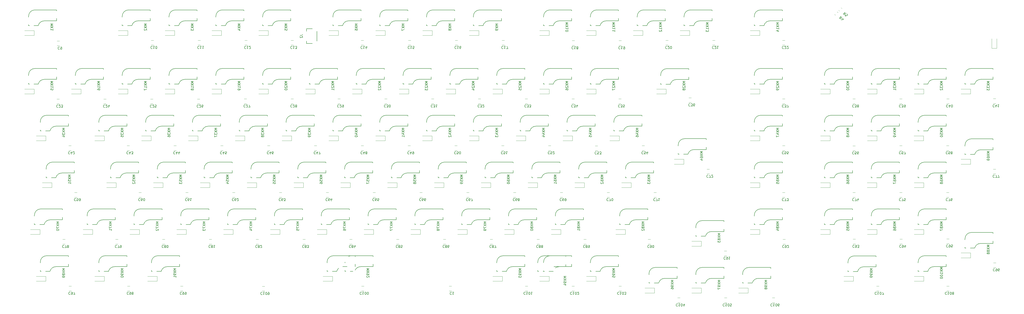
<source format=gbr>
%TF.GenerationSoftware,KiCad,Pcbnew,(6.0.4)*%
%TF.CreationDate,2022-11-05T13:28:53+01:00*%
%TF.ProjectId,pcb,7063622e-6b69-4636-9164-5f7063625858,rev?*%
%TF.SameCoordinates,Original*%
%TF.FileFunction,Legend,Bot*%
%TF.FilePolarity,Positive*%
%FSLAX46Y46*%
G04 Gerber Fmt 4.6, Leading zero omitted, Abs format (unit mm)*
G04 Created by KiCad (PCBNEW (6.0.4)) date 2022-11-05 13:28:53*
%MOMM*%
%LPD*%
G01*
G04 APERTURE LIST*
%ADD10C,0.150000*%
%ADD11C,0.120000*%
G04 APERTURE END LIST*
D10*
%TO.C,MX13*%
X371133630Y-172863095D02*
X370133630Y-172863095D01*
X370847916Y-173196428D01*
X370133630Y-173529761D01*
X371133630Y-173529761D01*
X370133630Y-173910714D02*
X371133630Y-174577380D01*
X370133630Y-174577380D02*
X371133630Y-173910714D01*
X371133630Y-175482142D02*
X371133630Y-174910714D01*
X371133630Y-175196428D02*
X370133630Y-175196428D01*
X370276488Y-175101190D01*
X370371726Y-175005952D01*
X370419345Y-174910714D01*
X370133630Y-175815476D02*
X370133630Y-176434523D01*
X370514583Y-176101190D01*
X370514583Y-176244047D01*
X370562202Y-176339285D01*
X370609821Y-176386904D01*
X370705059Y-176434523D01*
X370943154Y-176434523D01*
X371038392Y-176386904D01*
X371086011Y-176339285D01*
X371133630Y-176244047D01*
X371133630Y-175958333D01*
X371086011Y-175863095D01*
X371038392Y-175815476D01*
%TO.C,MX11*%
X333033630Y-172863095D02*
X332033630Y-172863095D01*
X332747916Y-173196428D01*
X332033630Y-173529761D01*
X333033630Y-173529761D01*
X332033630Y-173910714D02*
X333033630Y-174577380D01*
X332033630Y-174577380D02*
X333033630Y-173910714D01*
X333033630Y-175482142D02*
X333033630Y-174910714D01*
X333033630Y-175196428D02*
X332033630Y-175196428D01*
X332176488Y-175101190D01*
X332271726Y-175005952D01*
X332319345Y-174910714D01*
X333033630Y-176434523D02*
X333033630Y-175863095D01*
X333033630Y-176148809D02*
X332033630Y-176148809D01*
X332176488Y-176053571D01*
X332271726Y-175958333D01*
X332319345Y-175863095D01*
%TO.C,MX43*%
X285408630Y-215725595D02*
X284408630Y-215725595D01*
X285122916Y-216058928D01*
X284408630Y-216392261D01*
X285408630Y-216392261D01*
X284408630Y-216773214D02*
X285408630Y-217439880D01*
X284408630Y-217439880D02*
X285408630Y-216773214D01*
X284741964Y-218249404D02*
X285408630Y-218249404D01*
X284361011Y-218011309D02*
X285075297Y-217773214D01*
X285075297Y-218392261D01*
X284408630Y-218677976D02*
X284408630Y-219297023D01*
X284789583Y-218963690D01*
X284789583Y-219106547D01*
X284837202Y-219201785D01*
X284884821Y-219249404D01*
X284980059Y-219297023D01*
X285218154Y-219297023D01*
X285313392Y-219249404D01*
X285361011Y-219201785D01*
X285408630Y-219106547D01*
X285408630Y-218820833D01*
X285361011Y-218725595D01*
X285313392Y-218677976D01*
%TO.C,MX31*%
X447333630Y-196675595D02*
X446333630Y-196675595D01*
X447047916Y-197008928D01*
X446333630Y-197342261D01*
X447333630Y-197342261D01*
X446333630Y-197723214D02*
X447333630Y-198389880D01*
X446333630Y-198389880D02*
X447333630Y-197723214D01*
X446333630Y-198675595D02*
X446333630Y-199294642D01*
X446714583Y-198961309D01*
X446714583Y-199104166D01*
X446762202Y-199199404D01*
X446809821Y-199247023D01*
X446905059Y-199294642D01*
X447143154Y-199294642D01*
X447238392Y-199247023D01*
X447286011Y-199199404D01*
X447333630Y-199104166D01*
X447333630Y-198818452D01*
X447286011Y-198723214D01*
X447238392Y-198675595D01*
X447333630Y-200247023D02*
X447333630Y-199675595D01*
X447333630Y-199961309D02*
X446333630Y-199961309D01*
X446476488Y-199866071D01*
X446571726Y-199770833D01*
X446619345Y-199675595D01*
%TO.C,MX20*%
X199683630Y-196675595D02*
X198683630Y-196675595D01*
X199397916Y-197008928D01*
X198683630Y-197342261D01*
X199683630Y-197342261D01*
X198683630Y-197723214D02*
X199683630Y-198389880D01*
X198683630Y-198389880D02*
X199683630Y-197723214D01*
X198778869Y-198723214D02*
X198731250Y-198770833D01*
X198683630Y-198866071D01*
X198683630Y-199104166D01*
X198731250Y-199199404D01*
X198778869Y-199247023D01*
X198874107Y-199294642D01*
X198969345Y-199294642D01*
X199112202Y-199247023D01*
X199683630Y-198675595D01*
X199683630Y-199294642D01*
X198683630Y-199913690D02*
X198683630Y-200008928D01*
X198731250Y-200104166D01*
X198778869Y-200151785D01*
X198874107Y-200199404D01*
X199064583Y-200247023D01*
X199302678Y-200247023D01*
X199493154Y-200199404D01*
X199588392Y-200151785D01*
X199636011Y-200104166D01*
X199683630Y-200008928D01*
X199683630Y-199913690D01*
X199636011Y-199818452D01*
X199588392Y-199770833D01*
X199493154Y-199723214D01*
X199302678Y-199675595D01*
X199064583Y-199675595D01*
X198874107Y-199723214D01*
X198778869Y-199770833D01*
X198731250Y-199818452D01*
X198683630Y-199913690D01*
%TO.C,MX54*%
X175871130Y-234775595D02*
X174871130Y-234775595D01*
X175585416Y-235108928D01*
X174871130Y-235442261D01*
X175871130Y-235442261D01*
X174871130Y-235823214D02*
X175871130Y-236489880D01*
X174871130Y-236489880D02*
X175871130Y-235823214D01*
X174871130Y-237347023D02*
X174871130Y-236870833D01*
X175347321Y-236823214D01*
X175299702Y-236870833D01*
X175252083Y-236966071D01*
X175252083Y-237204166D01*
X175299702Y-237299404D01*
X175347321Y-237347023D01*
X175442559Y-237394642D01*
X175680654Y-237394642D01*
X175775892Y-237347023D01*
X175823511Y-237299404D01*
X175871130Y-237204166D01*
X175871130Y-236966071D01*
X175823511Y-236870833D01*
X175775892Y-236823214D01*
X175204464Y-238251785D02*
X175871130Y-238251785D01*
X174823511Y-238013690D02*
X175537797Y-237775595D01*
X175537797Y-238394642D01*
%TO.C,MX12*%
X352083630Y-172863095D02*
X351083630Y-172863095D01*
X351797916Y-173196428D01*
X351083630Y-173529761D01*
X352083630Y-173529761D01*
X351083630Y-173910714D02*
X352083630Y-174577380D01*
X351083630Y-174577380D02*
X352083630Y-173910714D01*
X352083630Y-175482142D02*
X352083630Y-174910714D01*
X352083630Y-175196428D02*
X351083630Y-175196428D01*
X351226488Y-175101190D01*
X351321726Y-175005952D01*
X351369345Y-174910714D01*
X351178869Y-175863095D02*
X351131250Y-175910714D01*
X351083630Y-176005952D01*
X351083630Y-176244047D01*
X351131250Y-176339285D01*
X351178869Y-176386904D01*
X351274107Y-176434523D01*
X351369345Y-176434523D01*
X351512202Y-176386904D01*
X352083630Y-175815476D01*
X352083630Y-176434523D01*
%TO.C,MX51*%
X111577380Y-234775595D02*
X110577380Y-234775595D01*
X111291666Y-235108928D01*
X110577380Y-235442261D01*
X111577380Y-235442261D01*
X110577380Y-235823214D02*
X111577380Y-236489880D01*
X110577380Y-236489880D02*
X111577380Y-235823214D01*
X110577380Y-237347023D02*
X110577380Y-236870833D01*
X111053571Y-236823214D01*
X111005952Y-236870833D01*
X110958333Y-236966071D01*
X110958333Y-237204166D01*
X111005952Y-237299404D01*
X111053571Y-237347023D01*
X111148809Y-237394642D01*
X111386904Y-237394642D01*
X111482142Y-237347023D01*
X111529761Y-237299404D01*
X111577380Y-237204166D01*
X111577380Y-236966071D01*
X111529761Y-236870833D01*
X111482142Y-236823214D01*
X111577380Y-238347023D02*
X111577380Y-237775595D01*
X111577380Y-238061309D02*
X110577380Y-238061309D01*
X110720238Y-237966071D01*
X110815476Y-237870833D01*
X110863095Y-237775595D01*
%TO.C,MX77*%
X242546130Y-253825595D02*
X241546130Y-253825595D01*
X242260416Y-254158928D01*
X241546130Y-254492261D01*
X242546130Y-254492261D01*
X241546130Y-254873214D02*
X242546130Y-255539880D01*
X241546130Y-255539880D02*
X242546130Y-254873214D01*
X241546130Y-255825595D02*
X241546130Y-256492261D01*
X242546130Y-256063690D01*
X241546130Y-256777976D02*
X241546130Y-257444642D01*
X242546130Y-257016071D01*
%TO.C,MX79*%
X280646130Y-253825595D02*
X279646130Y-253825595D01*
X280360416Y-254158928D01*
X279646130Y-254492261D01*
X280646130Y-254492261D01*
X279646130Y-254873214D02*
X280646130Y-255539880D01*
X279646130Y-255539880D02*
X280646130Y-254873214D01*
X279646130Y-255825595D02*
X279646130Y-256492261D01*
X280646130Y-256063690D01*
X280646130Y-256920833D02*
X280646130Y-257111309D01*
X280598511Y-257206547D01*
X280550892Y-257254166D01*
X280408035Y-257349404D01*
X280217559Y-257397023D01*
X279836607Y-257397023D01*
X279741369Y-257349404D01*
X279693750Y-257301785D01*
X279646130Y-257206547D01*
X279646130Y-257016071D01*
X279693750Y-256920833D01*
X279741369Y-256873214D01*
X279836607Y-256825595D01*
X280074702Y-256825595D01*
X280169940Y-256873214D01*
X280217559Y-256920833D01*
X280265178Y-257016071D01*
X280265178Y-257206547D01*
X280217559Y-257301785D01*
X280169940Y-257349404D01*
X280074702Y-257397023D01*
%TO.C,MX49*%
X447333630Y-215725595D02*
X446333630Y-215725595D01*
X447047916Y-216058928D01*
X446333630Y-216392261D01*
X447333630Y-216392261D01*
X446333630Y-216773214D02*
X447333630Y-217439880D01*
X446333630Y-217439880D02*
X447333630Y-216773214D01*
X446666964Y-218249404D02*
X447333630Y-218249404D01*
X446286011Y-218011309D02*
X447000297Y-217773214D01*
X447000297Y-218392261D01*
X447333630Y-218820833D02*
X447333630Y-219011309D01*
X447286011Y-219106547D01*
X447238392Y-219154166D01*
X447095535Y-219249404D01*
X446905059Y-219297023D01*
X446524107Y-219297023D01*
X446428869Y-219249404D01*
X446381250Y-219201785D01*
X446333630Y-219106547D01*
X446333630Y-218916071D01*
X446381250Y-218820833D01*
X446428869Y-218773214D01*
X446524107Y-218725595D01*
X446762202Y-218725595D01*
X446857440Y-218773214D01*
X446905059Y-218820833D01*
X446952678Y-218916071D01*
X446952678Y-219106547D01*
X446905059Y-219201785D01*
X446857440Y-219249404D01*
X446762202Y-219297023D01*
%TO.C,MX45*%
X323508630Y-215725595D02*
X322508630Y-215725595D01*
X323222916Y-216058928D01*
X322508630Y-216392261D01*
X323508630Y-216392261D01*
X322508630Y-216773214D02*
X323508630Y-217439880D01*
X322508630Y-217439880D02*
X323508630Y-216773214D01*
X322841964Y-218249404D02*
X323508630Y-218249404D01*
X322461011Y-218011309D02*
X323175297Y-217773214D01*
X323175297Y-218392261D01*
X322508630Y-219249404D02*
X322508630Y-218773214D01*
X322984821Y-218725595D01*
X322937202Y-218773214D01*
X322889583Y-218868452D01*
X322889583Y-219106547D01*
X322937202Y-219201785D01*
X322984821Y-219249404D01*
X323080059Y-219297023D01*
X323318154Y-219297023D01*
X323413392Y-219249404D01*
X323461011Y-219201785D01*
X323508630Y-219106547D01*
X323508630Y-218868452D01*
X323461011Y-218773214D01*
X323413392Y-218725595D01*
%TO.C,MX42*%
X266358630Y-215725595D02*
X265358630Y-215725595D01*
X266072916Y-216058928D01*
X265358630Y-216392261D01*
X266358630Y-216392261D01*
X265358630Y-216773214D02*
X266358630Y-217439880D01*
X265358630Y-217439880D02*
X266358630Y-216773214D01*
X265691964Y-218249404D02*
X266358630Y-218249404D01*
X265311011Y-218011309D02*
X266025297Y-217773214D01*
X266025297Y-218392261D01*
X265453869Y-218725595D02*
X265406250Y-218773214D01*
X265358630Y-218868452D01*
X265358630Y-219106547D01*
X265406250Y-219201785D01*
X265453869Y-219249404D01*
X265549107Y-219297023D01*
X265644345Y-219297023D01*
X265787202Y-219249404D01*
X266358630Y-218677976D01*
X266358630Y-219297023D01*
%TO.C,MX10*%
X313983630Y-172863095D02*
X312983630Y-172863095D01*
X313697916Y-173196428D01*
X312983630Y-173529761D01*
X313983630Y-173529761D01*
X312983630Y-173910714D02*
X313983630Y-174577380D01*
X312983630Y-174577380D02*
X313983630Y-173910714D01*
X313983630Y-175482142D02*
X313983630Y-174910714D01*
X313983630Y-175196428D02*
X312983630Y-175196428D01*
X313126488Y-175101190D01*
X313221726Y-175005952D01*
X313269345Y-174910714D01*
X312983630Y-176101190D02*
X312983630Y-176196428D01*
X313031250Y-176291666D01*
X313078869Y-176339285D01*
X313174107Y-176386904D01*
X313364583Y-176434523D01*
X313602678Y-176434523D01*
X313793154Y-176386904D01*
X313888392Y-176339285D01*
X313936011Y-176291666D01*
X313983630Y-176196428D01*
X313983630Y-176101190D01*
X313936011Y-176005952D01*
X313888392Y-175958333D01*
X313793154Y-175910714D01*
X313602678Y-175863095D01*
X313364583Y-175863095D01*
X313174107Y-175910714D01*
X313078869Y-175958333D01*
X313031250Y-176005952D01*
X312983630Y-176101190D01*
%TO.C,MX92*%
X233021130Y-272875595D02*
X232021130Y-272875595D01*
X232735416Y-273208928D01*
X232021130Y-273542261D01*
X233021130Y-273542261D01*
X232021130Y-273923214D02*
X233021130Y-274589880D01*
X232021130Y-274589880D02*
X233021130Y-273923214D01*
X233021130Y-275018452D02*
X233021130Y-275208928D01*
X232973511Y-275304166D01*
X232925892Y-275351785D01*
X232783035Y-275447023D01*
X232592559Y-275494642D01*
X232211607Y-275494642D01*
X232116369Y-275447023D01*
X232068750Y-275399404D01*
X232021130Y-275304166D01*
X232021130Y-275113690D01*
X232068750Y-275018452D01*
X232116369Y-274970833D01*
X232211607Y-274923214D01*
X232449702Y-274923214D01*
X232544940Y-274970833D01*
X232592559Y-275018452D01*
X232640178Y-275113690D01*
X232640178Y-275304166D01*
X232592559Y-275399404D01*
X232544940Y-275447023D01*
X232449702Y-275494642D01*
X232116369Y-275875595D02*
X232068750Y-275923214D01*
X232021130Y-276018452D01*
X232021130Y-276256547D01*
X232068750Y-276351785D01*
X232116369Y-276399404D01*
X232211607Y-276447023D01*
X232306845Y-276447023D01*
X232449702Y-276399404D01*
X233021130Y-275827976D01*
X233021130Y-276447023D01*
%TO.C,MX9*%
X285408630Y-173339285D02*
X284408630Y-173339285D01*
X285122916Y-173672619D01*
X284408630Y-174005952D01*
X285408630Y-174005952D01*
X284408630Y-174386904D02*
X285408630Y-175053571D01*
X284408630Y-175053571D02*
X285408630Y-174386904D01*
X285408630Y-175482142D02*
X285408630Y-175672619D01*
X285361011Y-175767857D01*
X285313392Y-175815476D01*
X285170535Y-175910714D01*
X284980059Y-175958333D01*
X284599107Y-175958333D01*
X284503869Y-175910714D01*
X284456250Y-175863095D01*
X284408630Y-175767857D01*
X284408630Y-175577380D01*
X284456250Y-175482142D01*
X284503869Y-175434523D01*
X284599107Y-175386904D01*
X284837202Y-175386904D01*
X284932440Y-175434523D01*
X284980059Y-175482142D01*
X285027678Y-175577380D01*
X285027678Y-175767857D01*
X284980059Y-175863095D01*
X284932440Y-175910714D01*
X284837202Y-175958333D01*
%TO.C,MX18*%
X161583630Y-196675595D02*
X160583630Y-196675595D01*
X161297916Y-197008928D01*
X160583630Y-197342261D01*
X161583630Y-197342261D01*
X160583630Y-197723214D02*
X161583630Y-198389880D01*
X160583630Y-198389880D02*
X161583630Y-197723214D01*
X161583630Y-199294642D02*
X161583630Y-198723214D01*
X161583630Y-199008928D02*
X160583630Y-199008928D01*
X160726488Y-198913690D01*
X160821726Y-198818452D01*
X160869345Y-198723214D01*
X161012202Y-199866071D02*
X160964583Y-199770833D01*
X160916964Y-199723214D01*
X160821726Y-199675595D01*
X160774107Y-199675595D01*
X160678869Y-199723214D01*
X160631250Y-199770833D01*
X160583630Y-199866071D01*
X160583630Y-200056547D01*
X160631250Y-200151785D01*
X160678869Y-200199404D01*
X160774107Y-200247023D01*
X160821726Y-200247023D01*
X160916964Y-200199404D01*
X160964583Y-200151785D01*
X161012202Y-200056547D01*
X161012202Y-199866071D01*
X161059821Y-199770833D01*
X161107440Y-199723214D01*
X161202678Y-199675595D01*
X161393154Y-199675595D01*
X161488392Y-199723214D01*
X161536011Y-199770833D01*
X161583630Y-199866071D01*
X161583630Y-200056547D01*
X161536011Y-200151785D01*
X161488392Y-200199404D01*
X161393154Y-200247023D01*
X161202678Y-200247023D01*
X161107440Y-200199404D01*
X161059821Y-200151785D01*
X161012202Y-200056547D01*
%TO.C,MX15*%
X104433630Y-196675595D02*
X103433630Y-196675595D01*
X104147916Y-197008928D01*
X103433630Y-197342261D01*
X104433630Y-197342261D01*
X103433630Y-197723214D02*
X104433630Y-198389880D01*
X103433630Y-198389880D02*
X104433630Y-197723214D01*
X104433630Y-199294642D02*
X104433630Y-198723214D01*
X104433630Y-199008928D02*
X103433630Y-199008928D01*
X103576488Y-198913690D01*
X103671726Y-198818452D01*
X103719345Y-198723214D01*
X103433630Y-200199404D02*
X103433630Y-199723214D01*
X103909821Y-199675595D01*
X103862202Y-199723214D01*
X103814583Y-199818452D01*
X103814583Y-200056547D01*
X103862202Y-200151785D01*
X103909821Y-200199404D01*
X104005059Y-200247023D01*
X104243154Y-200247023D01*
X104338392Y-200199404D01*
X104386011Y-200151785D01*
X104433630Y-200056547D01*
X104433630Y-199818452D01*
X104386011Y-199723214D01*
X104338392Y-199675595D01*
%TO.C,MX5*%
X199683630Y-173339285D02*
X198683630Y-173339285D01*
X199397916Y-173672619D01*
X198683630Y-174005952D01*
X199683630Y-174005952D01*
X198683630Y-174386904D02*
X199683630Y-175053571D01*
X198683630Y-175053571D02*
X199683630Y-174386904D01*
X198683630Y-175910714D02*
X198683630Y-175434523D01*
X199159821Y-175386904D01*
X199112202Y-175434523D01*
X199064583Y-175529761D01*
X199064583Y-175767857D01*
X199112202Y-175863095D01*
X199159821Y-175910714D01*
X199255059Y-175958333D01*
X199493154Y-175958333D01*
X199588392Y-175910714D01*
X199636011Y-175863095D01*
X199683630Y-175767857D01*
X199683630Y-175529761D01*
X199636011Y-175434523D01*
X199588392Y-175386904D01*
%TO.C,MX21*%
X218733630Y-196675595D02*
X217733630Y-196675595D01*
X218447916Y-197008928D01*
X217733630Y-197342261D01*
X218733630Y-197342261D01*
X217733630Y-197723214D02*
X218733630Y-198389880D01*
X217733630Y-198389880D02*
X218733630Y-197723214D01*
X217828869Y-198723214D02*
X217781250Y-198770833D01*
X217733630Y-198866071D01*
X217733630Y-199104166D01*
X217781250Y-199199404D01*
X217828869Y-199247023D01*
X217924107Y-199294642D01*
X218019345Y-199294642D01*
X218162202Y-199247023D01*
X218733630Y-198675595D01*
X218733630Y-199294642D01*
X218733630Y-200247023D02*
X218733630Y-199675595D01*
X218733630Y-199961309D02*
X217733630Y-199961309D01*
X217876488Y-199866071D01*
X217971726Y-199770833D01*
X218019345Y-199675595D01*
%TO.C,MX84*%
X399708630Y-253825595D02*
X398708630Y-253825595D01*
X399422916Y-254158928D01*
X398708630Y-254492261D01*
X399708630Y-254492261D01*
X398708630Y-254873214D02*
X399708630Y-255539880D01*
X398708630Y-255539880D02*
X399708630Y-254873214D01*
X399137202Y-256063690D02*
X399089583Y-255968452D01*
X399041964Y-255920833D01*
X398946726Y-255873214D01*
X398899107Y-255873214D01*
X398803869Y-255920833D01*
X398756250Y-255968452D01*
X398708630Y-256063690D01*
X398708630Y-256254166D01*
X398756250Y-256349404D01*
X398803869Y-256397023D01*
X398899107Y-256444642D01*
X398946726Y-256444642D01*
X399041964Y-256397023D01*
X399089583Y-256349404D01*
X399137202Y-256254166D01*
X399137202Y-256063690D01*
X399184821Y-255968452D01*
X399232440Y-255920833D01*
X399327678Y-255873214D01*
X399518154Y-255873214D01*
X399613392Y-255920833D01*
X399661011Y-255968452D01*
X399708630Y-256063690D01*
X399708630Y-256254166D01*
X399661011Y-256349404D01*
X399613392Y-256397023D01*
X399518154Y-256444642D01*
X399327678Y-256444642D01*
X399232440Y-256397023D01*
X399184821Y-256349404D01*
X399137202Y-256254166D01*
X399041964Y-257301785D02*
X399708630Y-257301785D01*
X398661011Y-257063690D02*
X399375297Y-256825595D01*
X399375297Y-257444642D01*
%TO.C,MX44*%
X304458630Y-215725595D02*
X303458630Y-215725595D01*
X304172916Y-216058928D01*
X303458630Y-216392261D01*
X304458630Y-216392261D01*
X303458630Y-216773214D02*
X304458630Y-217439880D01*
X303458630Y-217439880D02*
X304458630Y-216773214D01*
X303791964Y-218249404D02*
X304458630Y-218249404D01*
X303411011Y-218011309D02*
X304125297Y-217773214D01*
X304125297Y-218392261D01*
X303791964Y-219201785D02*
X304458630Y-219201785D01*
X303411011Y-218963690D02*
X304125297Y-218725595D01*
X304125297Y-219344642D01*
%TO.C,MX47*%
X399708630Y-215725595D02*
X398708630Y-215725595D01*
X399422916Y-216058928D01*
X398708630Y-216392261D01*
X399708630Y-216392261D01*
X398708630Y-216773214D02*
X399708630Y-217439880D01*
X398708630Y-217439880D02*
X399708630Y-216773214D01*
X399041964Y-218249404D02*
X399708630Y-218249404D01*
X398661011Y-218011309D02*
X399375297Y-217773214D01*
X399375297Y-218392261D01*
X398708630Y-218677976D02*
X398708630Y-219344642D01*
X399708630Y-218916071D01*
%TO.C,MX32*%
X466383630Y-196675595D02*
X465383630Y-196675595D01*
X466097916Y-197008928D01*
X465383630Y-197342261D01*
X466383630Y-197342261D01*
X465383630Y-197723214D02*
X466383630Y-198389880D01*
X465383630Y-198389880D02*
X466383630Y-197723214D01*
X465383630Y-198675595D02*
X465383630Y-199294642D01*
X465764583Y-198961309D01*
X465764583Y-199104166D01*
X465812202Y-199199404D01*
X465859821Y-199247023D01*
X465955059Y-199294642D01*
X466193154Y-199294642D01*
X466288392Y-199247023D01*
X466336011Y-199199404D01*
X466383630Y-199104166D01*
X466383630Y-198818452D01*
X466336011Y-198723214D01*
X466288392Y-198675595D01*
X465478869Y-199675595D02*
X465431250Y-199723214D01*
X465383630Y-199818452D01*
X465383630Y-200056547D01*
X465431250Y-200151785D01*
X465478869Y-200199404D01*
X465574107Y-200247023D01*
X465669345Y-200247023D01*
X465812202Y-200199404D01*
X466383630Y-199627976D01*
X466383630Y-200247023D01*
%TO.C,MX91*%
X154439880Y-272875595D02*
X153439880Y-272875595D01*
X154154166Y-273208928D01*
X153439880Y-273542261D01*
X154439880Y-273542261D01*
X153439880Y-273923214D02*
X154439880Y-274589880D01*
X153439880Y-274589880D02*
X154439880Y-273923214D01*
X154439880Y-275018452D02*
X154439880Y-275208928D01*
X154392261Y-275304166D01*
X154344642Y-275351785D01*
X154201785Y-275447023D01*
X154011309Y-275494642D01*
X153630357Y-275494642D01*
X153535119Y-275447023D01*
X153487500Y-275399404D01*
X153439880Y-275304166D01*
X153439880Y-275113690D01*
X153487500Y-275018452D01*
X153535119Y-274970833D01*
X153630357Y-274923214D01*
X153868452Y-274923214D01*
X153963690Y-274970833D01*
X154011309Y-275018452D01*
X154058928Y-275113690D01*
X154058928Y-275304166D01*
X154011309Y-275399404D01*
X153963690Y-275447023D01*
X153868452Y-275494642D01*
X154439880Y-276447023D02*
X154439880Y-275875595D01*
X154439880Y-276161309D02*
X153439880Y-276161309D01*
X153582738Y-276066071D01*
X153677976Y-275970833D01*
X153725595Y-275875595D01*
%TO.C,MX36*%
X152058630Y-215725595D02*
X151058630Y-215725595D01*
X151772916Y-216058928D01*
X151058630Y-216392261D01*
X152058630Y-216392261D01*
X151058630Y-216773214D02*
X152058630Y-217439880D01*
X151058630Y-217439880D02*
X152058630Y-216773214D01*
X151058630Y-217725595D02*
X151058630Y-218344642D01*
X151439583Y-218011309D01*
X151439583Y-218154166D01*
X151487202Y-218249404D01*
X151534821Y-218297023D01*
X151630059Y-218344642D01*
X151868154Y-218344642D01*
X151963392Y-218297023D01*
X152011011Y-218249404D01*
X152058630Y-218154166D01*
X152058630Y-217868452D01*
X152011011Y-217773214D01*
X151963392Y-217725595D01*
X151058630Y-219201785D02*
X151058630Y-219011309D01*
X151106250Y-218916071D01*
X151153869Y-218868452D01*
X151296726Y-218773214D01*
X151487202Y-218725595D01*
X151868154Y-218725595D01*
X151963392Y-218773214D01*
X152011011Y-218820833D01*
X152058630Y-218916071D01*
X152058630Y-219106547D01*
X152011011Y-219201785D01*
X151963392Y-219249404D01*
X151868154Y-219297023D01*
X151630059Y-219297023D01*
X151534821Y-219249404D01*
X151487202Y-219201785D01*
X151439583Y-219106547D01*
X151439583Y-218916071D01*
X151487202Y-218820833D01*
X151534821Y-218773214D01*
X151630059Y-218725595D01*
%TO.C,MX71*%
X128246130Y-253825595D02*
X127246130Y-253825595D01*
X127960416Y-254158928D01*
X127246130Y-254492261D01*
X128246130Y-254492261D01*
X127246130Y-254873214D02*
X128246130Y-255539880D01*
X127246130Y-255539880D02*
X128246130Y-254873214D01*
X127246130Y-255825595D02*
X127246130Y-256492261D01*
X128246130Y-256063690D01*
X128246130Y-257397023D02*
X128246130Y-256825595D01*
X128246130Y-257111309D02*
X127246130Y-257111309D01*
X127388988Y-257016071D01*
X127484226Y-256920833D01*
X127531845Y-256825595D01*
%TO.C,MX80*%
X299696130Y-253825595D02*
X298696130Y-253825595D01*
X299410416Y-254158928D01*
X298696130Y-254492261D01*
X299696130Y-254492261D01*
X298696130Y-254873214D02*
X299696130Y-255539880D01*
X298696130Y-255539880D02*
X299696130Y-254873214D01*
X299124702Y-256063690D02*
X299077083Y-255968452D01*
X299029464Y-255920833D01*
X298934226Y-255873214D01*
X298886607Y-255873214D01*
X298791369Y-255920833D01*
X298743750Y-255968452D01*
X298696130Y-256063690D01*
X298696130Y-256254166D01*
X298743750Y-256349404D01*
X298791369Y-256397023D01*
X298886607Y-256444642D01*
X298934226Y-256444642D01*
X299029464Y-256397023D01*
X299077083Y-256349404D01*
X299124702Y-256254166D01*
X299124702Y-256063690D01*
X299172321Y-255968452D01*
X299219940Y-255920833D01*
X299315178Y-255873214D01*
X299505654Y-255873214D01*
X299600892Y-255920833D01*
X299648511Y-255968452D01*
X299696130Y-256063690D01*
X299696130Y-256254166D01*
X299648511Y-256349404D01*
X299600892Y-256397023D01*
X299505654Y-256444642D01*
X299315178Y-256444642D01*
X299219940Y-256397023D01*
X299172321Y-256349404D01*
X299124702Y-256254166D01*
X298696130Y-257063690D02*
X298696130Y-257158928D01*
X298743750Y-257254166D01*
X298791369Y-257301785D01*
X298886607Y-257349404D01*
X299077083Y-257397023D01*
X299315178Y-257397023D01*
X299505654Y-257349404D01*
X299600892Y-257301785D01*
X299648511Y-257254166D01*
X299696130Y-257158928D01*
X299696130Y-257063690D01*
X299648511Y-256968452D01*
X299600892Y-256920833D01*
X299505654Y-256873214D01*
X299315178Y-256825595D01*
X299077083Y-256825595D01*
X298886607Y-256873214D01*
X298791369Y-256920833D01*
X298743750Y-256968452D01*
X298696130Y-257063690D01*
%TO.C,MX89*%
X109196130Y-272875595D02*
X108196130Y-272875595D01*
X108910416Y-273208928D01*
X108196130Y-273542261D01*
X109196130Y-273542261D01*
X108196130Y-273923214D02*
X109196130Y-274589880D01*
X108196130Y-274589880D02*
X109196130Y-273923214D01*
X108624702Y-275113690D02*
X108577083Y-275018452D01*
X108529464Y-274970833D01*
X108434226Y-274923214D01*
X108386607Y-274923214D01*
X108291369Y-274970833D01*
X108243750Y-275018452D01*
X108196130Y-275113690D01*
X108196130Y-275304166D01*
X108243750Y-275399404D01*
X108291369Y-275447023D01*
X108386607Y-275494642D01*
X108434226Y-275494642D01*
X108529464Y-275447023D01*
X108577083Y-275399404D01*
X108624702Y-275304166D01*
X108624702Y-275113690D01*
X108672321Y-275018452D01*
X108719940Y-274970833D01*
X108815178Y-274923214D01*
X109005654Y-274923214D01*
X109100892Y-274970833D01*
X109148511Y-275018452D01*
X109196130Y-275113690D01*
X109196130Y-275304166D01*
X109148511Y-275399404D01*
X109100892Y-275447023D01*
X109005654Y-275494642D01*
X108815178Y-275494642D01*
X108719940Y-275447023D01*
X108672321Y-275399404D01*
X108624702Y-275304166D01*
X109196130Y-275970833D02*
X109196130Y-276161309D01*
X109148511Y-276256547D01*
X109100892Y-276304166D01*
X108958035Y-276399404D01*
X108767559Y-276447023D01*
X108386607Y-276447023D01*
X108291369Y-276399404D01*
X108243750Y-276351785D01*
X108196130Y-276256547D01*
X108196130Y-276066071D01*
X108243750Y-275970833D01*
X108291369Y-275923214D01*
X108386607Y-275875595D01*
X108624702Y-275875595D01*
X108719940Y-275923214D01*
X108767559Y-275970833D01*
X108815178Y-276066071D01*
X108815178Y-276256547D01*
X108767559Y-276351785D01*
X108719940Y-276399404D01*
X108624702Y-276447023D01*
%TO.C,MX66*%
X428283630Y-234775595D02*
X427283630Y-234775595D01*
X427997916Y-235108928D01*
X427283630Y-235442261D01*
X428283630Y-235442261D01*
X427283630Y-235823214D02*
X428283630Y-236489880D01*
X427283630Y-236489880D02*
X428283630Y-235823214D01*
X427283630Y-237299404D02*
X427283630Y-237108928D01*
X427331250Y-237013690D01*
X427378869Y-236966071D01*
X427521726Y-236870833D01*
X427712202Y-236823214D01*
X428093154Y-236823214D01*
X428188392Y-236870833D01*
X428236011Y-236918452D01*
X428283630Y-237013690D01*
X428283630Y-237204166D01*
X428236011Y-237299404D01*
X428188392Y-237347023D01*
X428093154Y-237394642D01*
X427855059Y-237394642D01*
X427759821Y-237347023D01*
X427712202Y-237299404D01*
X427664583Y-237204166D01*
X427664583Y-237013690D01*
X427712202Y-236918452D01*
X427759821Y-236870833D01*
X427855059Y-236823214D01*
X427283630Y-238251785D02*
X427283630Y-238061309D01*
X427331250Y-237966071D01*
X427378869Y-237918452D01*
X427521726Y-237823214D01*
X427712202Y-237775595D01*
X428093154Y-237775595D01*
X428188392Y-237823214D01*
X428236011Y-237870833D01*
X428283630Y-237966071D01*
X428283630Y-238156547D01*
X428236011Y-238251785D01*
X428188392Y-238299404D01*
X428093154Y-238347023D01*
X427855059Y-238347023D01*
X427759821Y-238299404D01*
X427712202Y-238251785D01*
X427664583Y-238156547D01*
X427664583Y-237966071D01*
X427712202Y-237870833D01*
X427759821Y-237823214D01*
X427855059Y-237775595D01*
%TO.C,MX3*%
X161583630Y-173339285D02*
X160583630Y-173339285D01*
X161297916Y-173672619D01*
X160583630Y-174005952D01*
X161583630Y-174005952D01*
X160583630Y-174386904D02*
X161583630Y-175053571D01*
X160583630Y-175053571D02*
X161583630Y-174386904D01*
X160583630Y-175339285D02*
X160583630Y-175958333D01*
X160964583Y-175625000D01*
X160964583Y-175767857D01*
X161012202Y-175863095D01*
X161059821Y-175910714D01*
X161155059Y-175958333D01*
X161393154Y-175958333D01*
X161488392Y-175910714D01*
X161536011Y-175863095D01*
X161583630Y-175767857D01*
X161583630Y-175482142D01*
X161536011Y-175386904D01*
X161488392Y-175339285D01*
%TO.C,MX61*%
X309221130Y-234775595D02*
X308221130Y-234775595D01*
X308935416Y-235108928D01*
X308221130Y-235442261D01*
X309221130Y-235442261D01*
X308221130Y-235823214D02*
X309221130Y-236489880D01*
X308221130Y-236489880D02*
X309221130Y-235823214D01*
X308221130Y-237299404D02*
X308221130Y-237108928D01*
X308268750Y-237013690D01*
X308316369Y-236966071D01*
X308459226Y-236870833D01*
X308649702Y-236823214D01*
X309030654Y-236823214D01*
X309125892Y-236870833D01*
X309173511Y-236918452D01*
X309221130Y-237013690D01*
X309221130Y-237204166D01*
X309173511Y-237299404D01*
X309125892Y-237347023D01*
X309030654Y-237394642D01*
X308792559Y-237394642D01*
X308697321Y-237347023D01*
X308649702Y-237299404D01*
X308602083Y-237204166D01*
X308602083Y-237013690D01*
X308649702Y-236918452D01*
X308697321Y-236870833D01*
X308792559Y-236823214D01*
X309221130Y-238347023D02*
X309221130Y-237775595D01*
X309221130Y-238061309D02*
X308221130Y-238061309D01*
X308363988Y-237966071D01*
X308459226Y-237870833D01*
X308506845Y-237775595D01*
%TO.C,MX100*%
X466383630Y-272399404D02*
X465383630Y-272399404D01*
X466097916Y-272732738D01*
X465383630Y-273066071D01*
X466383630Y-273066071D01*
X465383630Y-273447023D02*
X466383630Y-274113690D01*
X465383630Y-274113690D02*
X466383630Y-273447023D01*
X466383630Y-275018452D02*
X466383630Y-274447023D01*
X466383630Y-274732738D02*
X465383630Y-274732738D01*
X465526488Y-274637500D01*
X465621726Y-274542261D01*
X465669345Y-274447023D01*
X465383630Y-275637500D02*
X465383630Y-275732738D01*
X465431250Y-275827976D01*
X465478869Y-275875595D01*
X465574107Y-275923214D01*
X465764583Y-275970833D01*
X466002678Y-275970833D01*
X466193154Y-275923214D01*
X466288392Y-275875595D01*
X466336011Y-275827976D01*
X466383630Y-275732738D01*
X466383630Y-275637500D01*
X466336011Y-275542261D01*
X466288392Y-275494642D01*
X466193154Y-275447023D01*
X466002678Y-275399404D01*
X465764583Y-275399404D01*
X465574107Y-275447023D01*
X465478869Y-275494642D01*
X465431250Y-275542261D01*
X465383630Y-275637500D01*
X465383630Y-276589880D02*
X465383630Y-276685119D01*
X465431250Y-276780357D01*
X465478869Y-276827976D01*
X465574107Y-276875595D01*
X465764583Y-276923214D01*
X466002678Y-276923214D01*
X466193154Y-276875595D01*
X466288392Y-276827976D01*
X466336011Y-276780357D01*
X466383630Y-276685119D01*
X466383630Y-276589880D01*
X466336011Y-276494642D01*
X466288392Y-276447023D01*
X466193154Y-276399404D01*
X466002678Y-276351785D01*
X465764583Y-276351785D01*
X465574107Y-276399404D01*
X465478869Y-276447023D01*
X465431250Y-276494642D01*
X465383630Y-276589880D01*
%TO.C,MX86*%
X447333630Y-253825595D02*
X446333630Y-253825595D01*
X447047916Y-254158928D01*
X446333630Y-254492261D01*
X447333630Y-254492261D01*
X446333630Y-254873214D02*
X447333630Y-255539880D01*
X446333630Y-255539880D02*
X447333630Y-254873214D01*
X446762202Y-256063690D02*
X446714583Y-255968452D01*
X446666964Y-255920833D01*
X446571726Y-255873214D01*
X446524107Y-255873214D01*
X446428869Y-255920833D01*
X446381250Y-255968452D01*
X446333630Y-256063690D01*
X446333630Y-256254166D01*
X446381250Y-256349404D01*
X446428869Y-256397023D01*
X446524107Y-256444642D01*
X446571726Y-256444642D01*
X446666964Y-256397023D01*
X446714583Y-256349404D01*
X446762202Y-256254166D01*
X446762202Y-256063690D01*
X446809821Y-255968452D01*
X446857440Y-255920833D01*
X446952678Y-255873214D01*
X447143154Y-255873214D01*
X447238392Y-255920833D01*
X447286011Y-255968452D01*
X447333630Y-256063690D01*
X447333630Y-256254166D01*
X447286011Y-256349404D01*
X447238392Y-256397023D01*
X447143154Y-256444642D01*
X446952678Y-256444642D01*
X446857440Y-256397023D01*
X446809821Y-256349404D01*
X446762202Y-256254166D01*
X446333630Y-257301785D02*
X446333630Y-257111309D01*
X446381250Y-257016071D01*
X446428869Y-256968452D01*
X446571726Y-256873214D01*
X446762202Y-256825595D01*
X447143154Y-256825595D01*
X447238392Y-256873214D01*
X447286011Y-256920833D01*
X447333630Y-257016071D01*
X447333630Y-257206547D01*
X447286011Y-257301785D01*
X447238392Y-257349404D01*
X447143154Y-257397023D01*
X446905059Y-257397023D01*
X446809821Y-257349404D01*
X446762202Y-257301785D01*
X446714583Y-257206547D01*
X446714583Y-257016071D01*
X446762202Y-256920833D01*
X446809821Y-256873214D01*
X446905059Y-256825595D01*
%TO.C,MX39*%
X209208630Y-215725595D02*
X208208630Y-215725595D01*
X208922916Y-216058928D01*
X208208630Y-216392261D01*
X209208630Y-216392261D01*
X208208630Y-216773214D02*
X209208630Y-217439880D01*
X208208630Y-217439880D02*
X209208630Y-216773214D01*
X208208630Y-217725595D02*
X208208630Y-218344642D01*
X208589583Y-218011309D01*
X208589583Y-218154166D01*
X208637202Y-218249404D01*
X208684821Y-218297023D01*
X208780059Y-218344642D01*
X209018154Y-218344642D01*
X209113392Y-218297023D01*
X209161011Y-218249404D01*
X209208630Y-218154166D01*
X209208630Y-217868452D01*
X209161011Y-217773214D01*
X209113392Y-217725595D01*
X209208630Y-218820833D02*
X209208630Y-219011309D01*
X209161011Y-219106547D01*
X209113392Y-219154166D01*
X208970535Y-219249404D01*
X208780059Y-219297023D01*
X208399107Y-219297023D01*
X208303869Y-219249404D01*
X208256250Y-219201785D01*
X208208630Y-219106547D01*
X208208630Y-218916071D01*
X208256250Y-218820833D01*
X208303869Y-218773214D01*
X208399107Y-218725595D01*
X208637202Y-218725595D01*
X208732440Y-218773214D01*
X208780059Y-218820833D01*
X208827678Y-218916071D01*
X208827678Y-219106547D01*
X208780059Y-219201785D01*
X208732440Y-219249404D01*
X208637202Y-219297023D01*
%TO.C,MX87*%
X466383630Y-253825595D02*
X465383630Y-253825595D01*
X466097916Y-254158928D01*
X465383630Y-254492261D01*
X466383630Y-254492261D01*
X465383630Y-254873214D02*
X466383630Y-255539880D01*
X465383630Y-255539880D02*
X466383630Y-254873214D01*
X465812202Y-256063690D02*
X465764583Y-255968452D01*
X465716964Y-255920833D01*
X465621726Y-255873214D01*
X465574107Y-255873214D01*
X465478869Y-255920833D01*
X465431250Y-255968452D01*
X465383630Y-256063690D01*
X465383630Y-256254166D01*
X465431250Y-256349404D01*
X465478869Y-256397023D01*
X465574107Y-256444642D01*
X465621726Y-256444642D01*
X465716964Y-256397023D01*
X465764583Y-256349404D01*
X465812202Y-256254166D01*
X465812202Y-256063690D01*
X465859821Y-255968452D01*
X465907440Y-255920833D01*
X466002678Y-255873214D01*
X466193154Y-255873214D01*
X466288392Y-255920833D01*
X466336011Y-255968452D01*
X466383630Y-256063690D01*
X466383630Y-256254166D01*
X466336011Y-256349404D01*
X466288392Y-256397023D01*
X466193154Y-256444642D01*
X466002678Y-256444642D01*
X465907440Y-256397023D01*
X465859821Y-256349404D01*
X465812202Y-256254166D01*
X465383630Y-256777976D02*
X465383630Y-257444642D01*
X466383630Y-257016071D01*
%TO.C,MX83*%
X375896130Y-258588095D02*
X374896130Y-258588095D01*
X375610416Y-258921428D01*
X374896130Y-259254761D01*
X375896130Y-259254761D01*
X374896130Y-259635714D02*
X375896130Y-260302380D01*
X374896130Y-260302380D02*
X375896130Y-259635714D01*
X375324702Y-260826190D02*
X375277083Y-260730952D01*
X375229464Y-260683333D01*
X375134226Y-260635714D01*
X375086607Y-260635714D01*
X374991369Y-260683333D01*
X374943750Y-260730952D01*
X374896130Y-260826190D01*
X374896130Y-261016666D01*
X374943750Y-261111904D01*
X374991369Y-261159523D01*
X375086607Y-261207142D01*
X375134226Y-261207142D01*
X375229464Y-261159523D01*
X375277083Y-261111904D01*
X375324702Y-261016666D01*
X375324702Y-260826190D01*
X375372321Y-260730952D01*
X375419940Y-260683333D01*
X375515178Y-260635714D01*
X375705654Y-260635714D01*
X375800892Y-260683333D01*
X375848511Y-260730952D01*
X375896130Y-260826190D01*
X375896130Y-261016666D01*
X375848511Y-261111904D01*
X375800892Y-261159523D01*
X375705654Y-261207142D01*
X375515178Y-261207142D01*
X375419940Y-261159523D01*
X375372321Y-261111904D01*
X375324702Y-261016666D01*
X374896130Y-261540476D02*
X374896130Y-262159523D01*
X375277083Y-261826190D01*
X375277083Y-261969047D01*
X375324702Y-262064285D01*
X375372321Y-262111904D01*
X375467559Y-262159523D01*
X375705654Y-262159523D01*
X375800892Y-262111904D01*
X375848511Y-262064285D01*
X375896130Y-261969047D01*
X375896130Y-261683333D01*
X375848511Y-261588095D01*
X375800892Y-261540476D01*
%TO.C,MX78*%
X261596130Y-253825595D02*
X260596130Y-253825595D01*
X261310416Y-254158928D01*
X260596130Y-254492261D01*
X261596130Y-254492261D01*
X260596130Y-254873214D02*
X261596130Y-255539880D01*
X260596130Y-255539880D02*
X261596130Y-254873214D01*
X260596130Y-255825595D02*
X260596130Y-256492261D01*
X261596130Y-256063690D01*
X261024702Y-257016071D02*
X260977083Y-256920833D01*
X260929464Y-256873214D01*
X260834226Y-256825595D01*
X260786607Y-256825595D01*
X260691369Y-256873214D01*
X260643750Y-256920833D01*
X260596130Y-257016071D01*
X260596130Y-257206547D01*
X260643750Y-257301785D01*
X260691369Y-257349404D01*
X260786607Y-257397023D01*
X260834226Y-257397023D01*
X260929464Y-257349404D01*
X260977083Y-257301785D01*
X261024702Y-257206547D01*
X261024702Y-257016071D01*
X261072321Y-256920833D01*
X261119940Y-256873214D01*
X261215178Y-256825595D01*
X261405654Y-256825595D01*
X261500892Y-256873214D01*
X261548511Y-256920833D01*
X261596130Y-257016071D01*
X261596130Y-257206547D01*
X261548511Y-257301785D01*
X261500892Y-257349404D01*
X261405654Y-257397023D01*
X261215178Y-257397023D01*
X261119940Y-257349404D01*
X261072321Y-257301785D01*
X261024702Y-257206547D01*
%TO.C,MX40*%
X228258630Y-215725595D02*
X227258630Y-215725595D01*
X227972916Y-216058928D01*
X227258630Y-216392261D01*
X228258630Y-216392261D01*
X227258630Y-216773214D02*
X228258630Y-217439880D01*
X227258630Y-217439880D02*
X228258630Y-216773214D01*
X227591964Y-218249404D02*
X228258630Y-218249404D01*
X227211011Y-218011309D02*
X227925297Y-217773214D01*
X227925297Y-218392261D01*
X227258630Y-218963690D02*
X227258630Y-219058928D01*
X227306250Y-219154166D01*
X227353869Y-219201785D01*
X227449107Y-219249404D01*
X227639583Y-219297023D01*
X227877678Y-219297023D01*
X228068154Y-219249404D01*
X228163392Y-219201785D01*
X228211011Y-219154166D01*
X228258630Y-219058928D01*
X228258630Y-218963690D01*
X228211011Y-218868452D01*
X228163392Y-218820833D01*
X228068154Y-218773214D01*
X227877678Y-218725595D01*
X227639583Y-218725595D01*
X227449107Y-218773214D01*
X227353869Y-218820833D01*
X227306250Y-218868452D01*
X227258630Y-218963690D01*
%TO.C,MX81*%
X318746130Y-253825595D02*
X317746130Y-253825595D01*
X318460416Y-254158928D01*
X317746130Y-254492261D01*
X318746130Y-254492261D01*
X317746130Y-254873214D02*
X318746130Y-255539880D01*
X317746130Y-255539880D02*
X318746130Y-254873214D01*
X318174702Y-256063690D02*
X318127083Y-255968452D01*
X318079464Y-255920833D01*
X317984226Y-255873214D01*
X317936607Y-255873214D01*
X317841369Y-255920833D01*
X317793750Y-255968452D01*
X317746130Y-256063690D01*
X317746130Y-256254166D01*
X317793750Y-256349404D01*
X317841369Y-256397023D01*
X317936607Y-256444642D01*
X317984226Y-256444642D01*
X318079464Y-256397023D01*
X318127083Y-256349404D01*
X318174702Y-256254166D01*
X318174702Y-256063690D01*
X318222321Y-255968452D01*
X318269940Y-255920833D01*
X318365178Y-255873214D01*
X318555654Y-255873214D01*
X318650892Y-255920833D01*
X318698511Y-255968452D01*
X318746130Y-256063690D01*
X318746130Y-256254166D01*
X318698511Y-256349404D01*
X318650892Y-256397023D01*
X318555654Y-256444642D01*
X318365178Y-256444642D01*
X318269940Y-256397023D01*
X318222321Y-256349404D01*
X318174702Y-256254166D01*
X318746130Y-257397023D02*
X318746130Y-256825595D01*
X318746130Y-257111309D02*
X317746130Y-257111309D01*
X317888988Y-257016071D01*
X317984226Y-256920833D01*
X318031845Y-256825595D01*
%TO.C,MX25*%
X294933630Y-196675595D02*
X293933630Y-196675595D01*
X294647916Y-197008928D01*
X293933630Y-197342261D01*
X294933630Y-197342261D01*
X293933630Y-197723214D02*
X294933630Y-198389880D01*
X293933630Y-198389880D02*
X294933630Y-197723214D01*
X294028869Y-198723214D02*
X293981250Y-198770833D01*
X293933630Y-198866071D01*
X293933630Y-199104166D01*
X293981250Y-199199404D01*
X294028869Y-199247023D01*
X294124107Y-199294642D01*
X294219345Y-199294642D01*
X294362202Y-199247023D01*
X294933630Y-198675595D01*
X294933630Y-199294642D01*
X293933630Y-200199404D02*
X293933630Y-199723214D01*
X294409821Y-199675595D01*
X294362202Y-199723214D01*
X294314583Y-199818452D01*
X294314583Y-200056547D01*
X294362202Y-200151785D01*
X294409821Y-200199404D01*
X294505059Y-200247023D01*
X294743154Y-200247023D01*
X294838392Y-200199404D01*
X294886011Y-200151785D01*
X294933630Y-200056547D01*
X294933630Y-199818452D01*
X294886011Y-199723214D01*
X294838392Y-199675595D01*
%TO.C,MX52*%
X137771130Y-234775595D02*
X136771130Y-234775595D01*
X137485416Y-235108928D01*
X136771130Y-235442261D01*
X137771130Y-235442261D01*
X136771130Y-235823214D02*
X137771130Y-236489880D01*
X136771130Y-236489880D02*
X137771130Y-235823214D01*
X136771130Y-237347023D02*
X136771130Y-236870833D01*
X137247321Y-236823214D01*
X137199702Y-236870833D01*
X137152083Y-236966071D01*
X137152083Y-237204166D01*
X137199702Y-237299404D01*
X137247321Y-237347023D01*
X137342559Y-237394642D01*
X137580654Y-237394642D01*
X137675892Y-237347023D01*
X137723511Y-237299404D01*
X137771130Y-237204166D01*
X137771130Y-236966071D01*
X137723511Y-236870833D01*
X137675892Y-236823214D01*
X136866369Y-237775595D02*
X136818750Y-237823214D01*
X136771130Y-237918452D01*
X136771130Y-238156547D01*
X136818750Y-238251785D01*
X136866369Y-238299404D01*
X136961607Y-238347023D01*
X137056845Y-238347023D01*
X137199702Y-238299404D01*
X137771130Y-237727976D01*
X137771130Y-238347023D01*
%TO.C,MX28*%
X361608630Y-196675595D02*
X360608630Y-196675595D01*
X361322916Y-197008928D01*
X360608630Y-197342261D01*
X361608630Y-197342261D01*
X360608630Y-197723214D02*
X361608630Y-198389880D01*
X360608630Y-198389880D02*
X361608630Y-197723214D01*
X360703869Y-198723214D02*
X360656250Y-198770833D01*
X360608630Y-198866071D01*
X360608630Y-199104166D01*
X360656250Y-199199404D01*
X360703869Y-199247023D01*
X360799107Y-199294642D01*
X360894345Y-199294642D01*
X361037202Y-199247023D01*
X361608630Y-198675595D01*
X361608630Y-199294642D01*
X361037202Y-199866071D02*
X360989583Y-199770833D01*
X360941964Y-199723214D01*
X360846726Y-199675595D01*
X360799107Y-199675595D01*
X360703869Y-199723214D01*
X360656250Y-199770833D01*
X360608630Y-199866071D01*
X360608630Y-200056547D01*
X360656250Y-200151785D01*
X360703869Y-200199404D01*
X360799107Y-200247023D01*
X360846726Y-200247023D01*
X360941964Y-200199404D01*
X360989583Y-200151785D01*
X361037202Y-200056547D01*
X361037202Y-199866071D01*
X361084821Y-199770833D01*
X361132440Y-199723214D01*
X361227678Y-199675595D01*
X361418154Y-199675595D01*
X361513392Y-199723214D01*
X361561011Y-199770833D01*
X361608630Y-199866071D01*
X361608630Y-200056547D01*
X361561011Y-200151785D01*
X361513392Y-200199404D01*
X361418154Y-200247023D01*
X361227678Y-200247023D01*
X361132440Y-200199404D01*
X361084821Y-200151785D01*
X361037202Y-200056547D01*
%TO.C,MX97*%
X375896130Y-277638095D02*
X374896130Y-277638095D01*
X375610416Y-277971428D01*
X374896130Y-278304761D01*
X375896130Y-278304761D01*
X374896130Y-278685714D02*
X375896130Y-279352380D01*
X374896130Y-279352380D02*
X375896130Y-278685714D01*
X375896130Y-279780952D02*
X375896130Y-279971428D01*
X375848511Y-280066666D01*
X375800892Y-280114285D01*
X375658035Y-280209523D01*
X375467559Y-280257142D01*
X375086607Y-280257142D01*
X374991369Y-280209523D01*
X374943750Y-280161904D01*
X374896130Y-280066666D01*
X374896130Y-279876190D01*
X374943750Y-279780952D01*
X374991369Y-279733333D01*
X375086607Y-279685714D01*
X375324702Y-279685714D01*
X375419940Y-279733333D01*
X375467559Y-279780952D01*
X375515178Y-279876190D01*
X375515178Y-280066666D01*
X375467559Y-280161904D01*
X375419940Y-280209523D01*
X375324702Y-280257142D01*
X374896130Y-280590476D02*
X374896130Y-281257142D01*
X375896130Y-280828571D01*
%TO.C,MX63*%
X347321130Y-234775595D02*
X346321130Y-234775595D01*
X347035416Y-235108928D01*
X346321130Y-235442261D01*
X347321130Y-235442261D01*
X346321130Y-235823214D02*
X347321130Y-236489880D01*
X346321130Y-236489880D02*
X347321130Y-235823214D01*
X346321130Y-237299404D02*
X346321130Y-237108928D01*
X346368750Y-237013690D01*
X346416369Y-236966071D01*
X346559226Y-236870833D01*
X346749702Y-236823214D01*
X347130654Y-236823214D01*
X347225892Y-236870833D01*
X347273511Y-236918452D01*
X347321130Y-237013690D01*
X347321130Y-237204166D01*
X347273511Y-237299404D01*
X347225892Y-237347023D01*
X347130654Y-237394642D01*
X346892559Y-237394642D01*
X346797321Y-237347023D01*
X346749702Y-237299404D01*
X346702083Y-237204166D01*
X346702083Y-237013690D01*
X346749702Y-236918452D01*
X346797321Y-236870833D01*
X346892559Y-236823214D01*
X346321130Y-237727976D02*
X346321130Y-238347023D01*
X346702083Y-238013690D01*
X346702083Y-238156547D01*
X346749702Y-238251785D01*
X346797321Y-238299404D01*
X346892559Y-238347023D01*
X347130654Y-238347023D01*
X347225892Y-238299404D01*
X347273511Y-238251785D01*
X347321130Y-238156547D01*
X347321130Y-237870833D01*
X347273511Y-237775595D01*
X347225892Y-237727976D01*
%TO.C,MX16*%
X123483630Y-196675595D02*
X122483630Y-196675595D01*
X123197916Y-197008928D01*
X122483630Y-197342261D01*
X123483630Y-197342261D01*
X122483630Y-197723214D02*
X123483630Y-198389880D01*
X122483630Y-198389880D02*
X123483630Y-197723214D01*
X123483630Y-199294642D02*
X123483630Y-198723214D01*
X123483630Y-199008928D02*
X122483630Y-199008928D01*
X122626488Y-198913690D01*
X122721726Y-198818452D01*
X122769345Y-198723214D01*
X122483630Y-200151785D02*
X122483630Y-199961309D01*
X122531250Y-199866071D01*
X122578869Y-199818452D01*
X122721726Y-199723214D01*
X122912202Y-199675595D01*
X123293154Y-199675595D01*
X123388392Y-199723214D01*
X123436011Y-199770833D01*
X123483630Y-199866071D01*
X123483630Y-200056547D01*
X123436011Y-200151785D01*
X123388392Y-200199404D01*
X123293154Y-200247023D01*
X123055059Y-200247023D01*
X122959821Y-200199404D01*
X122912202Y-200151785D01*
X122864583Y-200056547D01*
X122864583Y-199866071D01*
X122912202Y-199770833D01*
X122959821Y-199723214D01*
X123055059Y-199675595D01*
%TO.C,MX76*%
X223496130Y-253825595D02*
X222496130Y-253825595D01*
X223210416Y-254158928D01*
X222496130Y-254492261D01*
X223496130Y-254492261D01*
X222496130Y-254873214D02*
X223496130Y-255539880D01*
X222496130Y-255539880D02*
X223496130Y-254873214D01*
X222496130Y-255825595D02*
X222496130Y-256492261D01*
X223496130Y-256063690D01*
X222496130Y-257301785D02*
X222496130Y-257111309D01*
X222543750Y-257016071D01*
X222591369Y-256968452D01*
X222734226Y-256873214D01*
X222924702Y-256825595D01*
X223305654Y-256825595D01*
X223400892Y-256873214D01*
X223448511Y-256920833D01*
X223496130Y-257016071D01*
X223496130Y-257206547D01*
X223448511Y-257301785D01*
X223400892Y-257349404D01*
X223305654Y-257397023D01*
X223067559Y-257397023D01*
X222972321Y-257349404D01*
X222924702Y-257301785D01*
X222877083Y-257206547D01*
X222877083Y-257016071D01*
X222924702Y-256920833D01*
X222972321Y-256873214D01*
X223067559Y-256825595D01*
%TO.C,MX14*%
X399708630Y-172863095D02*
X398708630Y-172863095D01*
X399422916Y-173196428D01*
X398708630Y-173529761D01*
X399708630Y-173529761D01*
X398708630Y-173910714D02*
X399708630Y-174577380D01*
X398708630Y-174577380D02*
X399708630Y-173910714D01*
X399708630Y-175482142D02*
X399708630Y-174910714D01*
X399708630Y-175196428D02*
X398708630Y-175196428D01*
X398851488Y-175101190D01*
X398946726Y-175005952D01*
X398994345Y-174910714D01*
X399041964Y-176339285D02*
X399708630Y-176339285D01*
X398661011Y-176101190D02*
X399375297Y-175863095D01*
X399375297Y-176482142D01*
%TO.C,MX65*%
X399708630Y-234775595D02*
X398708630Y-234775595D01*
X399422916Y-235108928D01*
X398708630Y-235442261D01*
X399708630Y-235442261D01*
X398708630Y-235823214D02*
X399708630Y-236489880D01*
X398708630Y-236489880D02*
X399708630Y-235823214D01*
X398708630Y-237299404D02*
X398708630Y-237108928D01*
X398756250Y-237013690D01*
X398803869Y-236966071D01*
X398946726Y-236870833D01*
X399137202Y-236823214D01*
X399518154Y-236823214D01*
X399613392Y-236870833D01*
X399661011Y-236918452D01*
X399708630Y-237013690D01*
X399708630Y-237204166D01*
X399661011Y-237299404D01*
X399613392Y-237347023D01*
X399518154Y-237394642D01*
X399280059Y-237394642D01*
X399184821Y-237347023D01*
X399137202Y-237299404D01*
X399089583Y-237204166D01*
X399089583Y-237013690D01*
X399137202Y-236918452D01*
X399184821Y-236870833D01*
X399280059Y-236823214D01*
X398708630Y-238299404D02*
X398708630Y-237823214D01*
X399184821Y-237775595D01*
X399137202Y-237823214D01*
X399089583Y-237918452D01*
X399089583Y-238156547D01*
X399137202Y-238251785D01*
X399184821Y-238299404D01*
X399280059Y-238347023D01*
X399518154Y-238347023D01*
X399613392Y-238299404D01*
X399661011Y-238251785D01*
X399708630Y-238156547D01*
X399708630Y-237918452D01*
X399661011Y-237823214D01*
X399613392Y-237775595D01*
%TO.C,MX75*%
X204446130Y-253825595D02*
X203446130Y-253825595D01*
X204160416Y-254158928D01*
X203446130Y-254492261D01*
X204446130Y-254492261D01*
X203446130Y-254873214D02*
X204446130Y-255539880D01*
X203446130Y-255539880D02*
X204446130Y-254873214D01*
X203446130Y-255825595D02*
X203446130Y-256492261D01*
X204446130Y-256063690D01*
X203446130Y-257349404D02*
X203446130Y-256873214D01*
X203922321Y-256825595D01*
X203874702Y-256873214D01*
X203827083Y-256968452D01*
X203827083Y-257206547D01*
X203874702Y-257301785D01*
X203922321Y-257349404D01*
X204017559Y-257397023D01*
X204255654Y-257397023D01*
X204350892Y-257349404D01*
X204398511Y-257301785D01*
X204446130Y-257206547D01*
X204446130Y-256968452D01*
X204398511Y-256873214D01*
X204350892Y-256825595D01*
%TO.C,MX50*%
X466383630Y-215725595D02*
X465383630Y-215725595D01*
X466097916Y-216058928D01*
X465383630Y-216392261D01*
X466383630Y-216392261D01*
X465383630Y-216773214D02*
X466383630Y-217439880D01*
X465383630Y-217439880D02*
X466383630Y-216773214D01*
X465383630Y-218297023D02*
X465383630Y-217820833D01*
X465859821Y-217773214D01*
X465812202Y-217820833D01*
X465764583Y-217916071D01*
X465764583Y-218154166D01*
X465812202Y-218249404D01*
X465859821Y-218297023D01*
X465955059Y-218344642D01*
X466193154Y-218344642D01*
X466288392Y-218297023D01*
X466336011Y-218249404D01*
X466383630Y-218154166D01*
X466383630Y-217916071D01*
X466336011Y-217820833D01*
X466288392Y-217773214D01*
X465383630Y-218963690D02*
X465383630Y-219058928D01*
X465431250Y-219154166D01*
X465478869Y-219201785D01*
X465574107Y-219249404D01*
X465764583Y-219297023D01*
X466002678Y-219297023D01*
X466193154Y-219249404D01*
X466288392Y-219201785D01*
X466336011Y-219154166D01*
X466383630Y-219058928D01*
X466383630Y-218963690D01*
X466336011Y-218868452D01*
X466288392Y-218820833D01*
X466193154Y-218773214D01*
X466002678Y-218725595D01*
X465764583Y-218725595D01*
X465574107Y-218773214D01*
X465478869Y-218820833D01*
X465431250Y-218868452D01*
X465383630Y-218963690D01*
%TO.C,MX70*%
X106814880Y-253825595D02*
X105814880Y-253825595D01*
X106529166Y-254158928D01*
X105814880Y-254492261D01*
X106814880Y-254492261D01*
X105814880Y-254873214D02*
X106814880Y-255539880D01*
X105814880Y-255539880D02*
X106814880Y-254873214D01*
X105814880Y-255825595D02*
X105814880Y-256492261D01*
X106814880Y-256063690D01*
X105814880Y-257063690D02*
X105814880Y-257158928D01*
X105862500Y-257254166D01*
X105910119Y-257301785D01*
X106005357Y-257349404D01*
X106195833Y-257397023D01*
X106433928Y-257397023D01*
X106624404Y-257349404D01*
X106719642Y-257301785D01*
X106767261Y-257254166D01*
X106814880Y-257158928D01*
X106814880Y-257063690D01*
X106767261Y-256968452D01*
X106719642Y-256920833D01*
X106624404Y-256873214D01*
X106433928Y-256825595D01*
X106195833Y-256825595D01*
X106005357Y-256873214D01*
X105910119Y-256920833D01*
X105862500Y-256968452D01*
X105814880Y-257063690D01*
%TO.C,MX33*%
X485433630Y-196675595D02*
X484433630Y-196675595D01*
X485147916Y-197008928D01*
X484433630Y-197342261D01*
X485433630Y-197342261D01*
X484433630Y-197723214D02*
X485433630Y-198389880D01*
X484433630Y-198389880D02*
X485433630Y-197723214D01*
X484433630Y-198675595D02*
X484433630Y-199294642D01*
X484814583Y-198961309D01*
X484814583Y-199104166D01*
X484862202Y-199199404D01*
X484909821Y-199247023D01*
X485005059Y-199294642D01*
X485243154Y-199294642D01*
X485338392Y-199247023D01*
X485386011Y-199199404D01*
X485433630Y-199104166D01*
X485433630Y-198818452D01*
X485386011Y-198723214D01*
X485338392Y-198675595D01*
X484433630Y-199627976D02*
X484433630Y-200247023D01*
X484814583Y-199913690D01*
X484814583Y-200056547D01*
X484862202Y-200151785D01*
X484909821Y-200199404D01*
X485005059Y-200247023D01*
X485243154Y-200247023D01*
X485338392Y-200199404D01*
X485386011Y-200151785D01*
X485433630Y-200056547D01*
X485433630Y-199770833D01*
X485386011Y-199675595D01*
X485338392Y-199627976D01*
%TO.C,MX72*%
X147296130Y-253825595D02*
X146296130Y-253825595D01*
X147010416Y-254158928D01*
X146296130Y-254492261D01*
X147296130Y-254492261D01*
X146296130Y-254873214D02*
X147296130Y-255539880D01*
X146296130Y-255539880D02*
X147296130Y-254873214D01*
X146296130Y-255825595D02*
X146296130Y-256492261D01*
X147296130Y-256063690D01*
X146391369Y-256825595D02*
X146343750Y-256873214D01*
X146296130Y-256968452D01*
X146296130Y-257206547D01*
X146343750Y-257301785D01*
X146391369Y-257349404D01*
X146486607Y-257397023D01*
X146581845Y-257397023D01*
X146724702Y-257349404D01*
X147296130Y-256777976D01*
X147296130Y-257397023D01*
%TO.C,MX94*%
X313189880Y-276050595D02*
X312189880Y-276050595D01*
X312904166Y-276383928D01*
X312189880Y-276717261D01*
X313189880Y-276717261D01*
X312189880Y-277098214D02*
X313189880Y-277764880D01*
X312189880Y-277764880D02*
X313189880Y-277098214D01*
X313189880Y-278193452D02*
X313189880Y-278383928D01*
X313142261Y-278479166D01*
X313094642Y-278526785D01*
X312951785Y-278622023D01*
X312761309Y-278669642D01*
X312380357Y-278669642D01*
X312285119Y-278622023D01*
X312237500Y-278574404D01*
X312189880Y-278479166D01*
X312189880Y-278288690D01*
X312237500Y-278193452D01*
X312285119Y-278145833D01*
X312380357Y-278098214D01*
X312618452Y-278098214D01*
X312713690Y-278145833D01*
X312761309Y-278193452D01*
X312808928Y-278288690D01*
X312808928Y-278479166D01*
X312761309Y-278574404D01*
X312713690Y-278622023D01*
X312618452Y-278669642D01*
X312523214Y-279526785D02*
X313189880Y-279526785D01*
X312142261Y-279288690D02*
X312856547Y-279050595D01*
X312856547Y-279669642D01*
%TO.C,MX74*%
X185396130Y-253825595D02*
X184396130Y-253825595D01*
X185110416Y-254158928D01*
X184396130Y-254492261D01*
X185396130Y-254492261D01*
X184396130Y-254873214D02*
X185396130Y-255539880D01*
X184396130Y-255539880D02*
X185396130Y-254873214D01*
X184396130Y-255825595D02*
X184396130Y-256492261D01*
X185396130Y-256063690D01*
X184729464Y-257301785D02*
X185396130Y-257301785D01*
X184348511Y-257063690D02*
X185062797Y-256825595D01*
X185062797Y-257444642D01*
%TO.C,MX6*%
X228258630Y-173339285D02*
X227258630Y-173339285D01*
X227972916Y-173672619D01*
X227258630Y-174005952D01*
X228258630Y-174005952D01*
X227258630Y-174386904D02*
X228258630Y-175053571D01*
X227258630Y-175053571D02*
X228258630Y-174386904D01*
X227258630Y-175863095D02*
X227258630Y-175672619D01*
X227306250Y-175577380D01*
X227353869Y-175529761D01*
X227496726Y-175434523D01*
X227687202Y-175386904D01*
X228068154Y-175386904D01*
X228163392Y-175434523D01*
X228211011Y-175482142D01*
X228258630Y-175577380D01*
X228258630Y-175767857D01*
X228211011Y-175863095D01*
X228163392Y-175910714D01*
X228068154Y-175958333D01*
X227830059Y-175958333D01*
X227734821Y-175910714D01*
X227687202Y-175863095D01*
X227639583Y-175767857D01*
X227639583Y-175577380D01*
X227687202Y-175482142D01*
X227734821Y-175434523D01*
X227830059Y-175386904D01*
%TO.C,MX19*%
X180633630Y-196675595D02*
X179633630Y-196675595D01*
X180347916Y-197008928D01*
X179633630Y-197342261D01*
X180633630Y-197342261D01*
X179633630Y-197723214D02*
X180633630Y-198389880D01*
X179633630Y-198389880D02*
X180633630Y-197723214D01*
X180633630Y-199294642D02*
X180633630Y-198723214D01*
X180633630Y-199008928D02*
X179633630Y-199008928D01*
X179776488Y-198913690D01*
X179871726Y-198818452D01*
X179919345Y-198723214D01*
X180633630Y-199770833D02*
X180633630Y-199961309D01*
X180586011Y-200056547D01*
X180538392Y-200104166D01*
X180395535Y-200199404D01*
X180205059Y-200247023D01*
X179824107Y-200247023D01*
X179728869Y-200199404D01*
X179681250Y-200151785D01*
X179633630Y-200056547D01*
X179633630Y-199866071D01*
X179681250Y-199770833D01*
X179728869Y-199723214D01*
X179824107Y-199675595D01*
X180062202Y-199675595D01*
X180157440Y-199723214D01*
X180205059Y-199770833D01*
X180252678Y-199866071D01*
X180252678Y-200056547D01*
X180205059Y-200151785D01*
X180157440Y-200199404D01*
X180062202Y-200247023D01*
%TO.C,MX90*%
X133008630Y-272875595D02*
X132008630Y-272875595D01*
X132722916Y-273208928D01*
X132008630Y-273542261D01*
X133008630Y-273542261D01*
X132008630Y-273923214D02*
X133008630Y-274589880D01*
X132008630Y-274589880D02*
X133008630Y-273923214D01*
X133008630Y-275018452D02*
X133008630Y-275208928D01*
X132961011Y-275304166D01*
X132913392Y-275351785D01*
X132770535Y-275447023D01*
X132580059Y-275494642D01*
X132199107Y-275494642D01*
X132103869Y-275447023D01*
X132056250Y-275399404D01*
X132008630Y-275304166D01*
X132008630Y-275113690D01*
X132056250Y-275018452D01*
X132103869Y-274970833D01*
X132199107Y-274923214D01*
X132437202Y-274923214D01*
X132532440Y-274970833D01*
X132580059Y-275018452D01*
X132627678Y-275113690D01*
X132627678Y-275304166D01*
X132580059Y-275399404D01*
X132532440Y-275447023D01*
X132437202Y-275494642D01*
X132008630Y-276113690D02*
X132008630Y-276208928D01*
X132056250Y-276304166D01*
X132103869Y-276351785D01*
X132199107Y-276399404D01*
X132389583Y-276447023D01*
X132627678Y-276447023D01*
X132818154Y-276399404D01*
X132913392Y-276351785D01*
X132961011Y-276304166D01*
X133008630Y-276208928D01*
X133008630Y-276113690D01*
X132961011Y-276018452D01*
X132913392Y-275970833D01*
X132818154Y-275923214D01*
X132627678Y-275875595D01*
X132389583Y-275875595D01*
X132199107Y-275923214D01*
X132103869Y-275970833D01*
X132056250Y-276018452D01*
X132008630Y-276113690D01*
%TO.C,MX69*%
X485433630Y-225250595D02*
X484433630Y-225250595D01*
X485147916Y-225583928D01*
X484433630Y-225917261D01*
X485433630Y-225917261D01*
X484433630Y-226298214D02*
X485433630Y-226964880D01*
X484433630Y-226964880D02*
X485433630Y-226298214D01*
X484433630Y-227774404D02*
X484433630Y-227583928D01*
X484481250Y-227488690D01*
X484528869Y-227441071D01*
X484671726Y-227345833D01*
X484862202Y-227298214D01*
X485243154Y-227298214D01*
X485338392Y-227345833D01*
X485386011Y-227393452D01*
X485433630Y-227488690D01*
X485433630Y-227679166D01*
X485386011Y-227774404D01*
X485338392Y-227822023D01*
X485243154Y-227869642D01*
X485005059Y-227869642D01*
X484909821Y-227822023D01*
X484862202Y-227774404D01*
X484814583Y-227679166D01*
X484814583Y-227488690D01*
X484862202Y-227393452D01*
X484909821Y-227345833D01*
X485005059Y-227298214D01*
X485433630Y-228345833D02*
X485433630Y-228536309D01*
X485386011Y-228631547D01*
X485338392Y-228679166D01*
X485195535Y-228774404D01*
X485005059Y-228822023D01*
X484624107Y-228822023D01*
X484528869Y-228774404D01*
X484481250Y-228726785D01*
X484433630Y-228631547D01*
X484433630Y-228441071D01*
X484481250Y-228345833D01*
X484528869Y-228298214D01*
X484624107Y-228250595D01*
X484862202Y-228250595D01*
X484957440Y-228298214D01*
X485005059Y-228345833D01*
X485052678Y-228441071D01*
X485052678Y-228631547D01*
X485005059Y-228726785D01*
X484957440Y-228774404D01*
X484862202Y-228822023D01*
%TO.C,MX30*%
X428283630Y-196675595D02*
X427283630Y-196675595D01*
X427997916Y-197008928D01*
X427283630Y-197342261D01*
X428283630Y-197342261D01*
X427283630Y-197723214D02*
X428283630Y-198389880D01*
X427283630Y-198389880D02*
X428283630Y-197723214D01*
X427283630Y-198675595D02*
X427283630Y-199294642D01*
X427664583Y-198961309D01*
X427664583Y-199104166D01*
X427712202Y-199199404D01*
X427759821Y-199247023D01*
X427855059Y-199294642D01*
X428093154Y-199294642D01*
X428188392Y-199247023D01*
X428236011Y-199199404D01*
X428283630Y-199104166D01*
X428283630Y-198818452D01*
X428236011Y-198723214D01*
X428188392Y-198675595D01*
X427283630Y-199913690D02*
X427283630Y-200008928D01*
X427331250Y-200104166D01*
X427378869Y-200151785D01*
X427474107Y-200199404D01*
X427664583Y-200247023D01*
X427902678Y-200247023D01*
X428093154Y-200199404D01*
X428188392Y-200151785D01*
X428236011Y-200104166D01*
X428283630Y-200008928D01*
X428283630Y-199913690D01*
X428236011Y-199818452D01*
X428188392Y-199770833D01*
X428093154Y-199723214D01*
X427902678Y-199675595D01*
X427664583Y-199675595D01*
X427474107Y-199723214D01*
X427378869Y-199770833D01*
X427331250Y-199818452D01*
X427283630Y-199913690D01*
%TO.C,MX85*%
X428283630Y-253825595D02*
X427283630Y-253825595D01*
X427997916Y-254158928D01*
X427283630Y-254492261D01*
X428283630Y-254492261D01*
X427283630Y-254873214D02*
X428283630Y-255539880D01*
X427283630Y-255539880D02*
X428283630Y-254873214D01*
X427712202Y-256063690D02*
X427664583Y-255968452D01*
X427616964Y-255920833D01*
X427521726Y-255873214D01*
X427474107Y-255873214D01*
X427378869Y-255920833D01*
X427331250Y-255968452D01*
X427283630Y-256063690D01*
X427283630Y-256254166D01*
X427331250Y-256349404D01*
X427378869Y-256397023D01*
X427474107Y-256444642D01*
X427521726Y-256444642D01*
X427616964Y-256397023D01*
X427664583Y-256349404D01*
X427712202Y-256254166D01*
X427712202Y-256063690D01*
X427759821Y-255968452D01*
X427807440Y-255920833D01*
X427902678Y-255873214D01*
X428093154Y-255873214D01*
X428188392Y-255920833D01*
X428236011Y-255968452D01*
X428283630Y-256063690D01*
X428283630Y-256254166D01*
X428236011Y-256349404D01*
X428188392Y-256397023D01*
X428093154Y-256444642D01*
X427902678Y-256444642D01*
X427807440Y-256397023D01*
X427759821Y-256349404D01*
X427712202Y-256254166D01*
X427283630Y-257349404D02*
X427283630Y-256873214D01*
X427759821Y-256825595D01*
X427712202Y-256873214D01*
X427664583Y-256968452D01*
X427664583Y-257206547D01*
X427712202Y-257301785D01*
X427759821Y-257349404D01*
X427855059Y-257397023D01*
X428093154Y-257397023D01*
X428188392Y-257349404D01*
X428236011Y-257301785D01*
X428283630Y-257206547D01*
X428283630Y-256968452D01*
X428236011Y-256873214D01*
X428188392Y-256825595D01*
%TO.C,MX73*%
X166346130Y-253825595D02*
X165346130Y-253825595D01*
X166060416Y-254158928D01*
X165346130Y-254492261D01*
X166346130Y-254492261D01*
X165346130Y-254873214D02*
X166346130Y-255539880D01*
X165346130Y-255539880D02*
X166346130Y-254873214D01*
X165346130Y-255825595D02*
X165346130Y-256492261D01*
X166346130Y-256063690D01*
X165346130Y-256777976D02*
X165346130Y-257397023D01*
X165727083Y-257063690D01*
X165727083Y-257206547D01*
X165774702Y-257301785D01*
X165822321Y-257349404D01*
X165917559Y-257397023D01*
X166155654Y-257397023D01*
X166250892Y-257349404D01*
X166298511Y-257301785D01*
X166346130Y-257206547D01*
X166346130Y-256920833D01*
X166298511Y-256825595D01*
X166250892Y-256777976D01*
%TO.C,MX57*%
X233021130Y-234775595D02*
X232021130Y-234775595D01*
X232735416Y-235108928D01*
X232021130Y-235442261D01*
X233021130Y-235442261D01*
X232021130Y-235823214D02*
X233021130Y-236489880D01*
X232021130Y-236489880D02*
X233021130Y-235823214D01*
X232021130Y-237347023D02*
X232021130Y-236870833D01*
X232497321Y-236823214D01*
X232449702Y-236870833D01*
X232402083Y-236966071D01*
X232402083Y-237204166D01*
X232449702Y-237299404D01*
X232497321Y-237347023D01*
X232592559Y-237394642D01*
X232830654Y-237394642D01*
X232925892Y-237347023D01*
X232973511Y-237299404D01*
X233021130Y-237204166D01*
X233021130Y-236966071D01*
X232973511Y-236870833D01*
X232925892Y-236823214D01*
X232021130Y-237727976D02*
X232021130Y-238394642D01*
X233021130Y-237966071D01*
%TO.C,MX48*%
X428283630Y-215725595D02*
X427283630Y-215725595D01*
X427997916Y-216058928D01*
X427283630Y-216392261D01*
X428283630Y-216392261D01*
X427283630Y-216773214D02*
X428283630Y-217439880D01*
X427283630Y-217439880D02*
X428283630Y-216773214D01*
X427616964Y-218249404D02*
X428283630Y-218249404D01*
X427236011Y-218011309D02*
X427950297Y-217773214D01*
X427950297Y-218392261D01*
X427712202Y-218916071D02*
X427664583Y-218820833D01*
X427616964Y-218773214D01*
X427521726Y-218725595D01*
X427474107Y-218725595D01*
X427378869Y-218773214D01*
X427331250Y-218820833D01*
X427283630Y-218916071D01*
X427283630Y-219106547D01*
X427331250Y-219201785D01*
X427378869Y-219249404D01*
X427474107Y-219297023D01*
X427521726Y-219297023D01*
X427616964Y-219249404D01*
X427664583Y-219201785D01*
X427712202Y-219106547D01*
X427712202Y-218916071D01*
X427759821Y-218820833D01*
X427807440Y-218773214D01*
X427902678Y-218725595D01*
X428093154Y-218725595D01*
X428188392Y-218773214D01*
X428236011Y-218820833D01*
X428283630Y-218916071D01*
X428283630Y-219106547D01*
X428236011Y-219201785D01*
X428188392Y-219249404D01*
X428093154Y-219297023D01*
X427902678Y-219297023D01*
X427807440Y-219249404D01*
X427759821Y-219201785D01*
X427712202Y-219106547D01*
%TO.C,MX95*%
X333033630Y-272875595D02*
X332033630Y-272875595D01*
X332747916Y-273208928D01*
X332033630Y-273542261D01*
X333033630Y-273542261D01*
X332033630Y-273923214D02*
X333033630Y-274589880D01*
X332033630Y-274589880D02*
X333033630Y-273923214D01*
X333033630Y-275018452D02*
X333033630Y-275208928D01*
X332986011Y-275304166D01*
X332938392Y-275351785D01*
X332795535Y-275447023D01*
X332605059Y-275494642D01*
X332224107Y-275494642D01*
X332128869Y-275447023D01*
X332081250Y-275399404D01*
X332033630Y-275304166D01*
X332033630Y-275113690D01*
X332081250Y-275018452D01*
X332128869Y-274970833D01*
X332224107Y-274923214D01*
X332462202Y-274923214D01*
X332557440Y-274970833D01*
X332605059Y-275018452D01*
X332652678Y-275113690D01*
X332652678Y-275304166D01*
X332605059Y-275399404D01*
X332557440Y-275447023D01*
X332462202Y-275494642D01*
X332033630Y-276399404D02*
X332033630Y-275923214D01*
X332509821Y-275875595D01*
X332462202Y-275923214D01*
X332414583Y-276018452D01*
X332414583Y-276256547D01*
X332462202Y-276351785D01*
X332509821Y-276399404D01*
X332605059Y-276447023D01*
X332843154Y-276447023D01*
X332938392Y-276399404D01*
X332986011Y-276351785D01*
X333033630Y-276256547D01*
X333033630Y-276018452D01*
X332986011Y-275923214D01*
X332938392Y-275875595D01*
%TO.C,MX98*%
X394946130Y-277638095D02*
X393946130Y-277638095D01*
X394660416Y-277971428D01*
X393946130Y-278304761D01*
X394946130Y-278304761D01*
X393946130Y-278685714D02*
X394946130Y-279352380D01*
X393946130Y-279352380D02*
X394946130Y-278685714D01*
X394946130Y-279780952D02*
X394946130Y-279971428D01*
X394898511Y-280066666D01*
X394850892Y-280114285D01*
X394708035Y-280209523D01*
X394517559Y-280257142D01*
X394136607Y-280257142D01*
X394041369Y-280209523D01*
X393993750Y-280161904D01*
X393946130Y-280066666D01*
X393946130Y-279876190D01*
X393993750Y-279780952D01*
X394041369Y-279733333D01*
X394136607Y-279685714D01*
X394374702Y-279685714D01*
X394469940Y-279733333D01*
X394517559Y-279780952D01*
X394565178Y-279876190D01*
X394565178Y-280066666D01*
X394517559Y-280161904D01*
X394469940Y-280209523D01*
X394374702Y-280257142D01*
X394374702Y-280828571D02*
X394327083Y-280733333D01*
X394279464Y-280685714D01*
X394184226Y-280638095D01*
X394136607Y-280638095D01*
X394041369Y-280685714D01*
X393993750Y-280733333D01*
X393946130Y-280828571D01*
X393946130Y-281019047D01*
X393993750Y-281114285D01*
X394041369Y-281161904D01*
X394136607Y-281209523D01*
X394184226Y-281209523D01*
X394279464Y-281161904D01*
X394327083Y-281114285D01*
X394374702Y-281019047D01*
X394374702Y-280828571D01*
X394422321Y-280733333D01*
X394469940Y-280685714D01*
X394565178Y-280638095D01*
X394755654Y-280638095D01*
X394850892Y-280685714D01*
X394898511Y-280733333D01*
X394946130Y-280828571D01*
X394946130Y-281019047D01*
X394898511Y-281114285D01*
X394850892Y-281161904D01*
X394755654Y-281209523D01*
X394565178Y-281209523D01*
X394469940Y-281161904D01*
X394422321Y-281114285D01*
X394374702Y-281019047D01*
%TO.C,MX55*%
X194921130Y-234775595D02*
X193921130Y-234775595D01*
X194635416Y-235108928D01*
X193921130Y-235442261D01*
X194921130Y-235442261D01*
X193921130Y-235823214D02*
X194921130Y-236489880D01*
X193921130Y-236489880D02*
X194921130Y-235823214D01*
X193921130Y-237347023D02*
X193921130Y-236870833D01*
X194397321Y-236823214D01*
X194349702Y-236870833D01*
X194302083Y-236966071D01*
X194302083Y-237204166D01*
X194349702Y-237299404D01*
X194397321Y-237347023D01*
X194492559Y-237394642D01*
X194730654Y-237394642D01*
X194825892Y-237347023D01*
X194873511Y-237299404D01*
X194921130Y-237204166D01*
X194921130Y-236966071D01*
X194873511Y-236870833D01*
X194825892Y-236823214D01*
X193921130Y-238299404D02*
X193921130Y-237823214D01*
X194397321Y-237775595D01*
X194349702Y-237823214D01*
X194302083Y-237918452D01*
X194302083Y-238156547D01*
X194349702Y-238251785D01*
X194397321Y-238299404D01*
X194492559Y-238347023D01*
X194730654Y-238347023D01*
X194825892Y-238299404D01*
X194873511Y-238251785D01*
X194921130Y-238156547D01*
X194921130Y-237918452D01*
X194873511Y-237823214D01*
X194825892Y-237775595D01*
%TO.C,MX60*%
X290171130Y-234775595D02*
X289171130Y-234775595D01*
X289885416Y-235108928D01*
X289171130Y-235442261D01*
X290171130Y-235442261D01*
X289171130Y-235823214D02*
X290171130Y-236489880D01*
X289171130Y-236489880D02*
X290171130Y-235823214D01*
X289171130Y-237299404D02*
X289171130Y-237108928D01*
X289218750Y-237013690D01*
X289266369Y-236966071D01*
X289409226Y-236870833D01*
X289599702Y-236823214D01*
X289980654Y-236823214D01*
X290075892Y-236870833D01*
X290123511Y-236918452D01*
X290171130Y-237013690D01*
X290171130Y-237204166D01*
X290123511Y-237299404D01*
X290075892Y-237347023D01*
X289980654Y-237394642D01*
X289742559Y-237394642D01*
X289647321Y-237347023D01*
X289599702Y-237299404D01*
X289552083Y-237204166D01*
X289552083Y-237013690D01*
X289599702Y-236918452D01*
X289647321Y-236870833D01*
X289742559Y-236823214D01*
X289171130Y-238013690D02*
X289171130Y-238108928D01*
X289218750Y-238204166D01*
X289266369Y-238251785D01*
X289361607Y-238299404D01*
X289552083Y-238347023D01*
X289790178Y-238347023D01*
X289980654Y-238299404D01*
X290075892Y-238251785D01*
X290123511Y-238204166D01*
X290171130Y-238108928D01*
X290171130Y-238013690D01*
X290123511Y-237918452D01*
X290075892Y-237870833D01*
X289980654Y-237823214D01*
X289790178Y-237775595D01*
X289552083Y-237775595D01*
X289361607Y-237823214D01*
X289266369Y-237870833D01*
X289218750Y-237918452D01*
X289171130Y-238013690D01*
%TO.C,MX99*%
X437808630Y-272875595D02*
X436808630Y-272875595D01*
X437522916Y-273208928D01*
X436808630Y-273542261D01*
X437808630Y-273542261D01*
X436808630Y-273923214D02*
X437808630Y-274589880D01*
X436808630Y-274589880D02*
X437808630Y-273923214D01*
X437808630Y-275018452D02*
X437808630Y-275208928D01*
X437761011Y-275304166D01*
X437713392Y-275351785D01*
X437570535Y-275447023D01*
X437380059Y-275494642D01*
X436999107Y-275494642D01*
X436903869Y-275447023D01*
X436856250Y-275399404D01*
X436808630Y-275304166D01*
X436808630Y-275113690D01*
X436856250Y-275018452D01*
X436903869Y-274970833D01*
X436999107Y-274923214D01*
X437237202Y-274923214D01*
X437332440Y-274970833D01*
X437380059Y-275018452D01*
X437427678Y-275113690D01*
X437427678Y-275304166D01*
X437380059Y-275399404D01*
X437332440Y-275447023D01*
X437237202Y-275494642D01*
X437808630Y-275970833D02*
X437808630Y-276161309D01*
X437761011Y-276256547D01*
X437713392Y-276304166D01*
X437570535Y-276399404D01*
X437380059Y-276447023D01*
X436999107Y-276447023D01*
X436903869Y-276399404D01*
X436856250Y-276351785D01*
X436808630Y-276256547D01*
X436808630Y-276066071D01*
X436856250Y-275970833D01*
X436903869Y-275923214D01*
X436999107Y-275875595D01*
X437237202Y-275875595D01*
X437332440Y-275923214D01*
X437380059Y-275970833D01*
X437427678Y-276066071D01*
X437427678Y-276256547D01*
X437380059Y-276351785D01*
X437332440Y-276399404D01*
X437237202Y-276447023D01*
%TO.C,MX7*%
X247308630Y-173339285D02*
X246308630Y-173339285D01*
X247022916Y-173672619D01*
X246308630Y-174005952D01*
X247308630Y-174005952D01*
X246308630Y-174386904D02*
X247308630Y-175053571D01*
X246308630Y-175053571D02*
X247308630Y-174386904D01*
X246308630Y-175339285D02*
X246308630Y-176005952D01*
X247308630Y-175577380D01*
%TO.C,MX37*%
X171108630Y-215725595D02*
X170108630Y-215725595D01*
X170822916Y-216058928D01*
X170108630Y-216392261D01*
X171108630Y-216392261D01*
X170108630Y-216773214D02*
X171108630Y-217439880D01*
X170108630Y-217439880D02*
X171108630Y-216773214D01*
X170108630Y-217725595D02*
X170108630Y-218344642D01*
X170489583Y-218011309D01*
X170489583Y-218154166D01*
X170537202Y-218249404D01*
X170584821Y-218297023D01*
X170680059Y-218344642D01*
X170918154Y-218344642D01*
X171013392Y-218297023D01*
X171061011Y-218249404D01*
X171108630Y-218154166D01*
X171108630Y-217868452D01*
X171061011Y-217773214D01*
X171013392Y-217725595D01*
X170108630Y-218677976D02*
X170108630Y-219344642D01*
X171108630Y-218916071D01*
%TO.C,MX96*%
X356846130Y-277638095D02*
X355846130Y-277638095D01*
X356560416Y-277971428D01*
X355846130Y-278304761D01*
X356846130Y-278304761D01*
X355846130Y-278685714D02*
X356846130Y-279352380D01*
X355846130Y-279352380D02*
X356846130Y-278685714D01*
X356846130Y-279780952D02*
X356846130Y-279971428D01*
X356798511Y-280066666D01*
X356750892Y-280114285D01*
X356608035Y-280209523D01*
X356417559Y-280257142D01*
X356036607Y-280257142D01*
X355941369Y-280209523D01*
X355893750Y-280161904D01*
X355846130Y-280066666D01*
X355846130Y-279876190D01*
X355893750Y-279780952D01*
X355941369Y-279733333D01*
X356036607Y-279685714D01*
X356274702Y-279685714D01*
X356369940Y-279733333D01*
X356417559Y-279780952D01*
X356465178Y-279876190D01*
X356465178Y-280066666D01*
X356417559Y-280161904D01*
X356369940Y-280209523D01*
X356274702Y-280257142D01*
X355846130Y-281114285D02*
X355846130Y-280923809D01*
X355893750Y-280828571D01*
X355941369Y-280780952D01*
X356084226Y-280685714D01*
X356274702Y-280638095D01*
X356655654Y-280638095D01*
X356750892Y-280685714D01*
X356798511Y-280733333D01*
X356846130Y-280828571D01*
X356846130Y-281019047D01*
X356798511Y-281114285D01*
X356750892Y-281161904D01*
X356655654Y-281209523D01*
X356417559Y-281209523D01*
X356322321Y-281161904D01*
X356274702Y-281114285D01*
X356227083Y-281019047D01*
X356227083Y-280828571D01*
X356274702Y-280733333D01*
X356322321Y-280685714D01*
X356417559Y-280638095D01*
%TO.C,MX4*%
X180633630Y-173339285D02*
X179633630Y-173339285D01*
X180347916Y-173672619D01*
X179633630Y-174005952D01*
X180633630Y-174005952D01*
X179633630Y-174386904D02*
X180633630Y-175053571D01*
X179633630Y-175053571D02*
X180633630Y-174386904D01*
X179966964Y-175863095D02*
X180633630Y-175863095D01*
X179586011Y-175625000D02*
X180300297Y-175386904D01*
X180300297Y-176005952D01*
%TO.C,MX56*%
X213971130Y-234775595D02*
X212971130Y-234775595D01*
X213685416Y-235108928D01*
X212971130Y-235442261D01*
X213971130Y-235442261D01*
X212971130Y-235823214D02*
X213971130Y-236489880D01*
X212971130Y-236489880D02*
X213971130Y-235823214D01*
X212971130Y-237347023D02*
X212971130Y-236870833D01*
X213447321Y-236823214D01*
X213399702Y-236870833D01*
X213352083Y-236966071D01*
X213352083Y-237204166D01*
X213399702Y-237299404D01*
X213447321Y-237347023D01*
X213542559Y-237394642D01*
X213780654Y-237394642D01*
X213875892Y-237347023D01*
X213923511Y-237299404D01*
X213971130Y-237204166D01*
X213971130Y-236966071D01*
X213923511Y-236870833D01*
X213875892Y-236823214D01*
X212971130Y-238251785D02*
X212971130Y-238061309D01*
X213018750Y-237966071D01*
X213066369Y-237918452D01*
X213209226Y-237823214D01*
X213399702Y-237775595D01*
X213780654Y-237775595D01*
X213875892Y-237823214D01*
X213923511Y-237870833D01*
X213971130Y-237966071D01*
X213971130Y-238156547D01*
X213923511Y-238251785D01*
X213875892Y-238299404D01*
X213780654Y-238347023D01*
X213542559Y-238347023D01*
X213447321Y-238299404D01*
X213399702Y-238251785D01*
X213352083Y-238156547D01*
X213352083Y-237966071D01*
X213399702Y-237870833D01*
X213447321Y-237823214D01*
X213542559Y-237775595D01*
%TO.C,MX46*%
X342558630Y-215725595D02*
X341558630Y-215725595D01*
X342272916Y-216058928D01*
X341558630Y-216392261D01*
X342558630Y-216392261D01*
X341558630Y-216773214D02*
X342558630Y-217439880D01*
X341558630Y-217439880D02*
X342558630Y-216773214D01*
X341891964Y-218249404D02*
X342558630Y-218249404D01*
X341511011Y-218011309D02*
X342225297Y-217773214D01*
X342225297Y-218392261D01*
X341558630Y-219201785D02*
X341558630Y-219011309D01*
X341606250Y-218916071D01*
X341653869Y-218868452D01*
X341796726Y-218773214D01*
X341987202Y-218725595D01*
X342368154Y-218725595D01*
X342463392Y-218773214D01*
X342511011Y-218820833D01*
X342558630Y-218916071D01*
X342558630Y-219106547D01*
X342511011Y-219201785D01*
X342463392Y-219249404D01*
X342368154Y-219297023D01*
X342130059Y-219297023D01*
X342034821Y-219249404D01*
X341987202Y-219201785D01*
X341939583Y-219106547D01*
X341939583Y-218916071D01*
X341987202Y-218820833D01*
X342034821Y-218773214D01*
X342130059Y-218725595D01*
%TO.C,MX22*%
X237783630Y-196675595D02*
X236783630Y-196675595D01*
X237497916Y-197008928D01*
X236783630Y-197342261D01*
X237783630Y-197342261D01*
X236783630Y-197723214D02*
X237783630Y-198389880D01*
X236783630Y-198389880D02*
X237783630Y-197723214D01*
X236878869Y-198723214D02*
X236831250Y-198770833D01*
X236783630Y-198866071D01*
X236783630Y-199104166D01*
X236831250Y-199199404D01*
X236878869Y-199247023D01*
X236974107Y-199294642D01*
X237069345Y-199294642D01*
X237212202Y-199247023D01*
X237783630Y-198675595D01*
X237783630Y-199294642D01*
X236878869Y-199675595D02*
X236831250Y-199723214D01*
X236783630Y-199818452D01*
X236783630Y-200056547D01*
X236831250Y-200151785D01*
X236878869Y-200199404D01*
X236974107Y-200247023D01*
X237069345Y-200247023D01*
X237212202Y-200199404D01*
X237783630Y-199627976D01*
X237783630Y-200247023D01*
%TO.C,MX38*%
X190158630Y-215725595D02*
X189158630Y-215725595D01*
X189872916Y-216058928D01*
X189158630Y-216392261D01*
X190158630Y-216392261D01*
X189158630Y-216773214D02*
X190158630Y-217439880D01*
X189158630Y-217439880D02*
X190158630Y-216773214D01*
X189158630Y-217725595D02*
X189158630Y-218344642D01*
X189539583Y-218011309D01*
X189539583Y-218154166D01*
X189587202Y-218249404D01*
X189634821Y-218297023D01*
X189730059Y-218344642D01*
X189968154Y-218344642D01*
X190063392Y-218297023D01*
X190111011Y-218249404D01*
X190158630Y-218154166D01*
X190158630Y-217868452D01*
X190111011Y-217773214D01*
X190063392Y-217725595D01*
X189587202Y-218916071D02*
X189539583Y-218820833D01*
X189491964Y-218773214D01*
X189396726Y-218725595D01*
X189349107Y-218725595D01*
X189253869Y-218773214D01*
X189206250Y-218820833D01*
X189158630Y-218916071D01*
X189158630Y-219106547D01*
X189206250Y-219201785D01*
X189253869Y-219249404D01*
X189349107Y-219297023D01*
X189396726Y-219297023D01*
X189491964Y-219249404D01*
X189539583Y-219201785D01*
X189587202Y-219106547D01*
X189587202Y-218916071D01*
X189634821Y-218820833D01*
X189682440Y-218773214D01*
X189777678Y-218725595D01*
X189968154Y-218725595D01*
X190063392Y-218773214D01*
X190111011Y-218820833D01*
X190158630Y-218916071D01*
X190158630Y-219106547D01*
X190111011Y-219201785D01*
X190063392Y-219249404D01*
X189968154Y-219297023D01*
X189777678Y-219297023D01*
X189682440Y-219249404D01*
X189634821Y-219201785D01*
X189587202Y-219106547D01*
%TO.C,MX23*%
X256833630Y-196675595D02*
X255833630Y-196675595D01*
X256547916Y-197008928D01*
X255833630Y-197342261D01*
X256833630Y-197342261D01*
X255833630Y-197723214D02*
X256833630Y-198389880D01*
X255833630Y-198389880D02*
X256833630Y-197723214D01*
X255928869Y-198723214D02*
X255881250Y-198770833D01*
X255833630Y-198866071D01*
X255833630Y-199104166D01*
X255881250Y-199199404D01*
X255928869Y-199247023D01*
X256024107Y-199294642D01*
X256119345Y-199294642D01*
X256262202Y-199247023D01*
X256833630Y-198675595D01*
X256833630Y-199294642D01*
X255833630Y-199627976D02*
X255833630Y-200247023D01*
X256214583Y-199913690D01*
X256214583Y-200056547D01*
X256262202Y-200151785D01*
X256309821Y-200199404D01*
X256405059Y-200247023D01*
X256643154Y-200247023D01*
X256738392Y-200199404D01*
X256786011Y-200151785D01*
X256833630Y-200056547D01*
X256833630Y-199770833D01*
X256786011Y-199675595D01*
X256738392Y-199627976D01*
%TO.C,MX27*%
X333033630Y-196675595D02*
X332033630Y-196675595D01*
X332747916Y-197008928D01*
X332033630Y-197342261D01*
X333033630Y-197342261D01*
X332033630Y-197723214D02*
X333033630Y-198389880D01*
X332033630Y-198389880D02*
X333033630Y-197723214D01*
X332128869Y-198723214D02*
X332081250Y-198770833D01*
X332033630Y-198866071D01*
X332033630Y-199104166D01*
X332081250Y-199199404D01*
X332128869Y-199247023D01*
X332224107Y-199294642D01*
X332319345Y-199294642D01*
X332462202Y-199247023D01*
X333033630Y-198675595D01*
X333033630Y-199294642D01*
X332033630Y-199627976D02*
X332033630Y-200294642D01*
X333033630Y-199866071D01*
%TO.C,MX1*%
X104433630Y-173339285D02*
X103433630Y-173339285D01*
X104147916Y-173672619D01*
X103433630Y-174005952D01*
X104433630Y-174005952D01*
X103433630Y-174386904D02*
X104433630Y-175053571D01*
X103433630Y-175053571D02*
X104433630Y-174386904D01*
X104433630Y-175958333D02*
X104433630Y-175386904D01*
X104433630Y-175672619D02*
X103433630Y-175672619D01*
X103576488Y-175577380D01*
X103671726Y-175482142D01*
X103719345Y-175386904D01*
%TO.C,MX93*%
X294933630Y-272875595D02*
X293933630Y-272875595D01*
X294647916Y-273208928D01*
X293933630Y-273542261D01*
X294933630Y-273542261D01*
X293933630Y-273923214D02*
X294933630Y-274589880D01*
X293933630Y-274589880D02*
X294933630Y-273923214D01*
X294933630Y-275018452D02*
X294933630Y-275208928D01*
X294886011Y-275304166D01*
X294838392Y-275351785D01*
X294695535Y-275447023D01*
X294505059Y-275494642D01*
X294124107Y-275494642D01*
X294028869Y-275447023D01*
X293981250Y-275399404D01*
X293933630Y-275304166D01*
X293933630Y-275113690D01*
X293981250Y-275018452D01*
X294028869Y-274970833D01*
X294124107Y-274923214D01*
X294362202Y-274923214D01*
X294457440Y-274970833D01*
X294505059Y-275018452D01*
X294552678Y-275113690D01*
X294552678Y-275304166D01*
X294505059Y-275399404D01*
X294457440Y-275447023D01*
X294362202Y-275494642D01*
X293933630Y-275827976D02*
X293933630Y-276447023D01*
X294314583Y-276113690D01*
X294314583Y-276256547D01*
X294362202Y-276351785D01*
X294409821Y-276399404D01*
X294505059Y-276447023D01*
X294743154Y-276447023D01*
X294838392Y-276399404D01*
X294886011Y-276351785D01*
X294933630Y-276256547D01*
X294933630Y-275970833D01*
X294886011Y-275875595D01*
X294838392Y-275827976D01*
%TO.C,MX67*%
X447333630Y-234775595D02*
X446333630Y-234775595D01*
X447047916Y-235108928D01*
X446333630Y-235442261D01*
X447333630Y-235442261D01*
X446333630Y-235823214D02*
X447333630Y-236489880D01*
X446333630Y-236489880D02*
X447333630Y-235823214D01*
X446333630Y-237299404D02*
X446333630Y-237108928D01*
X446381250Y-237013690D01*
X446428869Y-236966071D01*
X446571726Y-236870833D01*
X446762202Y-236823214D01*
X447143154Y-236823214D01*
X447238392Y-236870833D01*
X447286011Y-236918452D01*
X447333630Y-237013690D01*
X447333630Y-237204166D01*
X447286011Y-237299404D01*
X447238392Y-237347023D01*
X447143154Y-237394642D01*
X446905059Y-237394642D01*
X446809821Y-237347023D01*
X446762202Y-237299404D01*
X446714583Y-237204166D01*
X446714583Y-237013690D01*
X446762202Y-236918452D01*
X446809821Y-236870833D01*
X446905059Y-236823214D01*
X446333630Y-237727976D02*
X446333630Y-238394642D01*
X447333630Y-237966071D01*
%TO.C,MX8*%
X266358630Y-173339285D02*
X265358630Y-173339285D01*
X266072916Y-173672619D01*
X265358630Y-174005952D01*
X266358630Y-174005952D01*
X265358630Y-174386904D02*
X266358630Y-175053571D01*
X265358630Y-175053571D02*
X266358630Y-174386904D01*
X265787202Y-175577380D02*
X265739583Y-175482142D01*
X265691964Y-175434523D01*
X265596726Y-175386904D01*
X265549107Y-175386904D01*
X265453869Y-175434523D01*
X265406250Y-175482142D01*
X265358630Y-175577380D01*
X265358630Y-175767857D01*
X265406250Y-175863095D01*
X265453869Y-175910714D01*
X265549107Y-175958333D01*
X265596726Y-175958333D01*
X265691964Y-175910714D01*
X265739583Y-175863095D01*
X265787202Y-175767857D01*
X265787202Y-175577380D01*
X265834821Y-175482142D01*
X265882440Y-175434523D01*
X265977678Y-175386904D01*
X266168154Y-175386904D01*
X266263392Y-175434523D01*
X266311011Y-175482142D01*
X266358630Y-175577380D01*
X266358630Y-175767857D01*
X266311011Y-175863095D01*
X266263392Y-175910714D01*
X266168154Y-175958333D01*
X265977678Y-175958333D01*
X265882440Y-175910714D01*
X265834821Y-175863095D01*
X265787202Y-175767857D01*
%TO.C,MX88*%
X485433630Y-263350595D02*
X484433630Y-263350595D01*
X485147916Y-263683928D01*
X484433630Y-264017261D01*
X485433630Y-264017261D01*
X484433630Y-264398214D02*
X485433630Y-265064880D01*
X484433630Y-265064880D02*
X485433630Y-264398214D01*
X484862202Y-265588690D02*
X484814583Y-265493452D01*
X484766964Y-265445833D01*
X484671726Y-265398214D01*
X484624107Y-265398214D01*
X484528869Y-265445833D01*
X484481250Y-265493452D01*
X484433630Y-265588690D01*
X484433630Y-265779166D01*
X484481250Y-265874404D01*
X484528869Y-265922023D01*
X484624107Y-265969642D01*
X484671726Y-265969642D01*
X484766964Y-265922023D01*
X484814583Y-265874404D01*
X484862202Y-265779166D01*
X484862202Y-265588690D01*
X484909821Y-265493452D01*
X484957440Y-265445833D01*
X485052678Y-265398214D01*
X485243154Y-265398214D01*
X485338392Y-265445833D01*
X485386011Y-265493452D01*
X485433630Y-265588690D01*
X485433630Y-265779166D01*
X485386011Y-265874404D01*
X485338392Y-265922023D01*
X485243154Y-265969642D01*
X485052678Y-265969642D01*
X484957440Y-265922023D01*
X484909821Y-265874404D01*
X484862202Y-265779166D01*
X484862202Y-266541071D02*
X484814583Y-266445833D01*
X484766964Y-266398214D01*
X484671726Y-266350595D01*
X484624107Y-266350595D01*
X484528869Y-266398214D01*
X484481250Y-266445833D01*
X484433630Y-266541071D01*
X484433630Y-266731547D01*
X484481250Y-266826785D01*
X484528869Y-266874404D01*
X484624107Y-266922023D01*
X484671726Y-266922023D01*
X484766964Y-266874404D01*
X484814583Y-266826785D01*
X484862202Y-266731547D01*
X484862202Y-266541071D01*
X484909821Y-266445833D01*
X484957440Y-266398214D01*
X485052678Y-266350595D01*
X485243154Y-266350595D01*
X485338392Y-266398214D01*
X485386011Y-266445833D01*
X485433630Y-266541071D01*
X485433630Y-266731547D01*
X485386011Y-266826785D01*
X485338392Y-266874404D01*
X485243154Y-266922023D01*
X485052678Y-266922023D01*
X484957440Y-266874404D01*
X484909821Y-266826785D01*
X484862202Y-266731547D01*
%TO.C,MX41*%
X247308630Y-215725595D02*
X246308630Y-215725595D01*
X247022916Y-216058928D01*
X246308630Y-216392261D01*
X247308630Y-216392261D01*
X246308630Y-216773214D02*
X247308630Y-217439880D01*
X246308630Y-217439880D02*
X247308630Y-216773214D01*
X246641964Y-218249404D02*
X247308630Y-218249404D01*
X246261011Y-218011309D02*
X246975297Y-217773214D01*
X246975297Y-218392261D01*
X247308630Y-219297023D02*
X247308630Y-218725595D01*
X247308630Y-219011309D02*
X246308630Y-219011309D01*
X246451488Y-218916071D01*
X246546726Y-218820833D01*
X246594345Y-218725595D01*
%TO.C,MX17*%
X142533630Y-196675595D02*
X141533630Y-196675595D01*
X142247916Y-197008928D01*
X141533630Y-197342261D01*
X142533630Y-197342261D01*
X141533630Y-197723214D02*
X142533630Y-198389880D01*
X141533630Y-198389880D02*
X142533630Y-197723214D01*
X142533630Y-199294642D02*
X142533630Y-198723214D01*
X142533630Y-199008928D02*
X141533630Y-199008928D01*
X141676488Y-198913690D01*
X141771726Y-198818452D01*
X141819345Y-198723214D01*
X141533630Y-199627976D02*
X141533630Y-200294642D01*
X142533630Y-199866071D01*
%TO.C,MX26*%
X313983630Y-196675595D02*
X312983630Y-196675595D01*
X313697916Y-197008928D01*
X312983630Y-197342261D01*
X313983630Y-197342261D01*
X312983630Y-197723214D02*
X313983630Y-198389880D01*
X312983630Y-198389880D02*
X313983630Y-197723214D01*
X313078869Y-198723214D02*
X313031250Y-198770833D01*
X312983630Y-198866071D01*
X312983630Y-199104166D01*
X313031250Y-199199404D01*
X313078869Y-199247023D01*
X313174107Y-199294642D01*
X313269345Y-199294642D01*
X313412202Y-199247023D01*
X313983630Y-198675595D01*
X313983630Y-199294642D01*
X312983630Y-200151785D02*
X312983630Y-199961309D01*
X313031250Y-199866071D01*
X313078869Y-199818452D01*
X313221726Y-199723214D01*
X313412202Y-199675595D01*
X313793154Y-199675595D01*
X313888392Y-199723214D01*
X313936011Y-199770833D01*
X313983630Y-199866071D01*
X313983630Y-200056547D01*
X313936011Y-200151785D01*
X313888392Y-200199404D01*
X313793154Y-200247023D01*
X313555059Y-200247023D01*
X313459821Y-200199404D01*
X313412202Y-200151785D01*
X313364583Y-200056547D01*
X313364583Y-199866071D01*
X313412202Y-199770833D01*
X313459821Y-199723214D01*
X313555059Y-199675595D01*
%TO.C,MX82*%
X344939880Y-253825595D02*
X343939880Y-253825595D01*
X344654166Y-254158928D01*
X343939880Y-254492261D01*
X344939880Y-254492261D01*
X343939880Y-254873214D02*
X344939880Y-255539880D01*
X343939880Y-255539880D02*
X344939880Y-254873214D01*
X344368452Y-256063690D02*
X344320833Y-255968452D01*
X344273214Y-255920833D01*
X344177976Y-255873214D01*
X344130357Y-255873214D01*
X344035119Y-255920833D01*
X343987500Y-255968452D01*
X343939880Y-256063690D01*
X343939880Y-256254166D01*
X343987500Y-256349404D01*
X344035119Y-256397023D01*
X344130357Y-256444642D01*
X344177976Y-256444642D01*
X344273214Y-256397023D01*
X344320833Y-256349404D01*
X344368452Y-256254166D01*
X344368452Y-256063690D01*
X344416071Y-255968452D01*
X344463690Y-255920833D01*
X344558928Y-255873214D01*
X344749404Y-255873214D01*
X344844642Y-255920833D01*
X344892261Y-255968452D01*
X344939880Y-256063690D01*
X344939880Y-256254166D01*
X344892261Y-256349404D01*
X344844642Y-256397023D01*
X344749404Y-256444642D01*
X344558928Y-256444642D01*
X344463690Y-256397023D01*
X344416071Y-256349404D01*
X344368452Y-256254166D01*
X344035119Y-256825595D02*
X343987500Y-256873214D01*
X343939880Y-256968452D01*
X343939880Y-257206547D01*
X343987500Y-257301785D01*
X344035119Y-257349404D01*
X344130357Y-257397023D01*
X344225595Y-257397023D01*
X344368452Y-257349404D01*
X344939880Y-256777976D01*
X344939880Y-257397023D01*
%TO.C,MX62*%
X328271130Y-234775595D02*
X327271130Y-234775595D01*
X327985416Y-235108928D01*
X327271130Y-235442261D01*
X328271130Y-235442261D01*
X327271130Y-235823214D02*
X328271130Y-236489880D01*
X327271130Y-236489880D02*
X328271130Y-235823214D01*
X327271130Y-237299404D02*
X327271130Y-237108928D01*
X327318750Y-237013690D01*
X327366369Y-236966071D01*
X327509226Y-236870833D01*
X327699702Y-236823214D01*
X328080654Y-236823214D01*
X328175892Y-236870833D01*
X328223511Y-236918452D01*
X328271130Y-237013690D01*
X328271130Y-237204166D01*
X328223511Y-237299404D01*
X328175892Y-237347023D01*
X328080654Y-237394642D01*
X327842559Y-237394642D01*
X327747321Y-237347023D01*
X327699702Y-237299404D01*
X327652083Y-237204166D01*
X327652083Y-237013690D01*
X327699702Y-236918452D01*
X327747321Y-236870833D01*
X327842559Y-236823214D01*
X327366369Y-237775595D02*
X327318750Y-237823214D01*
X327271130Y-237918452D01*
X327271130Y-238156547D01*
X327318750Y-238251785D01*
X327366369Y-238299404D01*
X327461607Y-238347023D01*
X327556845Y-238347023D01*
X327699702Y-238299404D01*
X328271130Y-237727976D01*
X328271130Y-238347023D01*
%TO.C,MX34*%
X109196130Y-215725595D02*
X108196130Y-215725595D01*
X108910416Y-216058928D01*
X108196130Y-216392261D01*
X109196130Y-216392261D01*
X108196130Y-216773214D02*
X109196130Y-217439880D01*
X108196130Y-217439880D02*
X109196130Y-216773214D01*
X108196130Y-217725595D02*
X108196130Y-218344642D01*
X108577083Y-218011309D01*
X108577083Y-218154166D01*
X108624702Y-218249404D01*
X108672321Y-218297023D01*
X108767559Y-218344642D01*
X109005654Y-218344642D01*
X109100892Y-218297023D01*
X109148511Y-218249404D01*
X109196130Y-218154166D01*
X109196130Y-217868452D01*
X109148511Y-217773214D01*
X109100892Y-217725595D01*
X108529464Y-219201785D02*
X109196130Y-219201785D01*
X108148511Y-218963690D02*
X108862797Y-218725595D01*
X108862797Y-219344642D01*
%TO.C,MX68*%
X466383630Y-234775595D02*
X465383630Y-234775595D01*
X466097916Y-235108928D01*
X465383630Y-235442261D01*
X466383630Y-235442261D01*
X465383630Y-235823214D02*
X466383630Y-236489880D01*
X465383630Y-236489880D02*
X466383630Y-235823214D01*
X465383630Y-237299404D02*
X465383630Y-237108928D01*
X465431250Y-237013690D01*
X465478869Y-236966071D01*
X465621726Y-236870833D01*
X465812202Y-236823214D01*
X466193154Y-236823214D01*
X466288392Y-236870833D01*
X466336011Y-236918452D01*
X466383630Y-237013690D01*
X466383630Y-237204166D01*
X466336011Y-237299404D01*
X466288392Y-237347023D01*
X466193154Y-237394642D01*
X465955059Y-237394642D01*
X465859821Y-237347023D01*
X465812202Y-237299404D01*
X465764583Y-237204166D01*
X465764583Y-237013690D01*
X465812202Y-236918452D01*
X465859821Y-236870833D01*
X465955059Y-236823214D01*
X465812202Y-237966071D02*
X465764583Y-237870833D01*
X465716964Y-237823214D01*
X465621726Y-237775595D01*
X465574107Y-237775595D01*
X465478869Y-237823214D01*
X465431250Y-237870833D01*
X465383630Y-237966071D01*
X465383630Y-238156547D01*
X465431250Y-238251785D01*
X465478869Y-238299404D01*
X465574107Y-238347023D01*
X465621726Y-238347023D01*
X465716964Y-238299404D01*
X465764583Y-238251785D01*
X465812202Y-238156547D01*
X465812202Y-237966071D01*
X465859821Y-237870833D01*
X465907440Y-237823214D01*
X466002678Y-237775595D01*
X466193154Y-237775595D01*
X466288392Y-237823214D01*
X466336011Y-237870833D01*
X466383630Y-237966071D01*
X466383630Y-238156547D01*
X466336011Y-238251785D01*
X466288392Y-238299404D01*
X466193154Y-238347023D01*
X466002678Y-238347023D01*
X465907440Y-238299404D01*
X465859821Y-238251785D01*
X465812202Y-238156547D01*
%TO.C,MX24*%
X275883630Y-196675595D02*
X274883630Y-196675595D01*
X275597916Y-197008928D01*
X274883630Y-197342261D01*
X275883630Y-197342261D01*
X274883630Y-197723214D02*
X275883630Y-198389880D01*
X274883630Y-198389880D02*
X275883630Y-197723214D01*
X274978869Y-198723214D02*
X274931250Y-198770833D01*
X274883630Y-198866071D01*
X274883630Y-199104166D01*
X274931250Y-199199404D01*
X274978869Y-199247023D01*
X275074107Y-199294642D01*
X275169345Y-199294642D01*
X275312202Y-199247023D01*
X275883630Y-198675595D01*
X275883630Y-199294642D01*
X275216964Y-200151785D02*
X275883630Y-200151785D01*
X274836011Y-199913690D02*
X275550297Y-199675595D01*
X275550297Y-200294642D01*
%TO.C,MX29*%
X399708630Y-196675595D02*
X398708630Y-196675595D01*
X399422916Y-197008928D01*
X398708630Y-197342261D01*
X399708630Y-197342261D01*
X398708630Y-197723214D02*
X399708630Y-198389880D01*
X398708630Y-198389880D02*
X399708630Y-197723214D01*
X398803869Y-198723214D02*
X398756250Y-198770833D01*
X398708630Y-198866071D01*
X398708630Y-199104166D01*
X398756250Y-199199404D01*
X398803869Y-199247023D01*
X398899107Y-199294642D01*
X398994345Y-199294642D01*
X399137202Y-199247023D01*
X399708630Y-198675595D01*
X399708630Y-199294642D01*
X399708630Y-199770833D02*
X399708630Y-199961309D01*
X399661011Y-200056547D01*
X399613392Y-200104166D01*
X399470535Y-200199404D01*
X399280059Y-200247023D01*
X398899107Y-200247023D01*
X398803869Y-200199404D01*
X398756250Y-200151785D01*
X398708630Y-200056547D01*
X398708630Y-199866071D01*
X398756250Y-199770833D01*
X398803869Y-199723214D01*
X398899107Y-199675595D01*
X399137202Y-199675595D01*
X399232440Y-199723214D01*
X399280059Y-199770833D01*
X399327678Y-199866071D01*
X399327678Y-200056547D01*
X399280059Y-200151785D01*
X399232440Y-200199404D01*
X399137202Y-200247023D01*
%TO.C,MX35*%
X133008630Y-215725595D02*
X132008630Y-215725595D01*
X132722916Y-216058928D01*
X132008630Y-216392261D01*
X133008630Y-216392261D01*
X132008630Y-216773214D02*
X133008630Y-217439880D01*
X132008630Y-217439880D02*
X133008630Y-216773214D01*
X132008630Y-217725595D02*
X132008630Y-218344642D01*
X132389583Y-218011309D01*
X132389583Y-218154166D01*
X132437202Y-218249404D01*
X132484821Y-218297023D01*
X132580059Y-218344642D01*
X132818154Y-218344642D01*
X132913392Y-218297023D01*
X132961011Y-218249404D01*
X133008630Y-218154166D01*
X133008630Y-217868452D01*
X132961011Y-217773214D01*
X132913392Y-217725595D01*
X132008630Y-219249404D02*
X132008630Y-218773214D01*
X132484821Y-218725595D01*
X132437202Y-218773214D01*
X132389583Y-218868452D01*
X132389583Y-219106547D01*
X132437202Y-219201785D01*
X132484821Y-219249404D01*
X132580059Y-219297023D01*
X132818154Y-219297023D01*
X132913392Y-219249404D01*
X132961011Y-219201785D01*
X133008630Y-219106547D01*
X133008630Y-218868452D01*
X132961011Y-218773214D01*
X132913392Y-218725595D01*
%TO.C,MX64*%
X368752380Y-225250595D02*
X367752380Y-225250595D01*
X368466666Y-225583928D01*
X367752380Y-225917261D01*
X368752380Y-225917261D01*
X367752380Y-226298214D02*
X368752380Y-226964880D01*
X367752380Y-226964880D02*
X368752380Y-226298214D01*
X367752380Y-227774404D02*
X367752380Y-227583928D01*
X367800000Y-227488690D01*
X367847619Y-227441071D01*
X367990476Y-227345833D01*
X368180952Y-227298214D01*
X368561904Y-227298214D01*
X368657142Y-227345833D01*
X368704761Y-227393452D01*
X368752380Y-227488690D01*
X368752380Y-227679166D01*
X368704761Y-227774404D01*
X368657142Y-227822023D01*
X368561904Y-227869642D01*
X368323809Y-227869642D01*
X368228571Y-227822023D01*
X368180952Y-227774404D01*
X368133333Y-227679166D01*
X368133333Y-227488690D01*
X368180952Y-227393452D01*
X368228571Y-227345833D01*
X368323809Y-227298214D01*
X368085714Y-228726785D02*
X368752380Y-228726785D01*
X367704761Y-228488690D02*
X368419047Y-228250595D01*
X368419047Y-228869642D01*
%TO.C,MX58*%
X252071130Y-234775595D02*
X251071130Y-234775595D01*
X251785416Y-235108928D01*
X251071130Y-235442261D01*
X252071130Y-235442261D01*
X251071130Y-235823214D02*
X252071130Y-236489880D01*
X251071130Y-236489880D02*
X252071130Y-235823214D01*
X251071130Y-237347023D02*
X251071130Y-236870833D01*
X251547321Y-236823214D01*
X251499702Y-236870833D01*
X251452083Y-236966071D01*
X251452083Y-237204166D01*
X251499702Y-237299404D01*
X251547321Y-237347023D01*
X251642559Y-237394642D01*
X251880654Y-237394642D01*
X251975892Y-237347023D01*
X252023511Y-237299404D01*
X252071130Y-237204166D01*
X252071130Y-236966071D01*
X252023511Y-236870833D01*
X251975892Y-236823214D01*
X251499702Y-237966071D02*
X251452083Y-237870833D01*
X251404464Y-237823214D01*
X251309226Y-237775595D01*
X251261607Y-237775595D01*
X251166369Y-237823214D01*
X251118750Y-237870833D01*
X251071130Y-237966071D01*
X251071130Y-238156547D01*
X251118750Y-238251785D01*
X251166369Y-238299404D01*
X251261607Y-238347023D01*
X251309226Y-238347023D01*
X251404464Y-238299404D01*
X251452083Y-238251785D01*
X251499702Y-238156547D01*
X251499702Y-237966071D01*
X251547321Y-237870833D01*
X251594940Y-237823214D01*
X251690178Y-237775595D01*
X251880654Y-237775595D01*
X251975892Y-237823214D01*
X252023511Y-237870833D01*
X252071130Y-237966071D01*
X252071130Y-238156547D01*
X252023511Y-238251785D01*
X251975892Y-238299404D01*
X251880654Y-238347023D01*
X251690178Y-238347023D01*
X251594940Y-238299404D01*
X251547321Y-238251785D01*
X251499702Y-238156547D01*
%TO.C,MX53*%
X156821130Y-234775595D02*
X155821130Y-234775595D01*
X156535416Y-235108928D01*
X155821130Y-235442261D01*
X156821130Y-235442261D01*
X155821130Y-235823214D02*
X156821130Y-236489880D01*
X155821130Y-236489880D02*
X156821130Y-235823214D01*
X155821130Y-237347023D02*
X155821130Y-236870833D01*
X156297321Y-236823214D01*
X156249702Y-236870833D01*
X156202083Y-236966071D01*
X156202083Y-237204166D01*
X156249702Y-237299404D01*
X156297321Y-237347023D01*
X156392559Y-237394642D01*
X156630654Y-237394642D01*
X156725892Y-237347023D01*
X156773511Y-237299404D01*
X156821130Y-237204166D01*
X156821130Y-236966071D01*
X156773511Y-236870833D01*
X156725892Y-236823214D01*
X155821130Y-237727976D02*
X155821130Y-238347023D01*
X156202083Y-238013690D01*
X156202083Y-238156547D01*
X156249702Y-238251785D01*
X156297321Y-238299404D01*
X156392559Y-238347023D01*
X156630654Y-238347023D01*
X156725892Y-238299404D01*
X156773511Y-238251785D01*
X156821130Y-238156547D01*
X156821130Y-237870833D01*
X156773511Y-237775595D01*
X156725892Y-237727976D01*
%TO.C,MX2*%
X142533630Y-173339285D02*
X141533630Y-173339285D01*
X142247916Y-173672619D01*
X141533630Y-174005952D01*
X142533630Y-174005952D01*
X141533630Y-174386904D02*
X142533630Y-175053571D01*
X141533630Y-175053571D02*
X142533630Y-174386904D01*
X141628869Y-175386904D02*
X141581250Y-175434523D01*
X141533630Y-175529761D01*
X141533630Y-175767857D01*
X141581250Y-175863095D01*
X141628869Y-175910714D01*
X141724107Y-175958333D01*
X141819345Y-175958333D01*
X141962202Y-175910714D01*
X142533630Y-175339285D01*
X142533630Y-175958333D01*
%TO.C,MX59*%
X271121130Y-234775595D02*
X270121130Y-234775595D01*
X270835416Y-235108928D01*
X270121130Y-235442261D01*
X271121130Y-235442261D01*
X270121130Y-235823214D02*
X271121130Y-236489880D01*
X270121130Y-236489880D02*
X271121130Y-235823214D01*
X270121130Y-237347023D02*
X270121130Y-236870833D01*
X270597321Y-236823214D01*
X270549702Y-236870833D01*
X270502083Y-236966071D01*
X270502083Y-237204166D01*
X270549702Y-237299404D01*
X270597321Y-237347023D01*
X270692559Y-237394642D01*
X270930654Y-237394642D01*
X271025892Y-237347023D01*
X271073511Y-237299404D01*
X271121130Y-237204166D01*
X271121130Y-236966071D01*
X271073511Y-236870833D01*
X271025892Y-236823214D01*
X271121130Y-237870833D02*
X271121130Y-238061309D01*
X271073511Y-238156547D01*
X271025892Y-238204166D01*
X270883035Y-238299404D01*
X270692559Y-238347023D01*
X270311607Y-238347023D01*
X270216369Y-238299404D01*
X270168750Y-238251785D01*
X270121130Y-238156547D01*
X270121130Y-237966071D01*
X270168750Y-237870833D01*
X270216369Y-237823214D01*
X270311607Y-237775595D01*
X270549702Y-237775595D01*
X270644940Y-237823214D01*
X270692559Y-237870833D01*
X270740178Y-237966071D01*
X270740178Y-238156547D01*
X270692559Y-238251785D01*
X270644940Y-238299404D01*
X270549702Y-238347023D01*
%TO.C,C65*%
X235084142Y-244430357D02*
X235036523Y-244382738D01*
X234893666Y-244335119D01*
X234798428Y-244335119D01*
X234655571Y-244382738D01*
X234560333Y-244477976D01*
X234512714Y-244573214D01*
X234465095Y-244763690D01*
X234465095Y-244906547D01*
X234512714Y-245097023D01*
X234560333Y-245192261D01*
X234655571Y-245287500D01*
X234798428Y-245335119D01*
X234893666Y-245335119D01*
X235036523Y-245287500D01*
X235084142Y-245239880D01*
X235941285Y-245335119D02*
X235750809Y-245335119D01*
X235655571Y-245287500D01*
X235607952Y-245239880D01*
X235512714Y-245097023D01*
X235465095Y-244906547D01*
X235465095Y-244525595D01*
X235512714Y-244430357D01*
X235560333Y-244382738D01*
X235655571Y-244335119D01*
X235846047Y-244335119D01*
X235941285Y-244382738D01*
X235988904Y-244430357D01*
X236036523Y-244525595D01*
X236036523Y-244763690D01*
X235988904Y-244858928D01*
X235941285Y-244906547D01*
X235846047Y-244954166D01*
X235655571Y-244954166D01*
X235560333Y-244906547D01*
X235512714Y-244858928D01*
X235465095Y-244763690D01*
X236941285Y-245335119D02*
X236465095Y-245335119D01*
X236417476Y-244858928D01*
X236465095Y-244906547D01*
X236560333Y-244954166D01*
X236798428Y-244954166D01*
X236893666Y-244906547D01*
X236941285Y-244858928D01*
X236988904Y-244763690D01*
X236988904Y-244525595D01*
X236941285Y-244430357D01*
X236893666Y-244382738D01*
X236798428Y-244335119D01*
X236560333Y-244335119D01*
X236465095Y-244382738D01*
X236417476Y-244430357D01*
%TO.C,C48*%
X230258142Y-225380357D02*
X230210523Y-225332738D01*
X230067666Y-225285119D01*
X229972428Y-225285119D01*
X229829571Y-225332738D01*
X229734333Y-225427976D01*
X229686714Y-225523214D01*
X229639095Y-225713690D01*
X229639095Y-225856547D01*
X229686714Y-226047023D01*
X229734333Y-226142261D01*
X229829571Y-226237500D01*
X229972428Y-226285119D01*
X230067666Y-226285119D01*
X230210523Y-226237500D01*
X230258142Y-226189880D01*
X231115285Y-225951785D02*
X231115285Y-225285119D01*
X230877190Y-226332738D02*
X230639095Y-225618452D01*
X231258142Y-225618452D01*
X231781952Y-225856547D02*
X231686714Y-225904166D01*
X231639095Y-225951785D01*
X231591476Y-226047023D01*
X231591476Y-226094642D01*
X231639095Y-226189880D01*
X231686714Y-226237500D01*
X231781952Y-226285119D01*
X231972428Y-226285119D01*
X232067666Y-226237500D01*
X232115285Y-226189880D01*
X232162904Y-226094642D01*
X232162904Y-226047023D01*
X232115285Y-225951785D01*
X232067666Y-225904166D01*
X231972428Y-225856547D01*
X231781952Y-225856547D01*
X231686714Y-225808928D01*
X231639095Y-225761309D01*
X231591476Y-225666071D01*
X231591476Y-225475595D01*
X231639095Y-225380357D01*
X231686714Y-225332738D01*
X231781952Y-225285119D01*
X231972428Y-225285119D01*
X232067666Y-225332738D01*
X232115285Y-225380357D01*
X232162904Y-225475595D01*
X232162904Y-225666071D01*
X232115285Y-225761309D01*
X232067666Y-225808928D01*
X231972428Y-225856547D01*
%TO.C,C42*%
X111259142Y-225380357D02*
X111211523Y-225332738D01*
X111068666Y-225285119D01*
X110973428Y-225285119D01*
X110830571Y-225332738D01*
X110735333Y-225427976D01*
X110687714Y-225523214D01*
X110640095Y-225713690D01*
X110640095Y-225856547D01*
X110687714Y-226047023D01*
X110735333Y-226142261D01*
X110830571Y-226237500D01*
X110973428Y-226285119D01*
X111068666Y-226285119D01*
X111211523Y-226237500D01*
X111259142Y-226189880D01*
X112116285Y-225951785D02*
X112116285Y-225285119D01*
X111878190Y-226332738D02*
X111640095Y-225618452D01*
X112259142Y-225618452D01*
X112592476Y-226189880D02*
X112640095Y-226237500D01*
X112735333Y-226285119D01*
X112973428Y-226285119D01*
X113068666Y-226237500D01*
X113116285Y-226189880D01*
X113163904Y-226094642D01*
X113163904Y-225999404D01*
X113116285Y-225856547D01*
X112544857Y-225285119D01*
X113163904Y-225285119D01*
%TO.C,C84*%
X225559142Y-263480357D02*
X225511523Y-263432738D01*
X225368666Y-263385119D01*
X225273428Y-263385119D01*
X225130571Y-263432738D01*
X225035333Y-263527976D01*
X224987714Y-263623214D01*
X224940095Y-263813690D01*
X224940095Y-263956547D01*
X224987714Y-264147023D01*
X225035333Y-264242261D01*
X225130571Y-264337500D01*
X225273428Y-264385119D01*
X225368666Y-264385119D01*
X225511523Y-264337500D01*
X225559142Y-264289880D01*
X226130571Y-263956547D02*
X226035333Y-264004166D01*
X225987714Y-264051785D01*
X225940095Y-264147023D01*
X225940095Y-264194642D01*
X225987714Y-264289880D01*
X226035333Y-264337500D01*
X226130571Y-264385119D01*
X226321047Y-264385119D01*
X226416285Y-264337500D01*
X226463904Y-264289880D01*
X226511523Y-264194642D01*
X226511523Y-264147023D01*
X226463904Y-264051785D01*
X226416285Y-264004166D01*
X226321047Y-263956547D01*
X226130571Y-263956547D01*
X226035333Y-263908928D01*
X225987714Y-263861309D01*
X225940095Y-263766071D01*
X225940095Y-263575595D01*
X225987714Y-263480357D01*
X226035333Y-263432738D01*
X226130571Y-263385119D01*
X226321047Y-263385119D01*
X226416285Y-263432738D01*
X226463904Y-263480357D01*
X226511523Y-263575595D01*
X226511523Y-263766071D01*
X226463904Y-263861309D01*
X226416285Y-263908928D01*
X226321047Y-263956547D01*
X227368666Y-264051785D02*
X227368666Y-263385119D01*
X227130571Y-264432738D02*
X226892476Y-263718452D01*
X227511523Y-263718452D01*
%TO.C,C14*%
X230258142Y-182517857D02*
X230210523Y-182470238D01*
X230067666Y-182422619D01*
X229972428Y-182422619D01*
X229829571Y-182470238D01*
X229734333Y-182565476D01*
X229686714Y-182660714D01*
X229639095Y-182851190D01*
X229639095Y-182994047D01*
X229686714Y-183184523D01*
X229734333Y-183279761D01*
X229829571Y-183375000D01*
X229972428Y-183422619D01*
X230067666Y-183422619D01*
X230210523Y-183375000D01*
X230258142Y-183327380D01*
X231210523Y-182422619D02*
X230639095Y-182422619D01*
X230924809Y-182422619D02*
X230924809Y-183422619D01*
X230829571Y-183279761D01*
X230734333Y-183184523D01*
X230639095Y-183136904D01*
X232067666Y-183089285D02*
X232067666Y-182422619D01*
X231829571Y-183470238D02*
X231591476Y-182755952D01*
X232210523Y-182755952D01*
%TO.C,C34*%
X315983142Y-206330357D02*
X315935523Y-206282738D01*
X315792666Y-206235119D01*
X315697428Y-206235119D01*
X315554571Y-206282738D01*
X315459333Y-206377976D01*
X315411714Y-206473214D01*
X315364095Y-206663690D01*
X315364095Y-206806547D01*
X315411714Y-206997023D01*
X315459333Y-207092261D01*
X315554571Y-207187500D01*
X315697428Y-207235119D01*
X315792666Y-207235119D01*
X315935523Y-207187500D01*
X315983142Y-207139880D01*
X316316476Y-207235119D02*
X316935523Y-207235119D01*
X316602190Y-206854166D01*
X316745047Y-206854166D01*
X316840285Y-206806547D01*
X316887904Y-206758928D01*
X316935523Y-206663690D01*
X316935523Y-206425595D01*
X316887904Y-206330357D01*
X316840285Y-206282738D01*
X316745047Y-206235119D01*
X316459333Y-206235119D01*
X316364095Y-206282738D01*
X316316476Y-206330357D01*
X317792666Y-206901785D02*
X317792666Y-206235119D01*
X317554571Y-207282738D02*
X317316476Y-206568452D01*
X317935523Y-206568452D01*
%TO.C,C76*%
X468383142Y-244430357D02*
X468335523Y-244382738D01*
X468192666Y-244335119D01*
X468097428Y-244335119D01*
X467954571Y-244382738D01*
X467859333Y-244477976D01*
X467811714Y-244573214D01*
X467764095Y-244763690D01*
X467764095Y-244906547D01*
X467811714Y-245097023D01*
X467859333Y-245192261D01*
X467954571Y-245287500D01*
X468097428Y-245335119D01*
X468192666Y-245335119D01*
X468335523Y-245287500D01*
X468383142Y-245239880D01*
X468716476Y-245335119D02*
X469383142Y-245335119D01*
X468954571Y-244335119D01*
X470192666Y-245335119D02*
X470002190Y-245335119D01*
X469906952Y-245287500D01*
X469859333Y-245239880D01*
X469764095Y-245097023D01*
X469716476Y-244906547D01*
X469716476Y-244525595D01*
X469764095Y-244430357D01*
X469811714Y-244382738D01*
X469906952Y-244335119D01*
X470097428Y-244335119D01*
X470192666Y-244382738D01*
X470240285Y-244430357D01*
X470287904Y-244525595D01*
X470287904Y-244763690D01*
X470240285Y-244858928D01*
X470192666Y-244906547D01*
X470097428Y-244954166D01*
X469906952Y-244954166D01*
X469811714Y-244906547D01*
X469764095Y-244858928D01*
X469716476Y-244763690D01*
%TO.C,C90*%
X346971142Y-263480357D02*
X346923523Y-263432738D01*
X346780666Y-263385119D01*
X346685428Y-263385119D01*
X346542571Y-263432738D01*
X346447333Y-263527976D01*
X346399714Y-263623214D01*
X346352095Y-263813690D01*
X346352095Y-263956547D01*
X346399714Y-264147023D01*
X346447333Y-264242261D01*
X346542571Y-264337500D01*
X346685428Y-264385119D01*
X346780666Y-264385119D01*
X346923523Y-264337500D01*
X346971142Y-264289880D01*
X347447333Y-263385119D02*
X347637809Y-263385119D01*
X347733047Y-263432738D01*
X347780666Y-263480357D01*
X347875904Y-263623214D01*
X347923523Y-263813690D01*
X347923523Y-264194642D01*
X347875904Y-264289880D01*
X347828285Y-264337500D01*
X347733047Y-264385119D01*
X347542571Y-264385119D01*
X347447333Y-264337500D01*
X347399714Y-264289880D01*
X347352095Y-264194642D01*
X347352095Y-263956547D01*
X347399714Y-263861309D01*
X347447333Y-263813690D01*
X347542571Y-263766071D01*
X347733047Y-263766071D01*
X347828285Y-263813690D01*
X347875904Y-263861309D01*
X347923523Y-263956547D01*
X348542571Y-264385119D02*
X348637809Y-264385119D01*
X348733047Y-264337500D01*
X348780666Y-264289880D01*
X348828285Y-264194642D01*
X348875904Y-264004166D01*
X348875904Y-263766071D01*
X348828285Y-263575595D01*
X348780666Y-263480357D01*
X348733047Y-263432738D01*
X348637809Y-263385119D01*
X348542571Y-263385119D01*
X348447333Y-263432738D01*
X348399714Y-263480357D01*
X348352095Y-263575595D01*
X348304476Y-263766071D01*
X348304476Y-264004166D01*
X348352095Y-264194642D01*
X348399714Y-264289880D01*
X348447333Y-264337500D01*
X348542571Y-264385119D01*
%TO.C,C39*%
X449333142Y-206330357D02*
X449285523Y-206282738D01*
X449142666Y-206235119D01*
X449047428Y-206235119D01*
X448904571Y-206282738D01*
X448809333Y-206377976D01*
X448761714Y-206473214D01*
X448714095Y-206663690D01*
X448714095Y-206806547D01*
X448761714Y-206997023D01*
X448809333Y-207092261D01*
X448904571Y-207187500D01*
X449047428Y-207235119D01*
X449142666Y-207235119D01*
X449285523Y-207187500D01*
X449333142Y-207139880D01*
X449666476Y-207235119D02*
X450285523Y-207235119D01*
X449952190Y-206854166D01*
X450095047Y-206854166D01*
X450190285Y-206806547D01*
X450237904Y-206758928D01*
X450285523Y-206663690D01*
X450285523Y-206425595D01*
X450237904Y-206330357D01*
X450190285Y-206282738D01*
X450095047Y-206235119D01*
X449809333Y-206235119D01*
X449714095Y-206282738D01*
X449666476Y-206330357D01*
X450761714Y-206235119D02*
X450952190Y-206235119D01*
X451047428Y-206282738D01*
X451095047Y-206330357D01*
X451190285Y-206473214D01*
X451237904Y-206663690D01*
X451237904Y-207044642D01*
X451190285Y-207139880D01*
X451142666Y-207187500D01*
X451047428Y-207235119D01*
X450856952Y-207235119D01*
X450761714Y-207187500D01*
X450714095Y-207139880D01*
X450666476Y-207044642D01*
X450666476Y-206806547D01*
X450714095Y-206711309D01*
X450761714Y-206663690D01*
X450856952Y-206616071D01*
X451047428Y-206616071D01*
X451142666Y-206663690D01*
X451190285Y-206711309D01*
X451237904Y-206806547D01*
%TO.C,C28*%
X201683142Y-206330357D02*
X201635523Y-206282738D01*
X201492666Y-206235119D01*
X201397428Y-206235119D01*
X201254571Y-206282738D01*
X201159333Y-206377976D01*
X201111714Y-206473214D01*
X201064095Y-206663690D01*
X201064095Y-206806547D01*
X201111714Y-206997023D01*
X201159333Y-207092261D01*
X201254571Y-207187500D01*
X201397428Y-207235119D01*
X201492666Y-207235119D01*
X201635523Y-207187500D01*
X201683142Y-207139880D01*
X202064095Y-207139880D02*
X202111714Y-207187500D01*
X202206952Y-207235119D01*
X202445047Y-207235119D01*
X202540285Y-207187500D01*
X202587904Y-207139880D01*
X202635523Y-207044642D01*
X202635523Y-206949404D01*
X202587904Y-206806547D01*
X202016476Y-206235119D01*
X202635523Y-206235119D01*
X203206952Y-206806547D02*
X203111714Y-206854166D01*
X203064095Y-206901785D01*
X203016476Y-206997023D01*
X203016476Y-207044642D01*
X203064095Y-207139880D01*
X203111714Y-207187500D01*
X203206952Y-207235119D01*
X203397428Y-207235119D01*
X203492666Y-207187500D01*
X203540285Y-207139880D01*
X203587904Y-207044642D01*
X203587904Y-206997023D01*
X203540285Y-206901785D01*
X203492666Y-206854166D01*
X203397428Y-206806547D01*
X203206952Y-206806547D01*
X203111714Y-206758928D01*
X203064095Y-206711309D01*
X203016476Y-206616071D01*
X203016476Y-206425595D01*
X203064095Y-206330357D01*
X203111714Y-206282738D01*
X203206952Y-206235119D01*
X203397428Y-206235119D01*
X203492666Y-206282738D01*
X203540285Y-206330357D01*
X203587904Y-206425595D01*
X203587904Y-206616071D01*
X203540285Y-206711309D01*
X203492666Y-206758928D01*
X203397428Y-206806547D01*
%TO.C,C79*%
X130309142Y-263480357D02*
X130261523Y-263432738D01*
X130118666Y-263385119D01*
X130023428Y-263385119D01*
X129880571Y-263432738D01*
X129785333Y-263527976D01*
X129737714Y-263623214D01*
X129690095Y-263813690D01*
X129690095Y-263956547D01*
X129737714Y-264147023D01*
X129785333Y-264242261D01*
X129880571Y-264337500D01*
X130023428Y-264385119D01*
X130118666Y-264385119D01*
X130261523Y-264337500D01*
X130309142Y-264289880D01*
X130642476Y-264385119D02*
X131309142Y-264385119D01*
X130880571Y-263385119D01*
X131737714Y-263385119D02*
X131928190Y-263385119D01*
X132023428Y-263432738D01*
X132071047Y-263480357D01*
X132166285Y-263623214D01*
X132213904Y-263813690D01*
X132213904Y-264194642D01*
X132166285Y-264289880D01*
X132118666Y-264337500D01*
X132023428Y-264385119D01*
X131832952Y-264385119D01*
X131737714Y-264337500D01*
X131690095Y-264289880D01*
X131642476Y-264194642D01*
X131642476Y-263956547D01*
X131690095Y-263861309D01*
X131737714Y-263813690D01*
X131832952Y-263766071D01*
X132023428Y-263766071D01*
X132118666Y-263813690D01*
X132166285Y-263861309D01*
X132213904Y-263956547D01*
%TO.C,C89*%
X320809142Y-263480357D02*
X320761523Y-263432738D01*
X320618666Y-263385119D01*
X320523428Y-263385119D01*
X320380571Y-263432738D01*
X320285333Y-263527976D01*
X320237714Y-263623214D01*
X320190095Y-263813690D01*
X320190095Y-263956547D01*
X320237714Y-264147023D01*
X320285333Y-264242261D01*
X320380571Y-264337500D01*
X320523428Y-264385119D01*
X320618666Y-264385119D01*
X320761523Y-264337500D01*
X320809142Y-264289880D01*
X321380571Y-263956547D02*
X321285333Y-264004166D01*
X321237714Y-264051785D01*
X321190095Y-264147023D01*
X321190095Y-264194642D01*
X321237714Y-264289880D01*
X321285333Y-264337500D01*
X321380571Y-264385119D01*
X321571047Y-264385119D01*
X321666285Y-264337500D01*
X321713904Y-264289880D01*
X321761523Y-264194642D01*
X321761523Y-264147023D01*
X321713904Y-264051785D01*
X321666285Y-264004166D01*
X321571047Y-263956547D01*
X321380571Y-263956547D01*
X321285333Y-263908928D01*
X321237714Y-263861309D01*
X321190095Y-263766071D01*
X321190095Y-263575595D01*
X321237714Y-263480357D01*
X321285333Y-263432738D01*
X321380571Y-263385119D01*
X321571047Y-263385119D01*
X321666285Y-263432738D01*
X321713904Y-263480357D01*
X321761523Y-263575595D01*
X321761523Y-263766071D01*
X321713904Y-263861309D01*
X321666285Y-263908928D01*
X321571047Y-263956547D01*
X322237714Y-263385119D02*
X322428190Y-263385119D01*
X322523428Y-263432738D01*
X322571047Y-263480357D01*
X322666285Y-263623214D01*
X322713904Y-263813690D01*
X322713904Y-264194642D01*
X322666285Y-264289880D01*
X322618666Y-264337500D01*
X322523428Y-264385119D01*
X322332952Y-264385119D01*
X322237714Y-264337500D01*
X322190095Y-264289880D01*
X322142476Y-264194642D01*
X322142476Y-263956547D01*
X322190095Y-263861309D01*
X322237714Y-263813690D01*
X322332952Y-263766071D01*
X322523428Y-263766071D01*
X322618666Y-263813690D01*
X322666285Y-263861309D01*
X322713904Y-263956547D01*
%TO.C,R5*%
X427102029Y-168962267D02*
X426529609Y-169063282D01*
X426697968Y-168558206D02*
X425990861Y-169265312D01*
X426260235Y-169534687D01*
X426361250Y-169568358D01*
X426428594Y-169568358D01*
X426529609Y-169534687D01*
X426630624Y-169433671D01*
X426664296Y-169332656D01*
X426664296Y-169265312D01*
X426630624Y-169164297D01*
X426361250Y-168894923D01*
X427034686Y-170309137D02*
X426697968Y-169972419D01*
X427001014Y-169602030D01*
X427001014Y-169669374D01*
X427034686Y-169770389D01*
X427203044Y-169938748D01*
X427304060Y-169972419D01*
X427371403Y-169972419D01*
X427472418Y-169938748D01*
X427640777Y-169770389D01*
X427674449Y-169669374D01*
X427674449Y-169602030D01*
X427640777Y-169501015D01*
X427472418Y-169332656D01*
X427371403Y-169298984D01*
X427304060Y-169298984D01*
%TO.C,C108*%
X468033952Y-282530357D02*
X467986333Y-282482738D01*
X467843476Y-282435119D01*
X467748238Y-282435119D01*
X467605380Y-282482738D01*
X467510142Y-282577976D01*
X467462523Y-282673214D01*
X467414904Y-282863690D01*
X467414904Y-283006547D01*
X467462523Y-283197023D01*
X467510142Y-283292261D01*
X467605380Y-283387500D01*
X467748238Y-283435119D01*
X467843476Y-283435119D01*
X467986333Y-283387500D01*
X468033952Y-283339880D01*
X468986333Y-282435119D02*
X468414904Y-282435119D01*
X468700619Y-282435119D02*
X468700619Y-283435119D01*
X468605380Y-283292261D01*
X468510142Y-283197023D01*
X468414904Y-283149404D01*
X469605380Y-283435119D02*
X469700619Y-283435119D01*
X469795857Y-283387500D01*
X469843476Y-283339880D01*
X469891095Y-283244642D01*
X469938714Y-283054166D01*
X469938714Y-282816071D01*
X469891095Y-282625595D01*
X469843476Y-282530357D01*
X469795857Y-282482738D01*
X469700619Y-282435119D01*
X469605380Y-282435119D01*
X469510142Y-282482738D01*
X469462523Y-282530357D01*
X469414904Y-282625595D01*
X469367285Y-282816071D01*
X469367285Y-283054166D01*
X469414904Y-283244642D01*
X469462523Y-283339880D01*
X469510142Y-283387500D01*
X469605380Y-283435119D01*
X470510142Y-283006547D02*
X470414904Y-283054166D01*
X470367285Y-283101785D01*
X470319666Y-283197023D01*
X470319666Y-283244642D01*
X470367285Y-283339880D01*
X470414904Y-283387500D01*
X470510142Y-283435119D01*
X470700619Y-283435119D01*
X470795857Y-283387500D01*
X470843476Y-283339880D01*
X470891095Y-283244642D01*
X470891095Y-283197023D01*
X470843476Y-283101785D01*
X470795857Y-283054166D01*
X470700619Y-283006547D01*
X470510142Y-283006547D01*
X470414904Y-282958928D01*
X470367285Y-282911309D01*
X470319666Y-282816071D01*
X470319666Y-282625595D01*
X470367285Y-282530357D01*
X470414904Y-282482738D01*
X470510142Y-282435119D01*
X470700619Y-282435119D01*
X470795857Y-282482738D01*
X470843476Y-282530357D01*
X470891095Y-282625595D01*
X470891095Y-282816071D01*
X470843476Y-282911309D01*
X470795857Y-282958928D01*
X470700619Y-283006547D01*
%TO.C,C52*%
X306458142Y-225380357D02*
X306410523Y-225332738D01*
X306267666Y-225285119D01*
X306172428Y-225285119D01*
X306029571Y-225332738D01*
X305934333Y-225427976D01*
X305886714Y-225523214D01*
X305839095Y-225713690D01*
X305839095Y-225856547D01*
X305886714Y-226047023D01*
X305934333Y-226142261D01*
X306029571Y-226237500D01*
X306172428Y-226285119D01*
X306267666Y-226285119D01*
X306410523Y-226237500D01*
X306458142Y-226189880D01*
X307362904Y-226285119D02*
X306886714Y-226285119D01*
X306839095Y-225808928D01*
X306886714Y-225856547D01*
X306981952Y-225904166D01*
X307220047Y-225904166D01*
X307315285Y-225856547D01*
X307362904Y-225808928D01*
X307410523Y-225713690D01*
X307410523Y-225475595D01*
X307362904Y-225380357D01*
X307315285Y-225332738D01*
X307220047Y-225285119D01*
X306981952Y-225285119D01*
X306886714Y-225332738D01*
X306839095Y-225380357D01*
X307791476Y-226189880D02*
X307839095Y-226237500D01*
X307934333Y-226285119D01*
X308172428Y-226285119D01*
X308267666Y-226237500D01*
X308315285Y-226189880D01*
X308362904Y-226094642D01*
X308362904Y-225999404D01*
X308315285Y-225856547D01*
X307743857Y-225285119D01*
X308362904Y-225285119D01*
%TO.C,C107*%
X439458952Y-282530357D02*
X439411333Y-282482738D01*
X439268476Y-282435119D01*
X439173238Y-282435119D01*
X439030380Y-282482738D01*
X438935142Y-282577976D01*
X438887523Y-282673214D01*
X438839904Y-282863690D01*
X438839904Y-283006547D01*
X438887523Y-283197023D01*
X438935142Y-283292261D01*
X439030380Y-283387500D01*
X439173238Y-283435119D01*
X439268476Y-283435119D01*
X439411333Y-283387500D01*
X439458952Y-283339880D01*
X440411333Y-282435119D02*
X439839904Y-282435119D01*
X440125619Y-282435119D02*
X440125619Y-283435119D01*
X440030380Y-283292261D01*
X439935142Y-283197023D01*
X439839904Y-283149404D01*
X441030380Y-283435119D02*
X441125619Y-283435119D01*
X441220857Y-283387500D01*
X441268476Y-283339880D01*
X441316095Y-283244642D01*
X441363714Y-283054166D01*
X441363714Y-282816071D01*
X441316095Y-282625595D01*
X441268476Y-282530357D01*
X441220857Y-282482738D01*
X441125619Y-282435119D01*
X441030380Y-282435119D01*
X440935142Y-282482738D01*
X440887523Y-282530357D01*
X440839904Y-282625595D01*
X440792285Y-282816071D01*
X440792285Y-283054166D01*
X440839904Y-283244642D01*
X440887523Y-283339880D01*
X440935142Y-283387500D01*
X441030380Y-283435119D01*
X441697047Y-283435119D02*
X442363714Y-283435119D01*
X441935142Y-282435119D01*
%TO.C,C21*%
X373260142Y-182517857D02*
X373212523Y-182470238D01*
X373069666Y-182422619D01*
X372974428Y-182422619D01*
X372831571Y-182470238D01*
X372736333Y-182565476D01*
X372688714Y-182660714D01*
X372641095Y-182851190D01*
X372641095Y-182994047D01*
X372688714Y-183184523D01*
X372736333Y-183279761D01*
X372831571Y-183375000D01*
X372974428Y-183422619D01*
X373069666Y-183422619D01*
X373212523Y-183375000D01*
X373260142Y-183327380D01*
X373641095Y-183327380D02*
X373688714Y-183375000D01*
X373783952Y-183422619D01*
X374022047Y-183422619D01*
X374117285Y-183375000D01*
X374164904Y-183327380D01*
X374212523Y-183232142D01*
X374212523Y-183136904D01*
X374164904Y-182994047D01*
X373593476Y-182422619D01*
X374212523Y-182422619D01*
X375164904Y-182422619D02*
X374593476Y-182422619D01*
X374879190Y-182422619D02*
X374879190Y-183422619D01*
X374783952Y-183279761D01*
X374688714Y-183184523D01*
X374593476Y-183136904D01*
%TO.C,C68*%
X292234142Y-244430357D02*
X292186523Y-244382738D01*
X292043666Y-244335119D01*
X291948428Y-244335119D01*
X291805571Y-244382738D01*
X291710333Y-244477976D01*
X291662714Y-244573214D01*
X291615095Y-244763690D01*
X291615095Y-244906547D01*
X291662714Y-245097023D01*
X291710333Y-245192261D01*
X291805571Y-245287500D01*
X291948428Y-245335119D01*
X292043666Y-245335119D01*
X292186523Y-245287500D01*
X292234142Y-245239880D01*
X293091285Y-245335119D02*
X292900809Y-245335119D01*
X292805571Y-245287500D01*
X292757952Y-245239880D01*
X292662714Y-245097023D01*
X292615095Y-244906547D01*
X292615095Y-244525595D01*
X292662714Y-244430357D01*
X292710333Y-244382738D01*
X292805571Y-244335119D01*
X292996047Y-244335119D01*
X293091285Y-244382738D01*
X293138904Y-244430357D01*
X293186523Y-244525595D01*
X293186523Y-244763690D01*
X293138904Y-244858928D01*
X293091285Y-244906547D01*
X292996047Y-244954166D01*
X292805571Y-244954166D01*
X292710333Y-244906547D01*
X292662714Y-244858928D01*
X292615095Y-244763690D01*
X293757952Y-244906547D02*
X293662714Y-244954166D01*
X293615095Y-245001785D01*
X293567476Y-245097023D01*
X293567476Y-245144642D01*
X293615095Y-245239880D01*
X293662714Y-245287500D01*
X293757952Y-245335119D01*
X293948428Y-245335119D01*
X294043666Y-245287500D01*
X294091285Y-245239880D01*
X294138904Y-245144642D01*
X294138904Y-245097023D01*
X294091285Y-245001785D01*
X294043666Y-244954166D01*
X293948428Y-244906547D01*
X293757952Y-244906547D01*
X293662714Y-244858928D01*
X293615095Y-244811309D01*
X293567476Y-244716071D01*
X293567476Y-244525595D01*
X293615095Y-244430357D01*
X293662714Y-244382738D01*
X293757952Y-244335119D01*
X293948428Y-244335119D01*
X294043666Y-244382738D01*
X294091285Y-244430357D01*
X294138904Y-244525595D01*
X294138904Y-244716071D01*
X294091285Y-244811309D01*
X294043666Y-244858928D01*
X293948428Y-244906547D01*
%TO.C,C60*%
X139834142Y-244430357D02*
X139786523Y-244382738D01*
X139643666Y-244335119D01*
X139548428Y-244335119D01*
X139405571Y-244382738D01*
X139310333Y-244477976D01*
X139262714Y-244573214D01*
X139215095Y-244763690D01*
X139215095Y-244906547D01*
X139262714Y-245097023D01*
X139310333Y-245192261D01*
X139405571Y-245287500D01*
X139548428Y-245335119D01*
X139643666Y-245335119D01*
X139786523Y-245287500D01*
X139834142Y-245239880D01*
X140691285Y-245335119D02*
X140500809Y-245335119D01*
X140405571Y-245287500D01*
X140357952Y-245239880D01*
X140262714Y-245097023D01*
X140215095Y-244906547D01*
X140215095Y-244525595D01*
X140262714Y-244430357D01*
X140310333Y-244382738D01*
X140405571Y-244335119D01*
X140596047Y-244335119D01*
X140691285Y-244382738D01*
X140738904Y-244430357D01*
X140786523Y-244525595D01*
X140786523Y-244763690D01*
X140738904Y-244858928D01*
X140691285Y-244906547D01*
X140596047Y-244954166D01*
X140405571Y-244954166D01*
X140310333Y-244906547D01*
X140262714Y-244858928D01*
X140215095Y-244763690D01*
X141405571Y-245335119D02*
X141500809Y-245335119D01*
X141596047Y-245287500D01*
X141643666Y-245239880D01*
X141691285Y-245144642D01*
X141738904Y-244954166D01*
X141738904Y-244716071D01*
X141691285Y-244525595D01*
X141643666Y-244430357D01*
X141596047Y-244382738D01*
X141500809Y-244335119D01*
X141405571Y-244335119D01*
X141310333Y-244382738D01*
X141262714Y-244430357D01*
X141215095Y-244525595D01*
X141167476Y-244716071D01*
X141167476Y-244954166D01*
X141215095Y-245144642D01*
X141262714Y-245239880D01*
X141310333Y-245287500D01*
X141405571Y-245335119D01*
%TO.C,C74*%
X430283142Y-244430357D02*
X430235523Y-244382738D01*
X430092666Y-244335119D01*
X429997428Y-244335119D01*
X429854571Y-244382738D01*
X429759333Y-244477976D01*
X429711714Y-244573214D01*
X429664095Y-244763690D01*
X429664095Y-244906547D01*
X429711714Y-245097023D01*
X429759333Y-245192261D01*
X429854571Y-245287500D01*
X429997428Y-245335119D01*
X430092666Y-245335119D01*
X430235523Y-245287500D01*
X430283142Y-245239880D01*
X430616476Y-245335119D02*
X431283142Y-245335119D01*
X430854571Y-244335119D01*
X432092666Y-245001785D02*
X432092666Y-244335119D01*
X431854571Y-245382738D02*
X431616476Y-244668452D01*
X432235523Y-244668452D01*
%TO.C,C24*%
X125483142Y-206393857D02*
X125435523Y-206346238D01*
X125292666Y-206298619D01*
X125197428Y-206298619D01*
X125054571Y-206346238D01*
X124959333Y-206441476D01*
X124911714Y-206536714D01*
X124864095Y-206727190D01*
X124864095Y-206870047D01*
X124911714Y-207060523D01*
X124959333Y-207155761D01*
X125054571Y-207251000D01*
X125197428Y-207298619D01*
X125292666Y-207298619D01*
X125435523Y-207251000D01*
X125483142Y-207203380D01*
X125864095Y-207203380D02*
X125911714Y-207251000D01*
X126006952Y-207298619D01*
X126245047Y-207298619D01*
X126340285Y-207251000D01*
X126387904Y-207203380D01*
X126435523Y-207108142D01*
X126435523Y-207012904D01*
X126387904Y-206870047D01*
X125816476Y-206298619D01*
X126435523Y-206298619D01*
X127292666Y-206965285D02*
X127292666Y-206298619D01*
X127054571Y-207346238D02*
X126816476Y-206631952D01*
X127435523Y-206631952D01*
%TO.C,C92*%
X401835142Y-263480357D02*
X401787523Y-263432738D01*
X401644666Y-263385119D01*
X401549428Y-263385119D01*
X401406571Y-263432738D01*
X401311333Y-263527976D01*
X401263714Y-263623214D01*
X401216095Y-263813690D01*
X401216095Y-263956547D01*
X401263714Y-264147023D01*
X401311333Y-264242261D01*
X401406571Y-264337500D01*
X401549428Y-264385119D01*
X401644666Y-264385119D01*
X401787523Y-264337500D01*
X401835142Y-264289880D01*
X402311333Y-263385119D02*
X402501809Y-263385119D01*
X402597047Y-263432738D01*
X402644666Y-263480357D01*
X402739904Y-263623214D01*
X402787523Y-263813690D01*
X402787523Y-264194642D01*
X402739904Y-264289880D01*
X402692285Y-264337500D01*
X402597047Y-264385119D01*
X402406571Y-264385119D01*
X402311333Y-264337500D01*
X402263714Y-264289880D01*
X402216095Y-264194642D01*
X402216095Y-263956547D01*
X402263714Y-263861309D01*
X402311333Y-263813690D01*
X402406571Y-263766071D01*
X402597047Y-263766071D01*
X402692285Y-263813690D01*
X402739904Y-263861309D01*
X402787523Y-263956547D01*
X403168476Y-264289880D02*
X403216095Y-264337500D01*
X403311333Y-264385119D01*
X403549428Y-264385119D01*
X403644666Y-264337500D01*
X403692285Y-264289880D01*
X403739904Y-264194642D01*
X403739904Y-264099404D01*
X403692285Y-263956547D01*
X403120857Y-263385119D01*
X403739904Y-263385119D01*
%TO.C,C22*%
X401708142Y-182517857D02*
X401660523Y-182470238D01*
X401517666Y-182422619D01*
X401422428Y-182422619D01*
X401279571Y-182470238D01*
X401184333Y-182565476D01*
X401136714Y-182660714D01*
X401089095Y-182851190D01*
X401089095Y-182994047D01*
X401136714Y-183184523D01*
X401184333Y-183279761D01*
X401279571Y-183375000D01*
X401422428Y-183422619D01*
X401517666Y-183422619D01*
X401660523Y-183375000D01*
X401708142Y-183327380D01*
X402089095Y-183327380D02*
X402136714Y-183375000D01*
X402231952Y-183422619D01*
X402470047Y-183422619D01*
X402565285Y-183375000D01*
X402612904Y-183327380D01*
X402660523Y-183232142D01*
X402660523Y-183136904D01*
X402612904Y-182994047D01*
X402041476Y-182422619D01*
X402660523Y-182422619D01*
X403041476Y-183327380D02*
X403089095Y-183375000D01*
X403184333Y-183422619D01*
X403422428Y-183422619D01*
X403517666Y-183375000D01*
X403565285Y-183327380D01*
X403612904Y-183232142D01*
X403612904Y-183136904D01*
X403565285Y-182994047D01*
X402993857Y-182422619D01*
X403612904Y-182422619D01*
%TO.C,C30*%
X239783142Y-206330357D02*
X239735523Y-206282738D01*
X239592666Y-206235119D01*
X239497428Y-206235119D01*
X239354571Y-206282738D01*
X239259333Y-206377976D01*
X239211714Y-206473214D01*
X239164095Y-206663690D01*
X239164095Y-206806547D01*
X239211714Y-206997023D01*
X239259333Y-207092261D01*
X239354571Y-207187500D01*
X239497428Y-207235119D01*
X239592666Y-207235119D01*
X239735523Y-207187500D01*
X239783142Y-207139880D01*
X240116476Y-207235119D02*
X240735523Y-207235119D01*
X240402190Y-206854166D01*
X240545047Y-206854166D01*
X240640285Y-206806547D01*
X240687904Y-206758928D01*
X240735523Y-206663690D01*
X240735523Y-206425595D01*
X240687904Y-206330357D01*
X240640285Y-206282738D01*
X240545047Y-206235119D01*
X240259333Y-206235119D01*
X240164095Y-206282738D01*
X240116476Y-206330357D01*
X241354571Y-207235119D02*
X241449809Y-207235119D01*
X241545047Y-207187500D01*
X241592666Y-207139880D01*
X241640285Y-207044642D01*
X241687904Y-206854166D01*
X241687904Y-206616071D01*
X241640285Y-206425595D01*
X241592666Y-206330357D01*
X241545047Y-206282738D01*
X241449809Y-206235119D01*
X241354571Y-206235119D01*
X241259333Y-206282738D01*
X241211714Y-206330357D01*
X241164095Y-206425595D01*
X241116476Y-206616071D01*
X241116476Y-206854166D01*
X241164095Y-207044642D01*
X241211714Y-207139880D01*
X241259333Y-207187500D01*
X241354571Y-207235119D01*
%TO.C,C70*%
X330334142Y-244430357D02*
X330286523Y-244382738D01*
X330143666Y-244335119D01*
X330048428Y-244335119D01*
X329905571Y-244382738D01*
X329810333Y-244477976D01*
X329762714Y-244573214D01*
X329715095Y-244763690D01*
X329715095Y-244906547D01*
X329762714Y-245097023D01*
X329810333Y-245192261D01*
X329905571Y-245287500D01*
X330048428Y-245335119D01*
X330143666Y-245335119D01*
X330286523Y-245287500D01*
X330334142Y-245239880D01*
X330667476Y-245335119D02*
X331334142Y-245335119D01*
X330905571Y-244335119D01*
X331905571Y-245335119D02*
X332000809Y-245335119D01*
X332096047Y-245287500D01*
X332143666Y-245239880D01*
X332191285Y-245144642D01*
X332238904Y-244954166D01*
X332238904Y-244716071D01*
X332191285Y-244525595D01*
X332143666Y-244430357D01*
X332096047Y-244382738D01*
X332000809Y-244335119D01*
X331905571Y-244335119D01*
X331810333Y-244382738D01*
X331762714Y-244430357D01*
X331715095Y-244525595D01*
X331667476Y-244716071D01*
X331667476Y-244954166D01*
X331715095Y-245144642D01*
X331762714Y-245239880D01*
X331810333Y-245287500D01*
X331905571Y-245335119D01*
%TO.C,C104*%
X358559952Y-287292857D02*
X358512333Y-287245238D01*
X358369476Y-287197619D01*
X358274238Y-287197619D01*
X358131380Y-287245238D01*
X358036142Y-287340476D01*
X357988523Y-287435714D01*
X357940904Y-287626190D01*
X357940904Y-287769047D01*
X357988523Y-287959523D01*
X358036142Y-288054761D01*
X358131380Y-288150000D01*
X358274238Y-288197619D01*
X358369476Y-288197619D01*
X358512333Y-288150000D01*
X358559952Y-288102380D01*
X359512333Y-287197619D02*
X358940904Y-287197619D01*
X359226619Y-287197619D02*
X359226619Y-288197619D01*
X359131380Y-288054761D01*
X359036142Y-287959523D01*
X358940904Y-287911904D01*
X360131380Y-288197619D02*
X360226619Y-288197619D01*
X360321857Y-288150000D01*
X360369476Y-288102380D01*
X360417095Y-288007142D01*
X360464714Y-287816666D01*
X360464714Y-287578571D01*
X360417095Y-287388095D01*
X360369476Y-287292857D01*
X360321857Y-287245238D01*
X360226619Y-287197619D01*
X360131380Y-287197619D01*
X360036142Y-287245238D01*
X359988523Y-287292857D01*
X359940904Y-287388095D01*
X359893285Y-287578571D01*
X359893285Y-287816666D01*
X359940904Y-288007142D01*
X359988523Y-288102380D01*
X360036142Y-288150000D01*
X360131380Y-288197619D01*
X361321857Y-287864285D02*
X361321857Y-287197619D01*
X361083761Y-288245238D02*
X360845666Y-287530952D01*
X361464714Y-287530952D01*
%TO.C,C72*%
X370974142Y-234905357D02*
X370926523Y-234857738D01*
X370783666Y-234810119D01*
X370688428Y-234810119D01*
X370545571Y-234857738D01*
X370450333Y-234952976D01*
X370402714Y-235048214D01*
X370355095Y-235238690D01*
X370355095Y-235381547D01*
X370402714Y-235572023D01*
X370450333Y-235667261D01*
X370545571Y-235762500D01*
X370688428Y-235810119D01*
X370783666Y-235810119D01*
X370926523Y-235762500D01*
X370974142Y-235714880D01*
X371307476Y-235810119D02*
X371974142Y-235810119D01*
X371545571Y-234810119D01*
X372307476Y-235714880D02*
X372355095Y-235762500D01*
X372450333Y-235810119D01*
X372688428Y-235810119D01*
X372783666Y-235762500D01*
X372831285Y-235714880D01*
X372878904Y-235619642D01*
X372878904Y-235524404D01*
X372831285Y-235381547D01*
X372259857Y-234810119D01*
X372878904Y-234810119D01*
%TO.C,C1*%
X266548333Y-282542857D02*
X266500714Y-282495238D01*
X266357857Y-282447619D01*
X266262619Y-282447619D01*
X266119761Y-282495238D01*
X266024523Y-282590476D01*
X265976904Y-282685714D01*
X265929285Y-282876190D01*
X265929285Y-283019047D01*
X265976904Y-283209523D01*
X266024523Y-283304761D01*
X266119761Y-283400000D01*
X266262619Y-283447619D01*
X266357857Y-283447619D01*
X266500714Y-283400000D01*
X266548333Y-283352380D01*
X267500714Y-282447619D02*
X266929285Y-282447619D01*
X267215000Y-282447619D02*
X267215000Y-283447619D01*
X267119761Y-283304761D01*
X267024523Y-283209523D01*
X266929285Y-283161904D01*
%TO.C,C96*%
X487560142Y-273005357D02*
X487512523Y-272957738D01*
X487369666Y-272910119D01*
X487274428Y-272910119D01*
X487131571Y-272957738D01*
X487036333Y-273052976D01*
X486988714Y-273148214D01*
X486941095Y-273338690D01*
X486941095Y-273481547D01*
X486988714Y-273672023D01*
X487036333Y-273767261D01*
X487131571Y-273862500D01*
X487274428Y-273910119D01*
X487369666Y-273910119D01*
X487512523Y-273862500D01*
X487560142Y-273814880D01*
X488036333Y-272910119D02*
X488226809Y-272910119D01*
X488322047Y-272957738D01*
X488369666Y-273005357D01*
X488464904Y-273148214D01*
X488512523Y-273338690D01*
X488512523Y-273719642D01*
X488464904Y-273814880D01*
X488417285Y-273862500D01*
X488322047Y-273910119D01*
X488131571Y-273910119D01*
X488036333Y-273862500D01*
X487988714Y-273814880D01*
X487941095Y-273719642D01*
X487941095Y-273481547D01*
X487988714Y-273386309D01*
X488036333Y-273338690D01*
X488131571Y-273291071D01*
X488322047Y-273291071D01*
X488417285Y-273338690D01*
X488464904Y-273386309D01*
X488512523Y-273481547D01*
X489369666Y-273910119D02*
X489179190Y-273910119D01*
X489083952Y-273862500D01*
X489036333Y-273814880D01*
X488941095Y-273672023D01*
X488893476Y-273481547D01*
X488893476Y-273100595D01*
X488941095Y-273005357D01*
X488988714Y-272957738D01*
X489083952Y-272910119D01*
X489274428Y-272910119D01*
X489369666Y-272957738D01*
X489417285Y-273005357D01*
X489464904Y-273100595D01*
X489464904Y-273338690D01*
X489417285Y-273433928D01*
X489369666Y-273481547D01*
X489274428Y-273529166D01*
X489083952Y-273529166D01*
X488988714Y-273481547D01*
X488941095Y-273433928D01*
X488893476Y-273338690D01*
%TO.C,C55*%
X401708142Y-225380357D02*
X401660523Y-225332738D01*
X401517666Y-225285119D01*
X401422428Y-225285119D01*
X401279571Y-225332738D01*
X401184333Y-225427976D01*
X401136714Y-225523214D01*
X401089095Y-225713690D01*
X401089095Y-225856547D01*
X401136714Y-226047023D01*
X401184333Y-226142261D01*
X401279571Y-226237500D01*
X401422428Y-226285119D01*
X401517666Y-226285119D01*
X401660523Y-226237500D01*
X401708142Y-226189880D01*
X402612904Y-226285119D02*
X402136714Y-226285119D01*
X402089095Y-225808928D01*
X402136714Y-225856547D01*
X402231952Y-225904166D01*
X402470047Y-225904166D01*
X402565285Y-225856547D01*
X402612904Y-225808928D01*
X402660523Y-225713690D01*
X402660523Y-225475595D01*
X402612904Y-225380357D01*
X402565285Y-225332738D01*
X402470047Y-225285119D01*
X402231952Y-225285119D01*
X402136714Y-225332738D01*
X402089095Y-225380357D01*
X403565285Y-226285119D02*
X403089095Y-226285119D01*
X403041476Y-225808928D01*
X403089095Y-225856547D01*
X403184333Y-225904166D01*
X403422428Y-225904166D01*
X403517666Y-225856547D01*
X403565285Y-225808928D01*
X403612904Y-225713690D01*
X403612904Y-225475595D01*
X403565285Y-225380357D01*
X403517666Y-225332738D01*
X403422428Y-225285119D01*
X403184333Y-225285119D01*
X403089095Y-225332738D01*
X403041476Y-225380357D01*
%TO.C,C67*%
X273184142Y-244430357D02*
X273136523Y-244382738D01*
X272993666Y-244335119D01*
X272898428Y-244335119D01*
X272755571Y-244382738D01*
X272660333Y-244477976D01*
X272612714Y-244573214D01*
X272565095Y-244763690D01*
X272565095Y-244906547D01*
X272612714Y-245097023D01*
X272660333Y-245192261D01*
X272755571Y-245287500D01*
X272898428Y-245335119D01*
X272993666Y-245335119D01*
X273136523Y-245287500D01*
X273184142Y-245239880D01*
X274041285Y-245335119D02*
X273850809Y-245335119D01*
X273755571Y-245287500D01*
X273707952Y-245239880D01*
X273612714Y-245097023D01*
X273565095Y-244906547D01*
X273565095Y-244525595D01*
X273612714Y-244430357D01*
X273660333Y-244382738D01*
X273755571Y-244335119D01*
X273946047Y-244335119D01*
X274041285Y-244382738D01*
X274088904Y-244430357D01*
X274136523Y-244525595D01*
X274136523Y-244763690D01*
X274088904Y-244858928D01*
X274041285Y-244906547D01*
X273946047Y-244954166D01*
X273755571Y-244954166D01*
X273660333Y-244906547D01*
X273612714Y-244858928D01*
X273565095Y-244763690D01*
X274469857Y-245335119D02*
X275136523Y-245335119D01*
X274707952Y-244335119D01*
%TO.C,C16*%
X268485142Y-182517857D02*
X268437523Y-182470238D01*
X268294666Y-182422619D01*
X268199428Y-182422619D01*
X268056571Y-182470238D01*
X267961333Y-182565476D01*
X267913714Y-182660714D01*
X267866095Y-182851190D01*
X267866095Y-182994047D01*
X267913714Y-183184523D01*
X267961333Y-183279761D01*
X268056571Y-183375000D01*
X268199428Y-183422619D01*
X268294666Y-183422619D01*
X268437523Y-183375000D01*
X268485142Y-183327380D01*
X269437523Y-182422619D02*
X268866095Y-182422619D01*
X269151809Y-182422619D02*
X269151809Y-183422619D01*
X269056571Y-183279761D01*
X268961333Y-183184523D01*
X268866095Y-183136904D01*
X270294666Y-183422619D02*
X270104190Y-183422619D01*
X270008952Y-183375000D01*
X269961333Y-183327380D01*
X269866095Y-183184523D01*
X269818476Y-182994047D01*
X269818476Y-182613095D01*
X269866095Y-182517857D01*
X269913714Y-182470238D01*
X270008952Y-182422619D01*
X270199428Y-182422619D01*
X270294666Y-182470238D01*
X270342285Y-182517857D01*
X270389904Y-182613095D01*
X270389904Y-182851190D01*
X270342285Y-182946428D01*
X270294666Y-182994047D01*
X270199428Y-183041666D01*
X270008952Y-183041666D01*
X269913714Y-182994047D01*
X269866095Y-182946428D01*
X269818476Y-182851190D01*
%TO.C,C63*%
X196984142Y-244430357D02*
X196936523Y-244382738D01*
X196793666Y-244335119D01*
X196698428Y-244335119D01*
X196555571Y-244382738D01*
X196460333Y-244477976D01*
X196412714Y-244573214D01*
X196365095Y-244763690D01*
X196365095Y-244906547D01*
X196412714Y-245097023D01*
X196460333Y-245192261D01*
X196555571Y-245287500D01*
X196698428Y-245335119D01*
X196793666Y-245335119D01*
X196936523Y-245287500D01*
X196984142Y-245239880D01*
X197841285Y-245335119D02*
X197650809Y-245335119D01*
X197555571Y-245287500D01*
X197507952Y-245239880D01*
X197412714Y-245097023D01*
X197365095Y-244906547D01*
X197365095Y-244525595D01*
X197412714Y-244430357D01*
X197460333Y-244382738D01*
X197555571Y-244335119D01*
X197746047Y-244335119D01*
X197841285Y-244382738D01*
X197888904Y-244430357D01*
X197936523Y-244525595D01*
X197936523Y-244763690D01*
X197888904Y-244858928D01*
X197841285Y-244906547D01*
X197746047Y-244954166D01*
X197555571Y-244954166D01*
X197460333Y-244906547D01*
X197412714Y-244858928D01*
X197365095Y-244763690D01*
X198269857Y-245335119D02*
X198888904Y-245335119D01*
X198555571Y-244954166D01*
X198698428Y-244954166D01*
X198793666Y-244906547D01*
X198841285Y-244858928D01*
X198888904Y-244763690D01*
X198888904Y-244525595D01*
X198841285Y-244430357D01*
X198793666Y-244382738D01*
X198698428Y-244335119D01*
X198412714Y-244335119D01*
X198317476Y-244382738D01*
X198269857Y-244430357D01*
%TO.C,C18*%
X316110142Y-182644857D02*
X316062523Y-182597238D01*
X315919666Y-182549619D01*
X315824428Y-182549619D01*
X315681571Y-182597238D01*
X315586333Y-182692476D01*
X315538714Y-182787714D01*
X315491095Y-182978190D01*
X315491095Y-183121047D01*
X315538714Y-183311523D01*
X315586333Y-183406761D01*
X315681571Y-183502000D01*
X315824428Y-183549619D01*
X315919666Y-183549619D01*
X316062523Y-183502000D01*
X316110142Y-183454380D01*
X317062523Y-182549619D02*
X316491095Y-182549619D01*
X316776809Y-182549619D02*
X316776809Y-183549619D01*
X316681571Y-183406761D01*
X316586333Y-183311523D01*
X316491095Y-183263904D01*
X317633952Y-183121047D02*
X317538714Y-183168666D01*
X317491095Y-183216285D01*
X317443476Y-183311523D01*
X317443476Y-183359142D01*
X317491095Y-183454380D01*
X317538714Y-183502000D01*
X317633952Y-183549619D01*
X317824428Y-183549619D01*
X317919666Y-183502000D01*
X317967285Y-183454380D01*
X318014904Y-183359142D01*
X318014904Y-183311523D01*
X317967285Y-183216285D01*
X317919666Y-183168666D01*
X317824428Y-183121047D01*
X317633952Y-183121047D01*
X317538714Y-183073428D01*
X317491095Y-183025809D01*
X317443476Y-182930571D01*
X317443476Y-182740095D01*
X317491095Y-182644857D01*
X317538714Y-182597238D01*
X317633952Y-182549619D01*
X317824428Y-182549619D01*
X317919666Y-182597238D01*
X317967285Y-182644857D01*
X318014904Y-182740095D01*
X318014904Y-182930571D01*
X317967285Y-183025809D01*
X317919666Y-183073428D01*
X317824428Y-183121047D01*
%TO.C,C97*%
X111386142Y-282530357D02*
X111338523Y-282482738D01*
X111195666Y-282435119D01*
X111100428Y-282435119D01*
X110957571Y-282482738D01*
X110862333Y-282577976D01*
X110814714Y-282673214D01*
X110767095Y-282863690D01*
X110767095Y-283006547D01*
X110814714Y-283197023D01*
X110862333Y-283292261D01*
X110957571Y-283387500D01*
X111100428Y-283435119D01*
X111195666Y-283435119D01*
X111338523Y-283387500D01*
X111386142Y-283339880D01*
X111862333Y-282435119D02*
X112052809Y-282435119D01*
X112148047Y-282482738D01*
X112195666Y-282530357D01*
X112290904Y-282673214D01*
X112338523Y-282863690D01*
X112338523Y-283244642D01*
X112290904Y-283339880D01*
X112243285Y-283387500D01*
X112148047Y-283435119D01*
X111957571Y-283435119D01*
X111862333Y-283387500D01*
X111814714Y-283339880D01*
X111767095Y-283244642D01*
X111767095Y-283006547D01*
X111814714Y-282911309D01*
X111862333Y-282863690D01*
X111957571Y-282816071D01*
X112148047Y-282816071D01*
X112243285Y-282863690D01*
X112290904Y-282911309D01*
X112338523Y-283006547D01*
X112671857Y-283435119D02*
X113338523Y-283435119D01*
X112909952Y-282435119D01*
%TO.C,C69*%
X311284142Y-244430357D02*
X311236523Y-244382738D01*
X311093666Y-244335119D01*
X310998428Y-244335119D01*
X310855571Y-244382738D01*
X310760333Y-244477976D01*
X310712714Y-244573214D01*
X310665095Y-244763690D01*
X310665095Y-244906547D01*
X310712714Y-245097023D01*
X310760333Y-245192261D01*
X310855571Y-245287500D01*
X310998428Y-245335119D01*
X311093666Y-245335119D01*
X311236523Y-245287500D01*
X311284142Y-245239880D01*
X312141285Y-245335119D02*
X311950809Y-245335119D01*
X311855571Y-245287500D01*
X311807952Y-245239880D01*
X311712714Y-245097023D01*
X311665095Y-244906547D01*
X311665095Y-244525595D01*
X311712714Y-244430357D01*
X311760333Y-244382738D01*
X311855571Y-244335119D01*
X312046047Y-244335119D01*
X312141285Y-244382738D01*
X312188904Y-244430357D01*
X312236523Y-244525595D01*
X312236523Y-244763690D01*
X312188904Y-244858928D01*
X312141285Y-244906547D01*
X312046047Y-244954166D01*
X311855571Y-244954166D01*
X311760333Y-244906547D01*
X311712714Y-244858928D01*
X311665095Y-244763690D01*
X312712714Y-244335119D02*
X312903190Y-244335119D01*
X312998428Y-244382738D01*
X313046047Y-244430357D01*
X313141285Y-244573214D01*
X313188904Y-244763690D01*
X313188904Y-245144642D01*
X313141285Y-245239880D01*
X313093666Y-245287500D01*
X312998428Y-245335119D01*
X312807952Y-245335119D01*
X312712714Y-245287500D01*
X312665095Y-245239880D01*
X312617476Y-245144642D01*
X312617476Y-244906547D01*
X312665095Y-244811309D01*
X312712714Y-244763690D01*
X312807952Y-244716071D01*
X312998428Y-244716071D01*
X313093666Y-244763690D01*
X313141285Y-244811309D01*
X313188904Y-244906547D01*
%TO.C,C15*%
X249435142Y-182517857D02*
X249387523Y-182470238D01*
X249244666Y-182422619D01*
X249149428Y-182422619D01*
X249006571Y-182470238D01*
X248911333Y-182565476D01*
X248863714Y-182660714D01*
X248816095Y-182851190D01*
X248816095Y-182994047D01*
X248863714Y-183184523D01*
X248911333Y-183279761D01*
X249006571Y-183375000D01*
X249149428Y-183422619D01*
X249244666Y-183422619D01*
X249387523Y-183375000D01*
X249435142Y-183327380D01*
X250387523Y-182422619D02*
X249816095Y-182422619D01*
X250101809Y-182422619D02*
X250101809Y-183422619D01*
X250006571Y-183279761D01*
X249911333Y-183184523D01*
X249816095Y-183136904D01*
X251292285Y-183422619D02*
X250816095Y-183422619D01*
X250768476Y-182946428D01*
X250816095Y-182994047D01*
X250911333Y-183041666D01*
X251149428Y-183041666D01*
X251244666Y-182994047D01*
X251292285Y-182946428D01*
X251339904Y-182851190D01*
X251339904Y-182613095D01*
X251292285Y-182517857D01*
X251244666Y-182470238D01*
X251149428Y-182422619D01*
X250911333Y-182422619D01*
X250816095Y-182470238D01*
X250768476Y-182517857D01*
%TO.C,C58*%
X468383142Y-225380357D02*
X468335523Y-225332738D01*
X468192666Y-225285119D01*
X468097428Y-225285119D01*
X467954571Y-225332738D01*
X467859333Y-225427976D01*
X467811714Y-225523214D01*
X467764095Y-225713690D01*
X467764095Y-225856547D01*
X467811714Y-226047023D01*
X467859333Y-226142261D01*
X467954571Y-226237500D01*
X468097428Y-226285119D01*
X468192666Y-226285119D01*
X468335523Y-226237500D01*
X468383142Y-226189880D01*
X469287904Y-226285119D02*
X468811714Y-226285119D01*
X468764095Y-225808928D01*
X468811714Y-225856547D01*
X468906952Y-225904166D01*
X469145047Y-225904166D01*
X469240285Y-225856547D01*
X469287904Y-225808928D01*
X469335523Y-225713690D01*
X469335523Y-225475595D01*
X469287904Y-225380357D01*
X469240285Y-225332738D01*
X469145047Y-225285119D01*
X468906952Y-225285119D01*
X468811714Y-225332738D01*
X468764095Y-225380357D01*
X469906952Y-225856547D02*
X469811714Y-225904166D01*
X469764095Y-225951785D01*
X469716476Y-226047023D01*
X469716476Y-226094642D01*
X469764095Y-226189880D01*
X469811714Y-226237500D01*
X469906952Y-226285119D01*
X470097428Y-226285119D01*
X470192666Y-226237500D01*
X470240285Y-226189880D01*
X470287904Y-226094642D01*
X470287904Y-226047023D01*
X470240285Y-225951785D01*
X470192666Y-225904166D01*
X470097428Y-225856547D01*
X469906952Y-225856547D01*
X469811714Y-225808928D01*
X469764095Y-225761309D01*
X469716476Y-225666071D01*
X469716476Y-225475595D01*
X469764095Y-225380357D01*
X469811714Y-225332738D01*
X469906952Y-225285119D01*
X470097428Y-225285119D01*
X470192666Y-225332738D01*
X470240285Y-225380357D01*
X470287904Y-225475595D01*
X470287904Y-225666071D01*
X470240285Y-225761309D01*
X470192666Y-225808928D01*
X470097428Y-225856547D01*
%TO.C,C17*%
X287535142Y-182517857D02*
X287487523Y-182470238D01*
X287344666Y-182422619D01*
X287249428Y-182422619D01*
X287106571Y-182470238D01*
X287011333Y-182565476D01*
X286963714Y-182660714D01*
X286916095Y-182851190D01*
X286916095Y-182994047D01*
X286963714Y-183184523D01*
X287011333Y-183279761D01*
X287106571Y-183375000D01*
X287249428Y-183422619D01*
X287344666Y-183422619D01*
X287487523Y-183375000D01*
X287535142Y-183327380D01*
X288487523Y-182422619D02*
X287916095Y-182422619D01*
X288201809Y-182422619D02*
X288201809Y-183422619D01*
X288106571Y-183279761D01*
X288011333Y-183184523D01*
X287916095Y-183136904D01*
X288820857Y-183422619D02*
X289487523Y-183422619D01*
X289058952Y-182422619D01*
%TO.C,C103*%
X334683952Y-282530357D02*
X334636333Y-282482738D01*
X334493476Y-282435119D01*
X334398238Y-282435119D01*
X334255380Y-282482738D01*
X334160142Y-282577976D01*
X334112523Y-282673214D01*
X334064904Y-282863690D01*
X334064904Y-283006547D01*
X334112523Y-283197023D01*
X334160142Y-283292261D01*
X334255380Y-283387500D01*
X334398238Y-283435119D01*
X334493476Y-283435119D01*
X334636333Y-283387500D01*
X334683952Y-283339880D01*
X335636333Y-282435119D02*
X335064904Y-282435119D01*
X335350619Y-282435119D02*
X335350619Y-283435119D01*
X335255380Y-283292261D01*
X335160142Y-283197023D01*
X335064904Y-283149404D01*
X336255380Y-283435119D02*
X336350619Y-283435119D01*
X336445857Y-283387500D01*
X336493476Y-283339880D01*
X336541095Y-283244642D01*
X336588714Y-283054166D01*
X336588714Y-282816071D01*
X336541095Y-282625595D01*
X336493476Y-282530357D01*
X336445857Y-282482738D01*
X336350619Y-282435119D01*
X336255380Y-282435119D01*
X336160142Y-282482738D01*
X336112523Y-282530357D01*
X336064904Y-282625595D01*
X336017285Y-282816071D01*
X336017285Y-283054166D01*
X336064904Y-283244642D01*
X336112523Y-283339880D01*
X336160142Y-283387500D01*
X336255380Y-283435119D01*
X336922047Y-283435119D02*
X337541095Y-283435119D01*
X337207761Y-283054166D01*
X337350619Y-283054166D01*
X337445857Y-283006547D01*
X337493476Y-282958928D01*
X337541095Y-282863690D01*
X337541095Y-282625595D01*
X337493476Y-282530357D01*
X337445857Y-282482738D01*
X337350619Y-282435119D01*
X337064904Y-282435119D01*
X336969666Y-282482738D01*
X336922047Y-282530357D01*
%TO.C,C46*%
X192158142Y-225380357D02*
X192110523Y-225332738D01*
X191967666Y-225285119D01*
X191872428Y-225285119D01*
X191729571Y-225332738D01*
X191634333Y-225427976D01*
X191586714Y-225523214D01*
X191539095Y-225713690D01*
X191539095Y-225856547D01*
X191586714Y-226047023D01*
X191634333Y-226142261D01*
X191729571Y-226237500D01*
X191872428Y-226285119D01*
X191967666Y-226285119D01*
X192110523Y-226237500D01*
X192158142Y-226189880D01*
X193015285Y-225951785D02*
X193015285Y-225285119D01*
X192777190Y-226332738D02*
X192539095Y-225618452D01*
X193158142Y-225618452D01*
X193967666Y-226285119D02*
X193777190Y-226285119D01*
X193681952Y-226237500D01*
X193634333Y-226189880D01*
X193539095Y-226047023D01*
X193491476Y-225856547D01*
X193491476Y-225475595D01*
X193539095Y-225380357D01*
X193586714Y-225332738D01*
X193681952Y-225285119D01*
X193872428Y-225285119D01*
X193967666Y-225332738D01*
X194015285Y-225380357D01*
X194062904Y-225475595D01*
X194062904Y-225713690D01*
X194015285Y-225808928D01*
X193967666Y-225856547D01*
X193872428Y-225904166D01*
X193681952Y-225904166D01*
X193586714Y-225856547D01*
X193539095Y-225808928D01*
X193491476Y-225713690D01*
%TO.C,J2*%
X204902380Y-177966666D02*
X205616666Y-177966666D01*
X205759523Y-177919047D01*
X205854761Y-177823809D01*
X205902380Y-177680952D01*
X205902380Y-177585714D01*
X204997619Y-178395238D02*
X204950000Y-178442857D01*
X204902380Y-178538095D01*
X204902380Y-178776190D01*
X204950000Y-178871428D01*
X204997619Y-178919047D01*
X205092857Y-178966666D01*
X205188095Y-178966666D01*
X205330952Y-178919047D01*
X205902380Y-178347619D01*
X205902380Y-178966666D01*
%TO.C,C73*%
X401708142Y-244430357D02*
X401660523Y-244382738D01*
X401517666Y-244335119D01*
X401422428Y-244335119D01*
X401279571Y-244382738D01*
X401184333Y-244477976D01*
X401136714Y-244573214D01*
X401089095Y-244763690D01*
X401089095Y-244906547D01*
X401136714Y-245097023D01*
X401184333Y-245192261D01*
X401279571Y-245287500D01*
X401422428Y-245335119D01*
X401517666Y-245335119D01*
X401660523Y-245287500D01*
X401708142Y-245239880D01*
X402041476Y-245335119D02*
X402708142Y-245335119D01*
X402279571Y-244335119D01*
X402993857Y-245335119D02*
X403612904Y-245335119D01*
X403279571Y-244954166D01*
X403422428Y-244954166D01*
X403517666Y-244906547D01*
X403565285Y-244858928D01*
X403612904Y-244763690D01*
X403612904Y-244525595D01*
X403565285Y-244430357D01*
X403517666Y-244382738D01*
X403422428Y-244335119D01*
X403136714Y-244335119D01*
X403041476Y-244382738D01*
X402993857Y-244430357D01*
%TO.C,C19*%
X335160142Y-182644857D02*
X335112523Y-182597238D01*
X334969666Y-182549619D01*
X334874428Y-182549619D01*
X334731571Y-182597238D01*
X334636333Y-182692476D01*
X334588714Y-182787714D01*
X334541095Y-182978190D01*
X334541095Y-183121047D01*
X334588714Y-183311523D01*
X334636333Y-183406761D01*
X334731571Y-183502000D01*
X334874428Y-183549619D01*
X334969666Y-183549619D01*
X335112523Y-183502000D01*
X335160142Y-183454380D01*
X336112523Y-182549619D02*
X335541095Y-182549619D01*
X335826809Y-182549619D02*
X335826809Y-183549619D01*
X335731571Y-183406761D01*
X335636333Y-183311523D01*
X335541095Y-183263904D01*
X336588714Y-182549619D02*
X336779190Y-182549619D01*
X336874428Y-182597238D01*
X336922047Y-182644857D01*
X337017285Y-182787714D01*
X337064904Y-182978190D01*
X337064904Y-183359142D01*
X337017285Y-183454380D01*
X336969666Y-183502000D01*
X336874428Y-183549619D01*
X336683952Y-183549619D01*
X336588714Y-183502000D01*
X336541095Y-183454380D01*
X336493476Y-183359142D01*
X336493476Y-183121047D01*
X336541095Y-183025809D01*
X336588714Y-182978190D01*
X336683952Y-182930571D01*
X336874428Y-182930571D01*
X336969666Y-182978190D01*
X337017285Y-183025809D01*
X337064904Y-183121047D01*
%TO.C,C86*%
X263659142Y-263480357D02*
X263611523Y-263432738D01*
X263468666Y-263385119D01*
X263373428Y-263385119D01*
X263230571Y-263432738D01*
X263135333Y-263527976D01*
X263087714Y-263623214D01*
X263040095Y-263813690D01*
X263040095Y-263956547D01*
X263087714Y-264147023D01*
X263135333Y-264242261D01*
X263230571Y-264337500D01*
X263373428Y-264385119D01*
X263468666Y-264385119D01*
X263611523Y-264337500D01*
X263659142Y-264289880D01*
X264230571Y-263956547D02*
X264135333Y-264004166D01*
X264087714Y-264051785D01*
X264040095Y-264147023D01*
X264040095Y-264194642D01*
X264087714Y-264289880D01*
X264135333Y-264337500D01*
X264230571Y-264385119D01*
X264421047Y-264385119D01*
X264516285Y-264337500D01*
X264563904Y-264289880D01*
X264611523Y-264194642D01*
X264611523Y-264147023D01*
X264563904Y-264051785D01*
X264516285Y-264004166D01*
X264421047Y-263956547D01*
X264230571Y-263956547D01*
X264135333Y-263908928D01*
X264087714Y-263861309D01*
X264040095Y-263766071D01*
X264040095Y-263575595D01*
X264087714Y-263480357D01*
X264135333Y-263432738D01*
X264230571Y-263385119D01*
X264421047Y-263385119D01*
X264516285Y-263432738D01*
X264563904Y-263480357D01*
X264611523Y-263575595D01*
X264611523Y-263766071D01*
X264563904Y-263861309D01*
X264516285Y-263908928D01*
X264421047Y-263956547D01*
X265468666Y-264385119D02*
X265278190Y-264385119D01*
X265182952Y-264337500D01*
X265135333Y-264289880D01*
X265040095Y-264147023D01*
X264992476Y-263956547D01*
X264992476Y-263575595D01*
X265040095Y-263480357D01*
X265087714Y-263432738D01*
X265182952Y-263385119D01*
X265373428Y-263385119D01*
X265468666Y-263432738D01*
X265516285Y-263480357D01*
X265563904Y-263575595D01*
X265563904Y-263813690D01*
X265516285Y-263908928D01*
X265468666Y-263956547D01*
X265373428Y-264004166D01*
X265182952Y-264004166D01*
X265087714Y-263956547D01*
X265040095Y-263908928D01*
X264992476Y-263813690D01*
%TO.C,C29*%
X220733142Y-206330357D02*
X220685523Y-206282738D01*
X220542666Y-206235119D01*
X220447428Y-206235119D01*
X220304571Y-206282738D01*
X220209333Y-206377976D01*
X220161714Y-206473214D01*
X220114095Y-206663690D01*
X220114095Y-206806547D01*
X220161714Y-206997023D01*
X220209333Y-207092261D01*
X220304571Y-207187500D01*
X220447428Y-207235119D01*
X220542666Y-207235119D01*
X220685523Y-207187500D01*
X220733142Y-207139880D01*
X221114095Y-207139880D02*
X221161714Y-207187500D01*
X221256952Y-207235119D01*
X221495047Y-207235119D01*
X221590285Y-207187500D01*
X221637904Y-207139880D01*
X221685523Y-207044642D01*
X221685523Y-206949404D01*
X221637904Y-206806547D01*
X221066476Y-206235119D01*
X221685523Y-206235119D01*
X222161714Y-206235119D02*
X222352190Y-206235119D01*
X222447428Y-206282738D01*
X222495047Y-206330357D01*
X222590285Y-206473214D01*
X222637904Y-206663690D01*
X222637904Y-207044642D01*
X222590285Y-207139880D01*
X222542666Y-207187500D01*
X222447428Y-207235119D01*
X222256952Y-207235119D01*
X222161714Y-207187500D01*
X222114095Y-207139880D01*
X222066476Y-207044642D01*
X222066476Y-206806547D01*
X222114095Y-206711309D01*
X222161714Y-206663690D01*
X222256952Y-206616071D01*
X222447428Y-206616071D01*
X222542666Y-206663690D01*
X222590285Y-206711309D01*
X222637904Y-206806547D01*
%TO.C,R4*%
X425470779Y-170631017D02*
X424898359Y-170732032D01*
X425066718Y-170226956D02*
X424359611Y-170934062D01*
X424628985Y-171203437D01*
X424730000Y-171237108D01*
X424797344Y-171237108D01*
X424898359Y-171203437D01*
X424999374Y-171102421D01*
X425033046Y-171001406D01*
X425033046Y-170934062D01*
X424999374Y-170833047D01*
X424730000Y-170563673D01*
X425605466Y-171708513D02*
X426076871Y-171237108D01*
X425167733Y-171809528D02*
X425504451Y-171136093D01*
X425942184Y-171573826D01*
%TO.C,C102*%
X315506952Y-282530357D02*
X315459333Y-282482738D01*
X315316476Y-282435119D01*
X315221238Y-282435119D01*
X315078380Y-282482738D01*
X314983142Y-282577976D01*
X314935523Y-282673214D01*
X314887904Y-282863690D01*
X314887904Y-283006547D01*
X314935523Y-283197023D01*
X314983142Y-283292261D01*
X315078380Y-283387500D01*
X315221238Y-283435119D01*
X315316476Y-283435119D01*
X315459333Y-283387500D01*
X315506952Y-283339880D01*
X316459333Y-282435119D02*
X315887904Y-282435119D01*
X316173619Y-282435119D02*
X316173619Y-283435119D01*
X316078380Y-283292261D01*
X315983142Y-283197023D01*
X315887904Y-283149404D01*
X317078380Y-283435119D02*
X317173619Y-283435119D01*
X317268857Y-283387500D01*
X317316476Y-283339880D01*
X317364095Y-283244642D01*
X317411714Y-283054166D01*
X317411714Y-282816071D01*
X317364095Y-282625595D01*
X317316476Y-282530357D01*
X317268857Y-282482738D01*
X317173619Y-282435119D01*
X317078380Y-282435119D01*
X316983142Y-282482738D01*
X316935523Y-282530357D01*
X316887904Y-282625595D01*
X316840285Y-282816071D01*
X316840285Y-283054166D01*
X316887904Y-283244642D01*
X316935523Y-283339880D01*
X316983142Y-283387500D01*
X317078380Y-283435119D01*
X317792666Y-283339880D02*
X317840285Y-283387500D01*
X317935523Y-283435119D01*
X318173619Y-283435119D01*
X318268857Y-283387500D01*
X318316476Y-283339880D01*
X318364095Y-283244642D01*
X318364095Y-283149404D01*
X318316476Y-283006547D01*
X317745047Y-282435119D01*
X318364095Y-282435119D01*
%TO.C,C54*%
X344558142Y-225380357D02*
X344510523Y-225332738D01*
X344367666Y-225285119D01*
X344272428Y-225285119D01*
X344129571Y-225332738D01*
X344034333Y-225427976D01*
X343986714Y-225523214D01*
X343939095Y-225713690D01*
X343939095Y-225856547D01*
X343986714Y-226047023D01*
X344034333Y-226142261D01*
X344129571Y-226237500D01*
X344272428Y-226285119D01*
X344367666Y-226285119D01*
X344510523Y-226237500D01*
X344558142Y-226189880D01*
X345462904Y-226285119D02*
X344986714Y-226285119D01*
X344939095Y-225808928D01*
X344986714Y-225856547D01*
X345081952Y-225904166D01*
X345320047Y-225904166D01*
X345415285Y-225856547D01*
X345462904Y-225808928D01*
X345510523Y-225713690D01*
X345510523Y-225475595D01*
X345462904Y-225380357D01*
X345415285Y-225332738D01*
X345320047Y-225285119D01*
X345081952Y-225285119D01*
X344986714Y-225332738D01*
X344939095Y-225380357D01*
X346367666Y-225951785D02*
X346367666Y-225285119D01*
X346129571Y-226332738D02*
X345891476Y-225618452D01*
X346510523Y-225618452D01*
%TO.C,C106*%
X397040952Y-287292857D02*
X396993333Y-287245238D01*
X396850476Y-287197619D01*
X396755238Y-287197619D01*
X396612380Y-287245238D01*
X396517142Y-287340476D01*
X396469523Y-287435714D01*
X396421904Y-287626190D01*
X396421904Y-287769047D01*
X396469523Y-287959523D01*
X396517142Y-288054761D01*
X396612380Y-288150000D01*
X396755238Y-288197619D01*
X396850476Y-288197619D01*
X396993333Y-288150000D01*
X397040952Y-288102380D01*
X397993333Y-287197619D02*
X397421904Y-287197619D01*
X397707619Y-287197619D02*
X397707619Y-288197619D01*
X397612380Y-288054761D01*
X397517142Y-287959523D01*
X397421904Y-287911904D01*
X398612380Y-288197619D02*
X398707619Y-288197619D01*
X398802857Y-288150000D01*
X398850476Y-288102380D01*
X398898095Y-288007142D01*
X398945714Y-287816666D01*
X398945714Y-287578571D01*
X398898095Y-287388095D01*
X398850476Y-287292857D01*
X398802857Y-287245238D01*
X398707619Y-287197619D01*
X398612380Y-287197619D01*
X398517142Y-287245238D01*
X398469523Y-287292857D01*
X398421904Y-287388095D01*
X398374285Y-287578571D01*
X398374285Y-287816666D01*
X398421904Y-288007142D01*
X398469523Y-288102380D01*
X398517142Y-288150000D01*
X398612380Y-288197619D01*
X399802857Y-288197619D02*
X399612380Y-288197619D01*
X399517142Y-288150000D01*
X399469523Y-288102380D01*
X399374285Y-287959523D01*
X399326666Y-287769047D01*
X399326666Y-287388095D01*
X399374285Y-287292857D01*
X399421904Y-287245238D01*
X399517142Y-287197619D01*
X399707619Y-287197619D01*
X399802857Y-287245238D01*
X399850476Y-287292857D01*
X399898095Y-287388095D01*
X399898095Y-287626190D01*
X399850476Y-287721428D01*
X399802857Y-287769047D01*
X399707619Y-287816666D01*
X399517142Y-287816666D01*
X399421904Y-287769047D01*
X399374285Y-287721428D01*
X399326666Y-287626190D01*
%TO.C,C61*%
X158884142Y-244430357D02*
X158836523Y-244382738D01*
X158693666Y-244335119D01*
X158598428Y-244335119D01*
X158455571Y-244382738D01*
X158360333Y-244477976D01*
X158312714Y-244573214D01*
X158265095Y-244763690D01*
X158265095Y-244906547D01*
X158312714Y-245097023D01*
X158360333Y-245192261D01*
X158455571Y-245287500D01*
X158598428Y-245335119D01*
X158693666Y-245335119D01*
X158836523Y-245287500D01*
X158884142Y-245239880D01*
X159741285Y-245335119D02*
X159550809Y-245335119D01*
X159455571Y-245287500D01*
X159407952Y-245239880D01*
X159312714Y-245097023D01*
X159265095Y-244906547D01*
X159265095Y-244525595D01*
X159312714Y-244430357D01*
X159360333Y-244382738D01*
X159455571Y-244335119D01*
X159646047Y-244335119D01*
X159741285Y-244382738D01*
X159788904Y-244430357D01*
X159836523Y-244525595D01*
X159836523Y-244763690D01*
X159788904Y-244858928D01*
X159741285Y-244906547D01*
X159646047Y-244954166D01*
X159455571Y-244954166D01*
X159360333Y-244906547D01*
X159312714Y-244858928D01*
X159265095Y-244763690D01*
X160788904Y-244335119D02*
X160217476Y-244335119D01*
X160503190Y-244335119D02*
X160503190Y-245335119D01*
X160407952Y-245192261D01*
X160312714Y-245097023D01*
X160217476Y-245049404D01*
%TO.C,C36*%
X363608142Y-205885857D02*
X363560523Y-205838238D01*
X363417666Y-205790619D01*
X363322428Y-205790619D01*
X363179571Y-205838238D01*
X363084333Y-205933476D01*
X363036714Y-206028714D01*
X362989095Y-206219190D01*
X362989095Y-206362047D01*
X363036714Y-206552523D01*
X363084333Y-206647761D01*
X363179571Y-206743000D01*
X363322428Y-206790619D01*
X363417666Y-206790619D01*
X363560523Y-206743000D01*
X363608142Y-206695380D01*
X363941476Y-206790619D02*
X364560523Y-206790619D01*
X364227190Y-206409666D01*
X364370047Y-206409666D01*
X364465285Y-206362047D01*
X364512904Y-206314428D01*
X364560523Y-206219190D01*
X364560523Y-205981095D01*
X364512904Y-205885857D01*
X364465285Y-205838238D01*
X364370047Y-205790619D01*
X364084333Y-205790619D01*
X363989095Y-205838238D01*
X363941476Y-205885857D01*
X365417666Y-206790619D02*
X365227190Y-206790619D01*
X365131952Y-206743000D01*
X365084333Y-206695380D01*
X364989095Y-206552523D01*
X364941476Y-206362047D01*
X364941476Y-205981095D01*
X364989095Y-205885857D01*
X365036714Y-205838238D01*
X365131952Y-205790619D01*
X365322428Y-205790619D01*
X365417666Y-205838238D01*
X365465285Y-205885857D01*
X365512904Y-205981095D01*
X365512904Y-206219190D01*
X365465285Y-206314428D01*
X365417666Y-206362047D01*
X365322428Y-206409666D01*
X365131952Y-206409666D01*
X365036714Y-206362047D01*
X364989095Y-206314428D01*
X364941476Y-206219190D01*
%TO.C,C100*%
X229908952Y-282530357D02*
X229861333Y-282482738D01*
X229718476Y-282435119D01*
X229623238Y-282435119D01*
X229480380Y-282482738D01*
X229385142Y-282577976D01*
X229337523Y-282673214D01*
X229289904Y-282863690D01*
X229289904Y-283006547D01*
X229337523Y-283197023D01*
X229385142Y-283292261D01*
X229480380Y-283387500D01*
X229623238Y-283435119D01*
X229718476Y-283435119D01*
X229861333Y-283387500D01*
X229908952Y-283339880D01*
X230861333Y-282435119D02*
X230289904Y-282435119D01*
X230575619Y-282435119D02*
X230575619Y-283435119D01*
X230480380Y-283292261D01*
X230385142Y-283197023D01*
X230289904Y-283149404D01*
X231480380Y-283435119D02*
X231575619Y-283435119D01*
X231670857Y-283387500D01*
X231718476Y-283339880D01*
X231766095Y-283244642D01*
X231813714Y-283054166D01*
X231813714Y-282816071D01*
X231766095Y-282625595D01*
X231718476Y-282530357D01*
X231670857Y-282482738D01*
X231575619Y-282435119D01*
X231480380Y-282435119D01*
X231385142Y-282482738D01*
X231337523Y-282530357D01*
X231289904Y-282625595D01*
X231242285Y-282816071D01*
X231242285Y-283054166D01*
X231289904Y-283244642D01*
X231337523Y-283339880D01*
X231385142Y-283387500D01*
X231480380Y-283435119D01*
X232432761Y-283435119D02*
X232528000Y-283435119D01*
X232623238Y-283387500D01*
X232670857Y-283339880D01*
X232718476Y-283244642D01*
X232766095Y-283054166D01*
X232766095Y-282816071D01*
X232718476Y-282625595D01*
X232670857Y-282530357D01*
X232623238Y-282482738D01*
X232528000Y-282435119D01*
X232432761Y-282435119D01*
X232337523Y-282482738D01*
X232289904Y-282530357D01*
X232242285Y-282625595D01*
X232194666Y-282816071D01*
X232194666Y-283054166D01*
X232242285Y-283244642D01*
X232289904Y-283339880D01*
X232337523Y-283387500D01*
X232432761Y-283435119D01*
%TO.C,C71*%
X349384142Y-244430357D02*
X349336523Y-244382738D01*
X349193666Y-244335119D01*
X349098428Y-244335119D01*
X348955571Y-244382738D01*
X348860333Y-244477976D01*
X348812714Y-244573214D01*
X348765095Y-244763690D01*
X348765095Y-244906547D01*
X348812714Y-245097023D01*
X348860333Y-245192261D01*
X348955571Y-245287500D01*
X349098428Y-245335119D01*
X349193666Y-245335119D01*
X349336523Y-245287500D01*
X349384142Y-245239880D01*
X349717476Y-245335119D02*
X350384142Y-245335119D01*
X349955571Y-244335119D01*
X351288904Y-244335119D02*
X350717476Y-244335119D01*
X351003190Y-244335119D02*
X351003190Y-245335119D01*
X350907952Y-245192261D01*
X350812714Y-245097023D01*
X350717476Y-245049404D01*
%TO.C,C43*%
X135008142Y-225380357D02*
X134960523Y-225332738D01*
X134817666Y-225285119D01*
X134722428Y-225285119D01*
X134579571Y-225332738D01*
X134484333Y-225427976D01*
X134436714Y-225523214D01*
X134389095Y-225713690D01*
X134389095Y-225856547D01*
X134436714Y-226047023D01*
X134484333Y-226142261D01*
X134579571Y-226237500D01*
X134722428Y-226285119D01*
X134817666Y-226285119D01*
X134960523Y-226237500D01*
X135008142Y-226189880D01*
X135865285Y-225951785D02*
X135865285Y-225285119D01*
X135627190Y-226332738D02*
X135389095Y-225618452D01*
X136008142Y-225618452D01*
X136293857Y-226285119D02*
X136912904Y-226285119D01*
X136579571Y-225904166D01*
X136722428Y-225904166D01*
X136817666Y-225856547D01*
X136865285Y-225808928D01*
X136912904Y-225713690D01*
X136912904Y-225475595D01*
X136865285Y-225380357D01*
X136817666Y-225332738D01*
X136722428Y-225285119D01*
X136436714Y-225285119D01*
X136341476Y-225332738D01*
X136293857Y-225380357D01*
%TO.C,C77*%
X487433142Y-234905357D02*
X487385523Y-234857738D01*
X487242666Y-234810119D01*
X487147428Y-234810119D01*
X487004571Y-234857738D01*
X486909333Y-234952976D01*
X486861714Y-235048214D01*
X486814095Y-235238690D01*
X486814095Y-235381547D01*
X486861714Y-235572023D01*
X486909333Y-235667261D01*
X487004571Y-235762500D01*
X487147428Y-235810119D01*
X487242666Y-235810119D01*
X487385523Y-235762500D01*
X487433142Y-235714880D01*
X487766476Y-235810119D02*
X488433142Y-235810119D01*
X488004571Y-234810119D01*
X488718857Y-235810119D02*
X489385523Y-235810119D01*
X488956952Y-234810119D01*
%TO.C,C10*%
X144787142Y-182517857D02*
X144739523Y-182470238D01*
X144596666Y-182422619D01*
X144501428Y-182422619D01*
X144358571Y-182470238D01*
X144263333Y-182565476D01*
X144215714Y-182660714D01*
X144168095Y-182851190D01*
X144168095Y-182994047D01*
X144215714Y-183184523D01*
X144263333Y-183279761D01*
X144358571Y-183375000D01*
X144501428Y-183422619D01*
X144596666Y-183422619D01*
X144739523Y-183375000D01*
X144787142Y-183327380D01*
X145739523Y-182422619D02*
X145168095Y-182422619D01*
X145453809Y-182422619D02*
X145453809Y-183422619D01*
X145358571Y-183279761D01*
X145263333Y-183184523D01*
X145168095Y-183136904D01*
X146358571Y-183422619D02*
X146453809Y-183422619D01*
X146549047Y-183375000D01*
X146596666Y-183327380D01*
X146644285Y-183232142D01*
X146691904Y-183041666D01*
X146691904Y-182803571D01*
X146644285Y-182613095D01*
X146596666Y-182517857D01*
X146549047Y-182470238D01*
X146453809Y-182422619D01*
X146358571Y-182422619D01*
X146263333Y-182470238D01*
X146215714Y-182517857D01*
X146168095Y-182613095D01*
X146120476Y-182803571D01*
X146120476Y-183041666D01*
X146168095Y-183232142D01*
X146215714Y-183327380D01*
X146263333Y-183375000D01*
X146358571Y-183422619D01*
%TO.C,C109*%
X189522952Y-282593857D02*
X189475333Y-282546238D01*
X189332476Y-282498619D01*
X189237238Y-282498619D01*
X189094380Y-282546238D01*
X188999142Y-282641476D01*
X188951523Y-282736714D01*
X188903904Y-282927190D01*
X188903904Y-283070047D01*
X188951523Y-283260523D01*
X188999142Y-283355761D01*
X189094380Y-283451000D01*
X189237238Y-283498619D01*
X189332476Y-283498619D01*
X189475333Y-283451000D01*
X189522952Y-283403380D01*
X190475333Y-282498619D02*
X189903904Y-282498619D01*
X190189619Y-282498619D02*
X190189619Y-283498619D01*
X190094380Y-283355761D01*
X189999142Y-283260523D01*
X189903904Y-283212904D01*
X191094380Y-283498619D02*
X191189619Y-283498619D01*
X191284857Y-283451000D01*
X191332476Y-283403380D01*
X191380095Y-283308142D01*
X191427714Y-283117666D01*
X191427714Y-282879571D01*
X191380095Y-282689095D01*
X191332476Y-282593857D01*
X191284857Y-282546238D01*
X191189619Y-282498619D01*
X191094380Y-282498619D01*
X190999142Y-282546238D01*
X190951523Y-282593857D01*
X190903904Y-282689095D01*
X190856285Y-282879571D01*
X190856285Y-283117666D01*
X190903904Y-283308142D01*
X190951523Y-283403380D01*
X190999142Y-283451000D01*
X191094380Y-283498619D01*
X191903904Y-282498619D02*
X192094380Y-282498619D01*
X192189619Y-282546238D01*
X192237238Y-282593857D01*
X192332476Y-282736714D01*
X192380095Y-282927190D01*
X192380095Y-283308142D01*
X192332476Y-283403380D01*
X192284857Y-283451000D01*
X192189619Y-283498619D01*
X191999142Y-283498619D01*
X191903904Y-283451000D01*
X191856285Y-283403380D01*
X191808666Y-283308142D01*
X191808666Y-283070047D01*
X191856285Y-282974809D01*
X191903904Y-282927190D01*
X191999142Y-282879571D01*
X192189619Y-282879571D01*
X192284857Y-282927190D01*
X192332476Y-282974809D01*
X192380095Y-283070047D01*
%TO.C,C59*%
X113672142Y-244430357D02*
X113624523Y-244382738D01*
X113481666Y-244335119D01*
X113386428Y-244335119D01*
X113243571Y-244382738D01*
X113148333Y-244477976D01*
X113100714Y-244573214D01*
X113053095Y-244763690D01*
X113053095Y-244906547D01*
X113100714Y-245097023D01*
X113148333Y-245192261D01*
X113243571Y-245287500D01*
X113386428Y-245335119D01*
X113481666Y-245335119D01*
X113624523Y-245287500D01*
X113672142Y-245239880D01*
X114576904Y-245335119D02*
X114100714Y-245335119D01*
X114053095Y-244858928D01*
X114100714Y-244906547D01*
X114195952Y-244954166D01*
X114434047Y-244954166D01*
X114529285Y-244906547D01*
X114576904Y-244858928D01*
X114624523Y-244763690D01*
X114624523Y-244525595D01*
X114576904Y-244430357D01*
X114529285Y-244382738D01*
X114434047Y-244335119D01*
X114195952Y-244335119D01*
X114100714Y-244382738D01*
X114053095Y-244430357D01*
X115100714Y-244335119D02*
X115291190Y-244335119D01*
X115386428Y-244382738D01*
X115434047Y-244430357D01*
X115529285Y-244573214D01*
X115576904Y-244763690D01*
X115576904Y-245144642D01*
X115529285Y-245239880D01*
X115481666Y-245287500D01*
X115386428Y-245335119D01*
X115195952Y-245335119D01*
X115100714Y-245287500D01*
X115053095Y-245239880D01*
X115005476Y-245144642D01*
X115005476Y-244906547D01*
X115053095Y-244811309D01*
X115100714Y-244763690D01*
X115195952Y-244716071D01*
X115386428Y-244716071D01*
X115481666Y-244763690D01*
X115529285Y-244811309D01*
X115576904Y-244906547D01*
%TO.C,C56*%
X430283142Y-225443857D02*
X430235523Y-225396238D01*
X430092666Y-225348619D01*
X429997428Y-225348619D01*
X429854571Y-225396238D01*
X429759333Y-225491476D01*
X429711714Y-225586714D01*
X429664095Y-225777190D01*
X429664095Y-225920047D01*
X429711714Y-226110523D01*
X429759333Y-226205761D01*
X429854571Y-226301000D01*
X429997428Y-226348619D01*
X430092666Y-226348619D01*
X430235523Y-226301000D01*
X430283142Y-226253380D01*
X431187904Y-226348619D02*
X430711714Y-226348619D01*
X430664095Y-225872428D01*
X430711714Y-225920047D01*
X430806952Y-225967666D01*
X431045047Y-225967666D01*
X431140285Y-225920047D01*
X431187904Y-225872428D01*
X431235523Y-225777190D01*
X431235523Y-225539095D01*
X431187904Y-225443857D01*
X431140285Y-225396238D01*
X431045047Y-225348619D01*
X430806952Y-225348619D01*
X430711714Y-225396238D01*
X430664095Y-225443857D01*
X432092666Y-226348619D02*
X431902190Y-226348619D01*
X431806952Y-226301000D01*
X431759333Y-226253380D01*
X431664095Y-226110523D01*
X431616476Y-225920047D01*
X431616476Y-225539095D01*
X431664095Y-225443857D01*
X431711714Y-225396238D01*
X431806952Y-225348619D01*
X431997428Y-225348619D01*
X432092666Y-225396238D01*
X432140285Y-225443857D01*
X432187904Y-225539095D01*
X432187904Y-225777190D01*
X432140285Y-225872428D01*
X432092666Y-225920047D01*
X431997428Y-225967666D01*
X431806952Y-225967666D01*
X431711714Y-225920047D01*
X431664095Y-225872428D01*
X431616476Y-225777190D01*
%TO.C,C66*%
X254134142Y-244430357D02*
X254086523Y-244382738D01*
X253943666Y-244335119D01*
X253848428Y-244335119D01*
X253705571Y-244382738D01*
X253610333Y-244477976D01*
X253562714Y-244573214D01*
X253515095Y-244763690D01*
X253515095Y-244906547D01*
X253562714Y-245097023D01*
X253610333Y-245192261D01*
X253705571Y-245287500D01*
X253848428Y-245335119D01*
X253943666Y-245335119D01*
X254086523Y-245287500D01*
X254134142Y-245239880D01*
X254991285Y-245335119D02*
X254800809Y-245335119D01*
X254705571Y-245287500D01*
X254657952Y-245239880D01*
X254562714Y-245097023D01*
X254515095Y-244906547D01*
X254515095Y-244525595D01*
X254562714Y-244430357D01*
X254610333Y-244382738D01*
X254705571Y-244335119D01*
X254896047Y-244335119D01*
X254991285Y-244382738D01*
X255038904Y-244430357D01*
X255086523Y-244525595D01*
X255086523Y-244763690D01*
X255038904Y-244858928D01*
X254991285Y-244906547D01*
X254896047Y-244954166D01*
X254705571Y-244954166D01*
X254610333Y-244906547D01*
X254562714Y-244858928D01*
X254515095Y-244763690D01*
X255943666Y-245335119D02*
X255753190Y-245335119D01*
X255657952Y-245287500D01*
X255610333Y-245239880D01*
X255515095Y-245097023D01*
X255467476Y-244906547D01*
X255467476Y-244525595D01*
X255515095Y-244430357D01*
X255562714Y-244382738D01*
X255657952Y-244335119D01*
X255848428Y-244335119D01*
X255943666Y-244382738D01*
X255991285Y-244430357D01*
X256038904Y-244525595D01*
X256038904Y-244763690D01*
X255991285Y-244858928D01*
X255943666Y-244906547D01*
X255848428Y-244954166D01*
X255657952Y-244954166D01*
X255562714Y-244906547D01*
X255515095Y-244858928D01*
X255467476Y-244763690D01*
%TO.C,C57*%
X449333142Y-225380357D02*
X449285523Y-225332738D01*
X449142666Y-225285119D01*
X449047428Y-225285119D01*
X448904571Y-225332738D01*
X448809333Y-225427976D01*
X448761714Y-225523214D01*
X448714095Y-225713690D01*
X448714095Y-225856547D01*
X448761714Y-226047023D01*
X448809333Y-226142261D01*
X448904571Y-226237500D01*
X449047428Y-226285119D01*
X449142666Y-226285119D01*
X449285523Y-226237500D01*
X449333142Y-226189880D01*
X450237904Y-226285119D02*
X449761714Y-226285119D01*
X449714095Y-225808928D01*
X449761714Y-225856547D01*
X449856952Y-225904166D01*
X450095047Y-225904166D01*
X450190285Y-225856547D01*
X450237904Y-225808928D01*
X450285523Y-225713690D01*
X450285523Y-225475595D01*
X450237904Y-225380357D01*
X450190285Y-225332738D01*
X450095047Y-225285119D01*
X449856952Y-225285119D01*
X449761714Y-225332738D01*
X449714095Y-225380357D01*
X450618857Y-226285119D02*
X451285523Y-226285119D01*
X450856952Y-225285119D01*
%TO.C,C64*%
X216034142Y-244430357D02*
X215986523Y-244382738D01*
X215843666Y-244335119D01*
X215748428Y-244335119D01*
X215605571Y-244382738D01*
X215510333Y-244477976D01*
X215462714Y-244573214D01*
X215415095Y-244763690D01*
X215415095Y-244906547D01*
X215462714Y-245097023D01*
X215510333Y-245192261D01*
X215605571Y-245287500D01*
X215748428Y-245335119D01*
X215843666Y-245335119D01*
X215986523Y-245287500D01*
X216034142Y-245239880D01*
X216891285Y-245335119D02*
X216700809Y-245335119D01*
X216605571Y-245287500D01*
X216557952Y-245239880D01*
X216462714Y-245097023D01*
X216415095Y-244906547D01*
X216415095Y-244525595D01*
X216462714Y-244430357D01*
X216510333Y-244382738D01*
X216605571Y-244335119D01*
X216796047Y-244335119D01*
X216891285Y-244382738D01*
X216938904Y-244430357D01*
X216986523Y-244525595D01*
X216986523Y-244763690D01*
X216938904Y-244858928D01*
X216891285Y-244906547D01*
X216796047Y-244954166D01*
X216605571Y-244954166D01*
X216510333Y-244906547D01*
X216462714Y-244858928D01*
X216415095Y-244763690D01*
X217843666Y-245001785D02*
X217843666Y-244335119D01*
X217605571Y-245382738D02*
X217367476Y-244668452D01*
X217986523Y-244668452D01*
%TO.C,C49*%
X249308142Y-225380357D02*
X249260523Y-225332738D01*
X249117666Y-225285119D01*
X249022428Y-225285119D01*
X248879571Y-225332738D01*
X248784333Y-225427976D01*
X248736714Y-225523214D01*
X248689095Y-225713690D01*
X248689095Y-225856547D01*
X248736714Y-226047023D01*
X248784333Y-226142261D01*
X248879571Y-226237500D01*
X249022428Y-226285119D01*
X249117666Y-226285119D01*
X249260523Y-226237500D01*
X249308142Y-226189880D01*
X250165285Y-225951785D02*
X250165285Y-225285119D01*
X249927190Y-226332738D02*
X249689095Y-225618452D01*
X250308142Y-225618452D01*
X250736714Y-225285119D02*
X250927190Y-225285119D01*
X251022428Y-225332738D01*
X251070047Y-225380357D01*
X251165285Y-225523214D01*
X251212904Y-225713690D01*
X251212904Y-226094642D01*
X251165285Y-226189880D01*
X251117666Y-226237500D01*
X251022428Y-226285119D01*
X250831952Y-226285119D01*
X250736714Y-226237500D01*
X250689095Y-226189880D01*
X250641476Y-226094642D01*
X250641476Y-225856547D01*
X250689095Y-225761309D01*
X250736714Y-225713690D01*
X250831952Y-225666071D01*
X251022428Y-225666071D01*
X251117666Y-225713690D01*
X251165285Y-225761309D01*
X251212904Y-225856547D01*
%TO.C,C88*%
X301759142Y-263480357D02*
X301711523Y-263432738D01*
X301568666Y-263385119D01*
X301473428Y-263385119D01*
X301330571Y-263432738D01*
X301235333Y-263527976D01*
X301187714Y-263623214D01*
X301140095Y-263813690D01*
X301140095Y-263956547D01*
X301187714Y-264147023D01*
X301235333Y-264242261D01*
X301330571Y-264337500D01*
X301473428Y-264385119D01*
X301568666Y-264385119D01*
X301711523Y-264337500D01*
X301759142Y-264289880D01*
X302330571Y-263956547D02*
X302235333Y-264004166D01*
X302187714Y-264051785D01*
X302140095Y-264147023D01*
X302140095Y-264194642D01*
X302187714Y-264289880D01*
X302235333Y-264337500D01*
X302330571Y-264385119D01*
X302521047Y-264385119D01*
X302616285Y-264337500D01*
X302663904Y-264289880D01*
X302711523Y-264194642D01*
X302711523Y-264147023D01*
X302663904Y-264051785D01*
X302616285Y-264004166D01*
X302521047Y-263956547D01*
X302330571Y-263956547D01*
X302235333Y-263908928D01*
X302187714Y-263861309D01*
X302140095Y-263766071D01*
X302140095Y-263575595D01*
X302187714Y-263480357D01*
X302235333Y-263432738D01*
X302330571Y-263385119D01*
X302521047Y-263385119D01*
X302616285Y-263432738D01*
X302663904Y-263480357D01*
X302711523Y-263575595D01*
X302711523Y-263766071D01*
X302663904Y-263861309D01*
X302616285Y-263908928D01*
X302521047Y-263956547D01*
X303282952Y-263956547D02*
X303187714Y-264004166D01*
X303140095Y-264051785D01*
X303092476Y-264147023D01*
X303092476Y-264194642D01*
X303140095Y-264289880D01*
X303187714Y-264337500D01*
X303282952Y-264385119D01*
X303473428Y-264385119D01*
X303568666Y-264337500D01*
X303616285Y-264289880D01*
X303663904Y-264194642D01*
X303663904Y-264147023D01*
X303616285Y-264051785D01*
X303568666Y-264004166D01*
X303473428Y-263956547D01*
X303282952Y-263956547D01*
X303187714Y-263908928D01*
X303140095Y-263861309D01*
X303092476Y-263766071D01*
X303092476Y-263575595D01*
X303140095Y-263480357D01*
X303187714Y-263432738D01*
X303282952Y-263385119D01*
X303473428Y-263385119D01*
X303568666Y-263432738D01*
X303616285Y-263480357D01*
X303663904Y-263575595D01*
X303663904Y-263766071D01*
X303616285Y-263861309D01*
X303568666Y-263908928D01*
X303473428Y-263956547D01*
%TO.C,C62*%
X177934142Y-244430357D02*
X177886523Y-244382738D01*
X177743666Y-244335119D01*
X177648428Y-244335119D01*
X177505571Y-244382738D01*
X177410333Y-244477976D01*
X177362714Y-244573214D01*
X177315095Y-244763690D01*
X177315095Y-244906547D01*
X177362714Y-245097023D01*
X177410333Y-245192261D01*
X177505571Y-245287500D01*
X177648428Y-245335119D01*
X177743666Y-245335119D01*
X177886523Y-245287500D01*
X177934142Y-245239880D01*
X178791285Y-245335119D02*
X178600809Y-245335119D01*
X178505571Y-245287500D01*
X178457952Y-245239880D01*
X178362714Y-245097023D01*
X178315095Y-244906547D01*
X178315095Y-244525595D01*
X178362714Y-244430357D01*
X178410333Y-244382738D01*
X178505571Y-244335119D01*
X178696047Y-244335119D01*
X178791285Y-244382738D01*
X178838904Y-244430357D01*
X178886523Y-244525595D01*
X178886523Y-244763690D01*
X178838904Y-244858928D01*
X178791285Y-244906547D01*
X178696047Y-244954166D01*
X178505571Y-244954166D01*
X178410333Y-244906547D01*
X178362714Y-244858928D01*
X178315095Y-244763690D01*
X179267476Y-245239880D02*
X179315095Y-245287500D01*
X179410333Y-245335119D01*
X179648428Y-245335119D01*
X179743666Y-245287500D01*
X179791285Y-245239880D01*
X179838904Y-245144642D01*
X179838904Y-245049404D01*
X179791285Y-244906547D01*
X179219857Y-244335119D01*
X179838904Y-244335119D01*
%TO.C,C11*%
X163837142Y-182517857D02*
X163789523Y-182470238D01*
X163646666Y-182422619D01*
X163551428Y-182422619D01*
X163408571Y-182470238D01*
X163313333Y-182565476D01*
X163265714Y-182660714D01*
X163218095Y-182851190D01*
X163218095Y-182994047D01*
X163265714Y-183184523D01*
X163313333Y-183279761D01*
X163408571Y-183375000D01*
X163551428Y-183422619D01*
X163646666Y-183422619D01*
X163789523Y-183375000D01*
X163837142Y-183327380D01*
X164789523Y-182422619D02*
X164218095Y-182422619D01*
X164503809Y-182422619D02*
X164503809Y-183422619D01*
X164408571Y-183279761D01*
X164313333Y-183184523D01*
X164218095Y-183136904D01*
X165741904Y-182422619D02*
X165170476Y-182422619D01*
X165456190Y-182422619D02*
X165456190Y-183422619D01*
X165360952Y-183279761D01*
X165265714Y-183184523D01*
X165170476Y-183136904D01*
%TO.C,C20*%
X354210142Y-182517857D02*
X354162523Y-182470238D01*
X354019666Y-182422619D01*
X353924428Y-182422619D01*
X353781571Y-182470238D01*
X353686333Y-182565476D01*
X353638714Y-182660714D01*
X353591095Y-182851190D01*
X353591095Y-182994047D01*
X353638714Y-183184523D01*
X353686333Y-183279761D01*
X353781571Y-183375000D01*
X353924428Y-183422619D01*
X354019666Y-183422619D01*
X354162523Y-183375000D01*
X354210142Y-183327380D01*
X354591095Y-183327380D02*
X354638714Y-183375000D01*
X354733952Y-183422619D01*
X354972047Y-183422619D01*
X355067285Y-183375000D01*
X355114904Y-183327380D01*
X355162523Y-183232142D01*
X355162523Y-183136904D01*
X355114904Y-182994047D01*
X354543476Y-182422619D01*
X355162523Y-182422619D01*
X355781571Y-183422619D02*
X355876809Y-183422619D01*
X355972047Y-183375000D01*
X356019666Y-183327380D01*
X356067285Y-183232142D01*
X356114904Y-183041666D01*
X356114904Y-182803571D01*
X356067285Y-182613095D01*
X356019666Y-182517857D01*
X355972047Y-182470238D01*
X355876809Y-182422619D01*
X355781571Y-182422619D01*
X355686333Y-182470238D01*
X355638714Y-182517857D01*
X355591095Y-182613095D01*
X355543476Y-182803571D01*
X355543476Y-183041666D01*
X355591095Y-183232142D01*
X355638714Y-183327380D01*
X355686333Y-183375000D01*
X355781571Y-183422619D01*
%TO.C,C27*%
X182633142Y-206330357D02*
X182585523Y-206282738D01*
X182442666Y-206235119D01*
X182347428Y-206235119D01*
X182204571Y-206282738D01*
X182109333Y-206377976D01*
X182061714Y-206473214D01*
X182014095Y-206663690D01*
X182014095Y-206806547D01*
X182061714Y-206997023D01*
X182109333Y-207092261D01*
X182204571Y-207187500D01*
X182347428Y-207235119D01*
X182442666Y-207235119D01*
X182585523Y-207187500D01*
X182633142Y-207139880D01*
X183014095Y-207139880D02*
X183061714Y-207187500D01*
X183156952Y-207235119D01*
X183395047Y-207235119D01*
X183490285Y-207187500D01*
X183537904Y-207139880D01*
X183585523Y-207044642D01*
X183585523Y-206949404D01*
X183537904Y-206806547D01*
X182966476Y-206235119D01*
X183585523Y-206235119D01*
X183918857Y-207235119D02*
X184585523Y-207235119D01*
X184156952Y-206235119D01*
%TO.C,C33*%
X296933142Y-206330357D02*
X296885523Y-206282738D01*
X296742666Y-206235119D01*
X296647428Y-206235119D01*
X296504571Y-206282738D01*
X296409333Y-206377976D01*
X296361714Y-206473214D01*
X296314095Y-206663690D01*
X296314095Y-206806547D01*
X296361714Y-206997023D01*
X296409333Y-207092261D01*
X296504571Y-207187500D01*
X296647428Y-207235119D01*
X296742666Y-207235119D01*
X296885523Y-207187500D01*
X296933142Y-207139880D01*
X297266476Y-207235119D02*
X297885523Y-207235119D01*
X297552190Y-206854166D01*
X297695047Y-206854166D01*
X297790285Y-206806547D01*
X297837904Y-206758928D01*
X297885523Y-206663690D01*
X297885523Y-206425595D01*
X297837904Y-206330357D01*
X297790285Y-206282738D01*
X297695047Y-206235119D01*
X297409333Y-206235119D01*
X297314095Y-206282738D01*
X297266476Y-206330357D01*
X298218857Y-207235119D02*
X298837904Y-207235119D01*
X298504571Y-206854166D01*
X298647428Y-206854166D01*
X298742666Y-206806547D01*
X298790285Y-206758928D01*
X298837904Y-206663690D01*
X298837904Y-206425595D01*
X298790285Y-206330357D01*
X298742666Y-206282738D01*
X298647428Y-206235119D01*
X298361714Y-206235119D01*
X298266476Y-206282738D01*
X298218857Y-206330357D01*
%TO.C,C31*%
X258833142Y-206330357D02*
X258785523Y-206282738D01*
X258642666Y-206235119D01*
X258547428Y-206235119D01*
X258404571Y-206282738D01*
X258309333Y-206377976D01*
X258261714Y-206473214D01*
X258214095Y-206663690D01*
X258214095Y-206806547D01*
X258261714Y-206997023D01*
X258309333Y-207092261D01*
X258404571Y-207187500D01*
X258547428Y-207235119D01*
X258642666Y-207235119D01*
X258785523Y-207187500D01*
X258833142Y-207139880D01*
X259166476Y-207235119D02*
X259785523Y-207235119D01*
X259452190Y-206854166D01*
X259595047Y-206854166D01*
X259690285Y-206806547D01*
X259737904Y-206758928D01*
X259785523Y-206663690D01*
X259785523Y-206425595D01*
X259737904Y-206330357D01*
X259690285Y-206282738D01*
X259595047Y-206235119D01*
X259309333Y-206235119D01*
X259214095Y-206282738D01*
X259166476Y-206330357D01*
X260737904Y-206235119D02*
X260166476Y-206235119D01*
X260452190Y-206235119D02*
X260452190Y-207235119D01*
X260356952Y-207092261D01*
X260261714Y-206997023D01*
X260166476Y-206949404D01*
%TO.C,C23*%
X106433142Y-206393857D02*
X106385523Y-206346238D01*
X106242666Y-206298619D01*
X106147428Y-206298619D01*
X106004571Y-206346238D01*
X105909333Y-206441476D01*
X105861714Y-206536714D01*
X105814095Y-206727190D01*
X105814095Y-206870047D01*
X105861714Y-207060523D01*
X105909333Y-207155761D01*
X106004571Y-207251000D01*
X106147428Y-207298619D01*
X106242666Y-207298619D01*
X106385523Y-207251000D01*
X106433142Y-207203380D01*
X106814095Y-207203380D02*
X106861714Y-207251000D01*
X106956952Y-207298619D01*
X107195047Y-207298619D01*
X107290285Y-207251000D01*
X107337904Y-207203380D01*
X107385523Y-207108142D01*
X107385523Y-207012904D01*
X107337904Y-206870047D01*
X106766476Y-206298619D01*
X107385523Y-206298619D01*
X107718857Y-207298619D02*
X108337904Y-207298619D01*
X108004571Y-206917666D01*
X108147428Y-206917666D01*
X108242666Y-206870047D01*
X108290285Y-206822428D01*
X108337904Y-206727190D01*
X108337904Y-206489095D01*
X108290285Y-206393857D01*
X108242666Y-206346238D01*
X108147428Y-206298619D01*
X107861714Y-206298619D01*
X107766476Y-206346238D01*
X107718857Y-206393857D01*
%TO.C,C45*%
X173108142Y-225380357D02*
X173060523Y-225332738D01*
X172917666Y-225285119D01*
X172822428Y-225285119D01*
X172679571Y-225332738D01*
X172584333Y-225427976D01*
X172536714Y-225523214D01*
X172489095Y-225713690D01*
X172489095Y-225856547D01*
X172536714Y-226047023D01*
X172584333Y-226142261D01*
X172679571Y-226237500D01*
X172822428Y-226285119D01*
X172917666Y-226285119D01*
X173060523Y-226237500D01*
X173108142Y-226189880D01*
X173965285Y-225951785D02*
X173965285Y-225285119D01*
X173727190Y-226332738D02*
X173489095Y-225618452D01*
X174108142Y-225618452D01*
X174965285Y-226285119D02*
X174489095Y-226285119D01*
X174441476Y-225808928D01*
X174489095Y-225856547D01*
X174584333Y-225904166D01*
X174822428Y-225904166D01*
X174917666Y-225856547D01*
X174965285Y-225808928D01*
X175012904Y-225713690D01*
X175012904Y-225475595D01*
X174965285Y-225380357D01*
X174917666Y-225332738D01*
X174822428Y-225285119D01*
X174584333Y-225285119D01*
X174489095Y-225332738D01*
X174441476Y-225380357D01*
%TO.C,C25*%
X144533142Y-206393857D02*
X144485523Y-206346238D01*
X144342666Y-206298619D01*
X144247428Y-206298619D01*
X144104571Y-206346238D01*
X144009333Y-206441476D01*
X143961714Y-206536714D01*
X143914095Y-206727190D01*
X143914095Y-206870047D01*
X143961714Y-207060523D01*
X144009333Y-207155761D01*
X144104571Y-207251000D01*
X144247428Y-207298619D01*
X144342666Y-207298619D01*
X144485523Y-207251000D01*
X144533142Y-207203380D01*
X144914095Y-207203380D02*
X144961714Y-207251000D01*
X145056952Y-207298619D01*
X145295047Y-207298619D01*
X145390285Y-207251000D01*
X145437904Y-207203380D01*
X145485523Y-207108142D01*
X145485523Y-207012904D01*
X145437904Y-206870047D01*
X144866476Y-206298619D01*
X145485523Y-206298619D01*
X146390285Y-207298619D02*
X145914095Y-207298619D01*
X145866476Y-206822428D01*
X145914095Y-206870047D01*
X146009333Y-206917666D01*
X146247428Y-206917666D01*
X146342666Y-206870047D01*
X146390285Y-206822428D01*
X146437904Y-206727190D01*
X146437904Y-206489095D01*
X146390285Y-206393857D01*
X146342666Y-206346238D01*
X146247428Y-206298619D01*
X146009333Y-206298619D01*
X145914095Y-206346238D01*
X145866476Y-206393857D01*
%TO.C,C53*%
X325508142Y-225443857D02*
X325460523Y-225396238D01*
X325317666Y-225348619D01*
X325222428Y-225348619D01*
X325079571Y-225396238D01*
X324984333Y-225491476D01*
X324936714Y-225586714D01*
X324889095Y-225777190D01*
X324889095Y-225920047D01*
X324936714Y-226110523D01*
X324984333Y-226205761D01*
X325079571Y-226301000D01*
X325222428Y-226348619D01*
X325317666Y-226348619D01*
X325460523Y-226301000D01*
X325508142Y-226253380D01*
X326412904Y-226348619D02*
X325936714Y-226348619D01*
X325889095Y-225872428D01*
X325936714Y-225920047D01*
X326031952Y-225967666D01*
X326270047Y-225967666D01*
X326365285Y-225920047D01*
X326412904Y-225872428D01*
X326460523Y-225777190D01*
X326460523Y-225539095D01*
X326412904Y-225443857D01*
X326365285Y-225396238D01*
X326270047Y-225348619D01*
X326031952Y-225348619D01*
X325936714Y-225396238D01*
X325889095Y-225443857D01*
X326793857Y-226348619D02*
X327412904Y-226348619D01*
X327079571Y-225967666D01*
X327222428Y-225967666D01*
X327317666Y-225920047D01*
X327365285Y-225872428D01*
X327412904Y-225777190D01*
X327412904Y-225539095D01*
X327365285Y-225443857D01*
X327317666Y-225396238D01*
X327222428Y-225348619D01*
X326936714Y-225348619D01*
X326841476Y-225396238D01*
X326793857Y-225443857D01*
%TO.C,C87*%
X282709142Y-263480357D02*
X282661523Y-263432738D01*
X282518666Y-263385119D01*
X282423428Y-263385119D01*
X282280571Y-263432738D01*
X282185333Y-263527976D01*
X282137714Y-263623214D01*
X282090095Y-263813690D01*
X282090095Y-263956547D01*
X282137714Y-264147023D01*
X282185333Y-264242261D01*
X282280571Y-264337500D01*
X282423428Y-264385119D01*
X282518666Y-264385119D01*
X282661523Y-264337500D01*
X282709142Y-264289880D01*
X283280571Y-263956547D02*
X283185333Y-264004166D01*
X283137714Y-264051785D01*
X283090095Y-264147023D01*
X283090095Y-264194642D01*
X283137714Y-264289880D01*
X283185333Y-264337500D01*
X283280571Y-264385119D01*
X283471047Y-264385119D01*
X283566285Y-264337500D01*
X283613904Y-264289880D01*
X283661523Y-264194642D01*
X283661523Y-264147023D01*
X283613904Y-264051785D01*
X283566285Y-264004166D01*
X283471047Y-263956547D01*
X283280571Y-263956547D01*
X283185333Y-263908928D01*
X283137714Y-263861309D01*
X283090095Y-263766071D01*
X283090095Y-263575595D01*
X283137714Y-263480357D01*
X283185333Y-263432738D01*
X283280571Y-263385119D01*
X283471047Y-263385119D01*
X283566285Y-263432738D01*
X283613904Y-263480357D01*
X283661523Y-263575595D01*
X283661523Y-263766071D01*
X283613904Y-263861309D01*
X283566285Y-263908928D01*
X283471047Y-263956547D01*
X283994857Y-264385119D02*
X284661523Y-264385119D01*
X284232952Y-263385119D01*
%TO.C,C82*%
X187459142Y-263480357D02*
X187411523Y-263432738D01*
X187268666Y-263385119D01*
X187173428Y-263385119D01*
X187030571Y-263432738D01*
X186935333Y-263527976D01*
X186887714Y-263623214D01*
X186840095Y-263813690D01*
X186840095Y-263956547D01*
X186887714Y-264147023D01*
X186935333Y-264242261D01*
X187030571Y-264337500D01*
X187173428Y-264385119D01*
X187268666Y-264385119D01*
X187411523Y-264337500D01*
X187459142Y-264289880D01*
X188030571Y-263956547D02*
X187935333Y-264004166D01*
X187887714Y-264051785D01*
X187840095Y-264147023D01*
X187840095Y-264194642D01*
X187887714Y-264289880D01*
X187935333Y-264337500D01*
X188030571Y-264385119D01*
X188221047Y-264385119D01*
X188316285Y-264337500D01*
X188363904Y-264289880D01*
X188411523Y-264194642D01*
X188411523Y-264147023D01*
X188363904Y-264051785D01*
X188316285Y-264004166D01*
X188221047Y-263956547D01*
X188030571Y-263956547D01*
X187935333Y-263908928D01*
X187887714Y-263861309D01*
X187840095Y-263766071D01*
X187840095Y-263575595D01*
X187887714Y-263480357D01*
X187935333Y-263432738D01*
X188030571Y-263385119D01*
X188221047Y-263385119D01*
X188316285Y-263432738D01*
X188363904Y-263480357D01*
X188411523Y-263575595D01*
X188411523Y-263766071D01*
X188363904Y-263861309D01*
X188316285Y-263908928D01*
X188221047Y-263956547D01*
X188792476Y-264289880D02*
X188840095Y-264337500D01*
X188935333Y-264385119D01*
X189173428Y-264385119D01*
X189268666Y-264337500D01*
X189316285Y-264289880D01*
X189363904Y-264194642D01*
X189363904Y-264099404D01*
X189316285Y-263956547D01*
X188744857Y-263385119D01*
X189363904Y-263385119D01*
%TO.C,C47*%
X211208142Y-225380357D02*
X211160523Y-225332738D01*
X211017666Y-225285119D01*
X210922428Y-225285119D01*
X210779571Y-225332738D01*
X210684333Y-225427976D01*
X210636714Y-225523214D01*
X210589095Y-225713690D01*
X210589095Y-225856547D01*
X210636714Y-226047023D01*
X210684333Y-226142261D01*
X210779571Y-226237500D01*
X210922428Y-226285119D01*
X211017666Y-226285119D01*
X211160523Y-226237500D01*
X211208142Y-226189880D01*
X212065285Y-225951785D02*
X212065285Y-225285119D01*
X211827190Y-226332738D02*
X211589095Y-225618452D01*
X212208142Y-225618452D01*
X212493857Y-226285119D02*
X213160523Y-226285119D01*
X212731952Y-225285119D01*
%TO.C,C9*%
X107036333Y-182771857D02*
X106988714Y-182724238D01*
X106845857Y-182676619D01*
X106750619Y-182676619D01*
X106607761Y-182724238D01*
X106512523Y-182819476D01*
X106464904Y-182914714D01*
X106417285Y-183105190D01*
X106417285Y-183248047D01*
X106464904Y-183438523D01*
X106512523Y-183533761D01*
X106607761Y-183629000D01*
X106750619Y-183676619D01*
X106845857Y-183676619D01*
X106988714Y-183629000D01*
X107036333Y-183581380D01*
X107512523Y-182676619D02*
X107703000Y-182676619D01*
X107798238Y-182724238D01*
X107845857Y-182771857D01*
X107941095Y-182914714D01*
X107988714Y-183105190D01*
X107988714Y-183486142D01*
X107941095Y-183581380D01*
X107893476Y-183629000D01*
X107798238Y-183676619D01*
X107607761Y-183676619D01*
X107512523Y-183629000D01*
X107464904Y-183581380D01*
X107417285Y-183486142D01*
X107417285Y-183248047D01*
X107464904Y-183152809D01*
X107512523Y-183105190D01*
X107607761Y-183057571D01*
X107798238Y-183057571D01*
X107893476Y-183105190D01*
X107941095Y-183152809D01*
X107988714Y-183248047D01*
%TO.C,C35*%
X335033142Y-206330357D02*
X334985523Y-206282738D01*
X334842666Y-206235119D01*
X334747428Y-206235119D01*
X334604571Y-206282738D01*
X334509333Y-206377976D01*
X334461714Y-206473214D01*
X334414095Y-206663690D01*
X334414095Y-206806547D01*
X334461714Y-206997023D01*
X334509333Y-207092261D01*
X334604571Y-207187500D01*
X334747428Y-207235119D01*
X334842666Y-207235119D01*
X334985523Y-207187500D01*
X335033142Y-207139880D01*
X335366476Y-207235119D02*
X335985523Y-207235119D01*
X335652190Y-206854166D01*
X335795047Y-206854166D01*
X335890285Y-206806547D01*
X335937904Y-206758928D01*
X335985523Y-206663690D01*
X335985523Y-206425595D01*
X335937904Y-206330357D01*
X335890285Y-206282738D01*
X335795047Y-206235119D01*
X335509333Y-206235119D01*
X335414095Y-206282738D01*
X335366476Y-206330357D01*
X336890285Y-207235119D02*
X336414095Y-207235119D01*
X336366476Y-206758928D01*
X336414095Y-206806547D01*
X336509333Y-206854166D01*
X336747428Y-206854166D01*
X336842666Y-206806547D01*
X336890285Y-206758928D01*
X336937904Y-206663690D01*
X336937904Y-206425595D01*
X336890285Y-206330357D01*
X336842666Y-206282738D01*
X336747428Y-206235119D01*
X336509333Y-206235119D01*
X336414095Y-206282738D01*
X336366476Y-206330357D01*
%TO.C,C12*%
X182887142Y-182517857D02*
X182839523Y-182470238D01*
X182696666Y-182422619D01*
X182601428Y-182422619D01*
X182458571Y-182470238D01*
X182363333Y-182565476D01*
X182315714Y-182660714D01*
X182268095Y-182851190D01*
X182268095Y-182994047D01*
X182315714Y-183184523D01*
X182363333Y-183279761D01*
X182458571Y-183375000D01*
X182601428Y-183422619D01*
X182696666Y-183422619D01*
X182839523Y-183375000D01*
X182887142Y-183327380D01*
X183839523Y-182422619D02*
X183268095Y-182422619D01*
X183553809Y-182422619D02*
X183553809Y-183422619D01*
X183458571Y-183279761D01*
X183363333Y-183184523D01*
X183268095Y-183136904D01*
X184220476Y-183327380D02*
X184268095Y-183375000D01*
X184363333Y-183422619D01*
X184601428Y-183422619D01*
X184696666Y-183375000D01*
X184744285Y-183327380D01*
X184791904Y-183232142D01*
X184791904Y-183136904D01*
X184744285Y-182994047D01*
X184172857Y-182422619D01*
X184791904Y-182422619D01*
%TO.C,C40*%
X468510142Y-206330357D02*
X468462523Y-206282738D01*
X468319666Y-206235119D01*
X468224428Y-206235119D01*
X468081571Y-206282738D01*
X467986333Y-206377976D01*
X467938714Y-206473214D01*
X467891095Y-206663690D01*
X467891095Y-206806547D01*
X467938714Y-206997023D01*
X467986333Y-207092261D01*
X468081571Y-207187500D01*
X468224428Y-207235119D01*
X468319666Y-207235119D01*
X468462523Y-207187500D01*
X468510142Y-207139880D01*
X469367285Y-206901785D02*
X469367285Y-206235119D01*
X469129190Y-207282738D02*
X468891095Y-206568452D01*
X469510142Y-206568452D01*
X470081571Y-207235119D02*
X470176809Y-207235119D01*
X470272047Y-207187500D01*
X470319666Y-207139880D01*
X470367285Y-207044642D01*
X470414904Y-206854166D01*
X470414904Y-206616071D01*
X470367285Y-206425595D01*
X470319666Y-206330357D01*
X470272047Y-206282738D01*
X470176809Y-206235119D01*
X470081571Y-206235119D01*
X469986333Y-206282738D01*
X469938714Y-206330357D01*
X469891095Y-206425595D01*
X469843476Y-206616071D01*
X469843476Y-206854166D01*
X469891095Y-207044642D01*
X469938714Y-207139880D01*
X469986333Y-207187500D01*
X470081571Y-207235119D01*
%TO.C,C101*%
X296583952Y-282530357D02*
X296536333Y-282482738D01*
X296393476Y-282435119D01*
X296298238Y-282435119D01*
X296155380Y-282482738D01*
X296060142Y-282577976D01*
X296012523Y-282673214D01*
X295964904Y-282863690D01*
X295964904Y-283006547D01*
X296012523Y-283197023D01*
X296060142Y-283292261D01*
X296155380Y-283387500D01*
X296298238Y-283435119D01*
X296393476Y-283435119D01*
X296536333Y-283387500D01*
X296583952Y-283339880D01*
X297536333Y-282435119D02*
X296964904Y-282435119D01*
X297250619Y-282435119D02*
X297250619Y-283435119D01*
X297155380Y-283292261D01*
X297060142Y-283197023D01*
X296964904Y-283149404D01*
X298155380Y-283435119D02*
X298250619Y-283435119D01*
X298345857Y-283387500D01*
X298393476Y-283339880D01*
X298441095Y-283244642D01*
X298488714Y-283054166D01*
X298488714Y-282816071D01*
X298441095Y-282625595D01*
X298393476Y-282530357D01*
X298345857Y-282482738D01*
X298250619Y-282435119D01*
X298155380Y-282435119D01*
X298060142Y-282482738D01*
X298012523Y-282530357D01*
X297964904Y-282625595D01*
X297917285Y-282816071D01*
X297917285Y-283054166D01*
X297964904Y-283244642D01*
X298012523Y-283339880D01*
X298060142Y-283387500D01*
X298155380Y-283435119D01*
X299441095Y-282435119D02*
X298869666Y-282435119D01*
X299155380Y-282435119D02*
X299155380Y-283435119D01*
X299060142Y-283292261D01*
X298964904Y-283197023D01*
X298869666Y-283149404D01*
%TO.C,C38*%
X430283142Y-206330357D02*
X430235523Y-206282738D01*
X430092666Y-206235119D01*
X429997428Y-206235119D01*
X429854571Y-206282738D01*
X429759333Y-206377976D01*
X429711714Y-206473214D01*
X429664095Y-206663690D01*
X429664095Y-206806547D01*
X429711714Y-206997023D01*
X429759333Y-207092261D01*
X429854571Y-207187500D01*
X429997428Y-207235119D01*
X430092666Y-207235119D01*
X430235523Y-207187500D01*
X430283142Y-207139880D01*
X430616476Y-207235119D02*
X431235523Y-207235119D01*
X430902190Y-206854166D01*
X431045047Y-206854166D01*
X431140285Y-206806547D01*
X431187904Y-206758928D01*
X431235523Y-206663690D01*
X431235523Y-206425595D01*
X431187904Y-206330357D01*
X431140285Y-206282738D01*
X431045047Y-206235119D01*
X430759333Y-206235119D01*
X430664095Y-206282738D01*
X430616476Y-206330357D01*
X431806952Y-206806547D02*
X431711714Y-206854166D01*
X431664095Y-206901785D01*
X431616476Y-206997023D01*
X431616476Y-207044642D01*
X431664095Y-207139880D01*
X431711714Y-207187500D01*
X431806952Y-207235119D01*
X431997428Y-207235119D01*
X432092666Y-207187500D0
... [116805 chars truncated]
</source>
